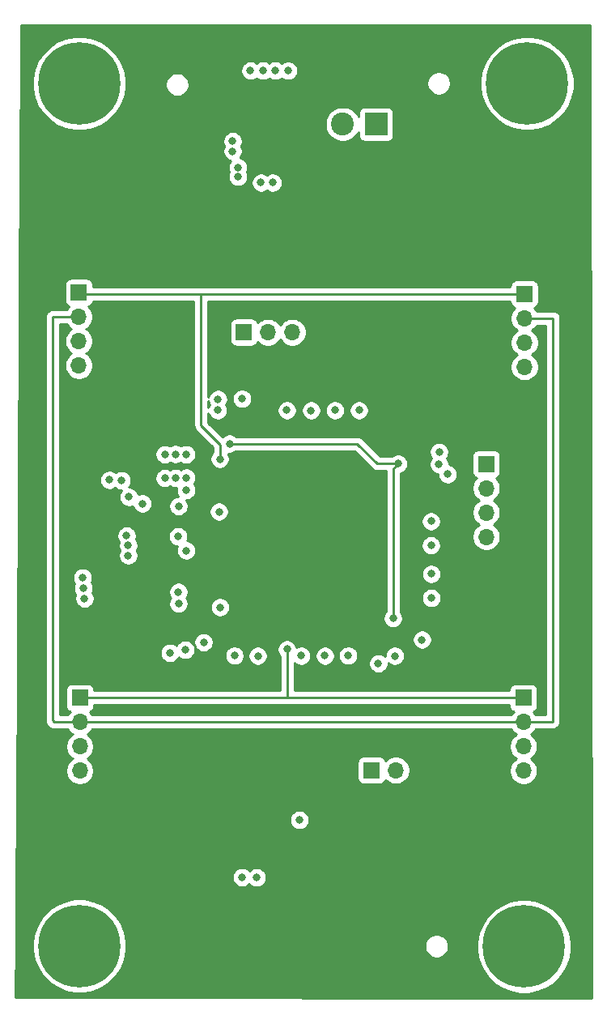
<source format=gbr>
%TF.GenerationSoftware,KiCad,Pcbnew,(5.1.10)-1*%
%TF.CreationDate,2021-11-07T19:26:15-08:00*%
%TF.ProjectId,stm32_pcb,73746d33-325f-4706-9362-2e6b69636164,rev?*%
%TF.SameCoordinates,Original*%
%TF.FileFunction,Copper,L4,Bot*%
%TF.FilePolarity,Positive*%
%FSLAX46Y46*%
G04 Gerber Fmt 4.6, Leading zero omitted, Abs format (unit mm)*
G04 Created by KiCad (PCBNEW (5.1.10)-1) date 2021-11-07 19:26:15*
%MOMM*%
%LPD*%
G01*
G04 APERTURE LIST*
%TA.AperFunction,ComponentPad*%
%ADD10O,1.700000X1.700000*%
%TD*%
%TA.AperFunction,ComponentPad*%
%ADD11R,1.700000X1.700000*%
%TD*%
%TA.AperFunction,ComponentPad*%
%ADD12C,2.400000*%
%TD*%
%TA.AperFunction,ComponentPad*%
%ADD13R,2.400000X2.400000*%
%TD*%
%TA.AperFunction,ComponentPad*%
%ADD14C,0.900000*%
%TD*%
%TA.AperFunction,ComponentPad*%
%ADD15C,8.600000*%
%TD*%
%TA.AperFunction,ViaPad*%
%ADD16C,0.800000*%
%TD*%
%TA.AperFunction,Conductor*%
%ADD17C,0.250000*%
%TD*%
%TA.AperFunction,NonConductor*%
%ADD18C,0.254000*%
%TD*%
%TA.AperFunction,NonConductor*%
%ADD19C,0.100000*%
%TD*%
G04 APERTURE END LIST*
D10*
%TO.P,J7,4*%
%TO.N,GND*%
X182530000Y-93120000D03*
%TO.P,J7,3*%
%TO.N,+3V3*%
X182530000Y-90580000D03*
%TO.P,J7,2*%
%TO.N,SWDIO*%
X182530000Y-88040000D03*
D11*
%TO.P,J7,1*%
%TO.N,SWCLK*%
X182530000Y-85500000D03*
%TD*%
D10*
%TO.P,J6,4*%
%TO.N,GND*%
X186520000Y-75360000D03*
%TO.P,J6,3*%
%TO.N,+3V3*%
X186520000Y-72820000D03*
%TO.P,J6,2*%
%TO.N,DFSDM_CLK*%
X186520000Y-70280000D03*
D11*
%TO.P,J6,1*%
%TO.N,DFSDM_TOP_DIN*%
X186520000Y-67740000D03*
%TD*%
D10*
%TO.P,J5,4*%
%TO.N,GND*%
X140010000Y-117580000D03*
%TO.P,J5,3*%
%TO.N,+3V3*%
X140010000Y-115040000D03*
%TO.P,J5,2*%
%TO.N,DFSDM_CLK*%
X140010000Y-112500000D03*
D11*
%TO.P,J5,1*%
%TO.N,DFSDM_BOT_DIN*%
X140010000Y-109960000D03*
%TD*%
D12*
%TO.P,J4,2*%
%TO.N,GND*%
X167500000Y-50000000D03*
D13*
%TO.P,J4,1*%
%TO.N,VCC*%
X171000000Y-50000000D03*
%TD*%
D10*
%TO.P,J3,2*%
%TO.N,SPI_MOSI*%
X173060000Y-117520000D03*
D11*
%TO.P,J3,1*%
%TO.N,SPI_CLK*%
X170520000Y-117520000D03*
%TD*%
D10*
%TO.P,J2,4*%
%TO.N,GND*%
X139900000Y-75210000D03*
%TO.P,J2,3*%
%TO.N,+3V3*%
X139900000Y-72670000D03*
%TO.P,J2,2*%
%TO.N,DFSDM_CLK*%
X139900000Y-70130000D03*
D11*
%TO.P,J2,1*%
%TO.N,DFSDM_TOP_DIN*%
X139900000Y-67590000D03*
%TD*%
D10*
%TO.P,J1,4*%
%TO.N,GND*%
X186420000Y-117570000D03*
%TO.P,J1,3*%
%TO.N,+3V3*%
X186420000Y-115030000D03*
%TO.P,J1,2*%
%TO.N,DFSDM_CLK*%
X186420000Y-112490000D03*
D11*
%TO.P,J1,1*%
%TO.N,DFSDM_BOT_DIN*%
X186420000Y-109950000D03*
%TD*%
D14*
%TO.P,H4,1*%
%TO.N,N/C*%
X142220419Y-43469581D03*
X139940000Y-42525000D03*
X137659581Y-43469581D03*
X136715000Y-45750000D03*
X137659581Y-48030419D03*
X139940000Y-48975000D03*
X142220419Y-48030419D03*
X143165000Y-45750000D03*
D15*
X139940000Y-45750000D03*
%TD*%
D14*
%TO.P,H3,1*%
%TO.N,N/C*%
X142250419Y-133599581D03*
X139970000Y-132655000D03*
X137689581Y-133599581D03*
X136745000Y-135880000D03*
X137689581Y-138160419D03*
X139970000Y-139105000D03*
X142250419Y-138160419D03*
X143195000Y-135880000D03*
D15*
X139970000Y-135880000D03*
%TD*%
D14*
%TO.P,H2,1*%
%TO.N,N/C*%
X189080419Y-43459581D03*
X186800000Y-42515000D03*
X184519581Y-43459581D03*
X183575000Y-45740000D03*
X184519581Y-48020419D03*
X186800000Y-48965000D03*
X189080419Y-48020419D03*
X190025000Y-45740000D03*
D15*
X186800000Y-45740000D03*
%TD*%
D14*
%TO.P,H1,1*%
%TO.N,N/C*%
X188760419Y-133659581D03*
X186480000Y-132715000D03*
X184199581Y-133659581D03*
X183255000Y-135940000D03*
X184199581Y-138220419D03*
X186480000Y-139165000D03*
X188760419Y-138220419D03*
X189705000Y-135940000D03*
D15*
X186480000Y-135940000D03*
%TD*%
D10*
%TO.P,J8,3*%
%TO.N,GND*%
X162240000Y-71740000D03*
%TO.P,J8,2*%
%TO.N,BOOT0*%
X159700000Y-71740000D03*
D11*
%TO.P,J8,1*%
%TO.N,+3V3*%
X157160000Y-71740000D03*
%TD*%
D16*
%TO.N,GND*%
X156000000Y-51760000D03*
X156000000Y-52830000D03*
X156560000Y-54530000D03*
X156560000Y-55480000D03*
X154670000Y-100480000D03*
X156980000Y-128710000D03*
X158510000Y-128730000D03*
X164210000Y-79920000D03*
X140310000Y-97380000D03*
X144900000Y-93000000D03*
X145070000Y-94010000D03*
X144360000Y-87210000D03*
X150010000Y-84490000D03*
X151130000Y-84500000D03*
X148900000Y-84510000D03*
X151140000Y-88240000D03*
X156190000Y-105540000D03*
X163170000Y-105550000D03*
X168080000Y-105540000D03*
X171230000Y-106360000D03*
X175810000Y-103870000D03*
X176770000Y-97000000D03*
X176755000Y-94020000D03*
X178490000Y-86580000D03*
X177580000Y-85540000D03*
X162970000Y-122710000D03*
X146560000Y-89650000D03*
X143100000Y-87180000D03*
X145070000Y-95080000D03*
X140380000Y-98490000D03*
X140500000Y-99570000D03*
X150300000Y-93080000D03*
X154570000Y-90490000D03*
X169220000Y-79900000D03*
X156980000Y-78700000D03*
X152970000Y-104150000D03*
X151030000Y-104930000D03*
X150330000Y-100110000D03*
%TO.N,+3V3*%
X149430000Y-105250000D03*
X154460000Y-78730000D03*
X166700000Y-79900000D03*
X161800000Y-44410000D03*
X150010000Y-86990000D03*
X148890000Y-86990000D03*
X151150000Y-86950000D03*
X150340000Y-89920000D03*
X158630000Y-105560000D03*
X165640000Y-105550000D03*
X172970000Y-105560000D03*
X176770000Y-99510000D03*
X176760000Y-91500000D03*
X177600000Y-84260000D03*
X158960000Y-56110000D03*
X160180000Y-56110000D03*
X157850000Y-44400000D03*
X159170000Y-44400000D03*
X160470000Y-44400000D03*
X151140000Y-94560000D03*
X145140000Y-88960000D03*
X154450000Y-79900000D03*
X161670000Y-79890000D03*
X150320000Y-98890000D03*
%TO.N,Net-(C20-Pad1)*%
X172770000Y-101630000D03*
X173310000Y-85480000D03*
X155670000Y-83380000D03*
%TO.N,DFSDM_BOT_DIN*%
X161680000Y-104880000D03*
%TO.N,DFSDM_TOP_DIN*%
X154650000Y-85000000D03*
%TD*%
D17*
%TO.N,Net-(C20-Pad1)*%
X155670000Y-83380000D02*
X169020000Y-83380000D01*
X171120000Y-85480000D02*
X173310000Y-85480000D01*
X169020000Y-83380000D02*
X171120000Y-85480000D01*
X172770000Y-86020000D02*
X173310000Y-85480000D01*
X172770000Y-101630000D02*
X172770000Y-86020000D01*
%TO.N,DFSDM_CLK*%
X140060000Y-112550000D02*
X140010000Y-112500000D01*
X140020000Y-112490000D02*
X140010000Y-112500000D01*
X186420000Y-112490000D02*
X140020000Y-112490000D01*
X137550000Y-112500000D02*
X137440000Y-112500000D01*
X140010000Y-112500000D02*
X137550000Y-112500000D01*
X139900000Y-70130000D02*
X137150000Y-70130000D01*
X137150000Y-70130000D02*
X137150000Y-112330000D01*
X137150000Y-112330000D02*
X137320000Y-112500000D01*
X137320000Y-112500000D02*
X137550000Y-112500000D01*
X186450000Y-112460000D02*
X186420000Y-112490000D01*
X189500000Y-112460000D02*
X186450000Y-112460000D01*
X189520000Y-70280000D02*
X189520000Y-109135002D01*
X186520000Y-70280000D02*
X189520000Y-70280000D01*
X189500000Y-109155002D02*
X189520000Y-109135002D01*
X189500000Y-112460000D02*
X189500000Y-109155002D01*
%TO.N,DFSDM_BOT_DIN*%
X140020000Y-109950000D02*
X140010000Y-109960000D01*
X161680000Y-109910000D02*
X161640000Y-109950000D01*
X161680000Y-104880000D02*
X161680000Y-109910000D01*
X161640000Y-109950000D02*
X140020000Y-109950000D01*
X186420000Y-109950000D02*
X161640000Y-109950000D01*
%TO.N,DFSDM_TOP_DIN*%
X140050000Y-67740000D02*
X139900000Y-67590000D01*
X139900000Y-67590000D02*
X139900000Y-67620000D01*
X152690000Y-67740000D02*
X152690000Y-81510000D01*
X186520000Y-67740000D02*
X152690000Y-67740000D01*
X152690000Y-67740000D02*
X140050000Y-67740000D01*
X152690000Y-81510000D02*
X154650000Y-83470000D01*
X154650000Y-83470000D02*
X154650000Y-85000000D01*
%TD*%
D18*
X193524201Y-141364109D02*
X133298797Y-141285894D01*
X133331409Y-135393945D01*
X135035000Y-135393945D01*
X135035000Y-136366055D01*
X135224650Y-137319486D01*
X135596660Y-138217599D01*
X136136735Y-139025879D01*
X136824121Y-139713265D01*
X137632401Y-140253340D01*
X138530514Y-140625350D01*
X139483945Y-140815000D01*
X140456055Y-140815000D01*
X141409486Y-140625350D01*
X142307599Y-140253340D01*
X143115879Y-139713265D01*
X143803265Y-139025879D01*
X144343340Y-138217599D01*
X144715350Y-137319486D01*
X144905000Y-136366055D01*
X144905000Y-135776890D01*
X176080048Y-135776890D01*
X176080048Y-136023110D01*
X176128083Y-136264598D01*
X176222307Y-136492074D01*
X176359099Y-136696798D01*
X176533202Y-136870901D01*
X176737926Y-137007693D01*
X176965402Y-137101917D01*
X177206890Y-137149952D01*
X177453110Y-137149952D01*
X177694598Y-137101917D01*
X177922074Y-137007693D01*
X178126798Y-136870901D01*
X178300901Y-136696798D01*
X178437693Y-136492074D01*
X178531917Y-136264598D01*
X178579952Y-136023110D01*
X178579952Y-135776890D01*
X178531917Y-135535402D01*
X178498177Y-135453945D01*
X181545000Y-135453945D01*
X181545000Y-136426055D01*
X181734650Y-137379486D01*
X182106660Y-138277599D01*
X182646735Y-139085879D01*
X183334121Y-139773265D01*
X184142401Y-140313340D01*
X185040514Y-140685350D01*
X185993945Y-140875000D01*
X186966055Y-140875000D01*
X187919486Y-140685350D01*
X188817599Y-140313340D01*
X189625879Y-139773265D01*
X190313265Y-139085879D01*
X190853340Y-138277599D01*
X191225350Y-137379486D01*
X191415000Y-136426055D01*
X191415000Y-135453945D01*
X191225350Y-134500514D01*
X190853340Y-133602401D01*
X190313265Y-132794121D01*
X189625879Y-132106735D01*
X188817599Y-131566660D01*
X187919486Y-131194650D01*
X186966055Y-131005000D01*
X185993945Y-131005000D01*
X185040514Y-131194650D01*
X184142401Y-131566660D01*
X183334121Y-132106735D01*
X182646735Y-132794121D01*
X182106660Y-133602401D01*
X181734650Y-134500514D01*
X181545000Y-135453945D01*
X178498177Y-135453945D01*
X178437693Y-135307926D01*
X178300901Y-135103202D01*
X178126798Y-134929099D01*
X177922074Y-134792307D01*
X177694598Y-134698083D01*
X177453110Y-134650048D01*
X177206890Y-134650048D01*
X176965402Y-134698083D01*
X176737926Y-134792307D01*
X176533202Y-134929099D01*
X176359099Y-135103202D01*
X176222307Y-135307926D01*
X176128083Y-135535402D01*
X176080048Y-135776890D01*
X144905000Y-135776890D01*
X144905000Y-135393945D01*
X144715350Y-134440514D01*
X144343340Y-133542401D01*
X143803265Y-132734121D01*
X143115879Y-132046735D01*
X142307599Y-131506660D01*
X141409486Y-131134650D01*
X140456055Y-130945000D01*
X139483945Y-130945000D01*
X138530514Y-131134650D01*
X137632401Y-131506660D01*
X136824121Y-132046735D01*
X136136735Y-132734121D01*
X135596660Y-133542401D01*
X135224650Y-134440514D01*
X135035000Y-135393945D01*
X133331409Y-135393945D01*
X133368969Y-128608061D01*
X155945000Y-128608061D01*
X155945000Y-128811939D01*
X155984774Y-129011898D01*
X156062795Y-129200256D01*
X156176063Y-129369774D01*
X156320226Y-129513937D01*
X156489744Y-129627205D01*
X156678102Y-129705226D01*
X156878061Y-129745000D01*
X157081939Y-129745000D01*
X157281898Y-129705226D01*
X157470256Y-129627205D01*
X157639774Y-129513937D01*
X157735000Y-129418711D01*
X157850226Y-129533937D01*
X158019744Y-129647205D01*
X158208102Y-129725226D01*
X158408061Y-129765000D01*
X158611939Y-129765000D01*
X158811898Y-129725226D01*
X159000256Y-129647205D01*
X159169774Y-129533937D01*
X159313937Y-129389774D01*
X159427205Y-129220256D01*
X159505226Y-129031898D01*
X159545000Y-128831939D01*
X159545000Y-128628061D01*
X159505226Y-128428102D01*
X159427205Y-128239744D01*
X159313937Y-128070226D01*
X159169774Y-127926063D01*
X159000256Y-127812795D01*
X158811898Y-127734774D01*
X158611939Y-127695000D01*
X158408061Y-127695000D01*
X158208102Y-127734774D01*
X158019744Y-127812795D01*
X157850226Y-127926063D01*
X157755000Y-128021289D01*
X157639774Y-127906063D01*
X157470256Y-127792795D01*
X157281898Y-127714774D01*
X157081939Y-127675000D01*
X156878061Y-127675000D01*
X156678102Y-127714774D01*
X156489744Y-127792795D01*
X156320226Y-127906063D01*
X156176063Y-128050226D01*
X156062795Y-128219744D01*
X155984774Y-128408102D01*
X155945000Y-128608061D01*
X133368969Y-128608061D01*
X133402179Y-122608061D01*
X161935000Y-122608061D01*
X161935000Y-122811939D01*
X161974774Y-123011898D01*
X162052795Y-123200256D01*
X162166063Y-123369774D01*
X162310226Y-123513937D01*
X162479744Y-123627205D01*
X162668102Y-123705226D01*
X162868061Y-123745000D01*
X163071939Y-123745000D01*
X163271898Y-123705226D01*
X163460256Y-123627205D01*
X163629774Y-123513937D01*
X163773937Y-123369774D01*
X163887205Y-123200256D01*
X163965226Y-123011898D01*
X164005000Y-122811939D01*
X164005000Y-122608061D01*
X163965226Y-122408102D01*
X163887205Y-122219744D01*
X163773937Y-122050226D01*
X163629774Y-121906063D01*
X163460256Y-121792795D01*
X163271898Y-121714774D01*
X163071939Y-121675000D01*
X162868061Y-121675000D01*
X162668102Y-121714774D01*
X162479744Y-121792795D01*
X162310226Y-121906063D01*
X162166063Y-122050226D01*
X162052795Y-122219744D01*
X161974774Y-122408102D01*
X161935000Y-122608061D01*
X133402179Y-122608061D01*
X133692647Y-70130000D01*
X136386323Y-70130000D01*
X136390000Y-70167333D01*
X136390001Y-112292667D01*
X136386324Y-112330000D01*
X136390001Y-112367333D01*
X136400998Y-112478986D01*
X136414180Y-112522442D01*
X136444454Y-112622246D01*
X136515026Y-112754276D01*
X136586201Y-112841002D01*
X136610000Y-112870001D01*
X136638998Y-112893799D01*
X136756196Y-113010997D01*
X136779999Y-113040001D01*
X136895724Y-113134974D01*
X137027753Y-113205546D01*
X137171014Y-113249003D01*
X137282667Y-113260000D01*
X137282676Y-113260000D01*
X137319999Y-113263676D01*
X137357322Y-113260000D01*
X138731822Y-113260000D01*
X138856525Y-113446632D01*
X139063368Y-113653475D01*
X139237760Y-113770000D01*
X139063368Y-113886525D01*
X138856525Y-114093368D01*
X138694010Y-114336589D01*
X138582068Y-114606842D01*
X138525000Y-114893740D01*
X138525000Y-115186260D01*
X138582068Y-115473158D01*
X138694010Y-115743411D01*
X138856525Y-115986632D01*
X139063368Y-116193475D01*
X139237760Y-116310000D01*
X139063368Y-116426525D01*
X138856525Y-116633368D01*
X138694010Y-116876589D01*
X138582068Y-117146842D01*
X138525000Y-117433740D01*
X138525000Y-117726260D01*
X138582068Y-118013158D01*
X138694010Y-118283411D01*
X138856525Y-118526632D01*
X139063368Y-118733475D01*
X139306589Y-118895990D01*
X139576842Y-119007932D01*
X139863740Y-119065000D01*
X140156260Y-119065000D01*
X140443158Y-119007932D01*
X140713411Y-118895990D01*
X140956632Y-118733475D01*
X141163475Y-118526632D01*
X141325990Y-118283411D01*
X141437932Y-118013158D01*
X141495000Y-117726260D01*
X141495000Y-117433740D01*
X141437932Y-117146842D01*
X141325990Y-116876589D01*
X141187952Y-116670000D01*
X169031928Y-116670000D01*
X169031928Y-118370000D01*
X169044188Y-118494482D01*
X169080498Y-118614180D01*
X169139463Y-118724494D01*
X169218815Y-118821185D01*
X169315506Y-118900537D01*
X169425820Y-118959502D01*
X169545518Y-118995812D01*
X169670000Y-119008072D01*
X171370000Y-119008072D01*
X171494482Y-118995812D01*
X171614180Y-118959502D01*
X171724494Y-118900537D01*
X171821185Y-118821185D01*
X171900537Y-118724494D01*
X171959502Y-118614180D01*
X171981513Y-118541620D01*
X172113368Y-118673475D01*
X172356589Y-118835990D01*
X172626842Y-118947932D01*
X172913740Y-119005000D01*
X173206260Y-119005000D01*
X173493158Y-118947932D01*
X173763411Y-118835990D01*
X174006632Y-118673475D01*
X174213475Y-118466632D01*
X174375990Y-118223411D01*
X174487932Y-117953158D01*
X174545000Y-117666260D01*
X174545000Y-117373740D01*
X174487932Y-117086842D01*
X174375990Y-116816589D01*
X174213475Y-116573368D01*
X174006632Y-116366525D01*
X173763411Y-116204010D01*
X173493158Y-116092068D01*
X173206260Y-116035000D01*
X172913740Y-116035000D01*
X172626842Y-116092068D01*
X172356589Y-116204010D01*
X172113368Y-116366525D01*
X171981513Y-116498380D01*
X171959502Y-116425820D01*
X171900537Y-116315506D01*
X171821185Y-116218815D01*
X171724494Y-116139463D01*
X171614180Y-116080498D01*
X171494482Y-116044188D01*
X171370000Y-116031928D01*
X169670000Y-116031928D01*
X169545518Y-116044188D01*
X169425820Y-116080498D01*
X169315506Y-116139463D01*
X169218815Y-116218815D01*
X169139463Y-116315506D01*
X169080498Y-116425820D01*
X169044188Y-116545518D01*
X169031928Y-116670000D01*
X141187952Y-116670000D01*
X141163475Y-116633368D01*
X140956632Y-116426525D01*
X140782240Y-116310000D01*
X140956632Y-116193475D01*
X141163475Y-115986632D01*
X141325990Y-115743411D01*
X141437932Y-115473158D01*
X141495000Y-115186260D01*
X141495000Y-114893740D01*
X141437932Y-114606842D01*
X141325990Y-114336589D01*
X141163475Y-114093368D01*
X140956632Y-113886525D01*
X140782240Y-113770000D01*
X140956632Y-113653475D01*
X141163475Y-113446632D01*
X141294860Y-113250000D01*
X185141822Y-113250000D01*
X185266525Y-113436632D01*
X185473368Y-113643475D01*
X185647760Y-113760000D01*
X185473368Y-113876525D01*
X185266525Y-114083368D01*
X185104010Y-114326589D01*
X184992068Y-114596842D01*
X184935000Y-114883740D01*
X184935000Y-115176260D01*
X184992068Y-115463158D01*
X185104010Y-115733411D01*
X185266525Y-115976632D01*
X185473368Y-116183475D01*
X185647760Y-116300000D01*
X185473368Y-116416525D01*
X185266525Y-116623368D01*
X185104010Y-116866589D01*
X184992068Y-117136842D01*
X184935000Y-117423740D01*
X184935000Y-117716260D01*
X184992068Y-118003158D01*
X185104010Y-118273411D01*
X185266525Y-118516632D01*
X185473368Y-118723475D01*
X185716589Y-118885990D01*
X185986842Y-118997932D01*
X186273740Y-119055000D01*
X186566260Y-119055000D01*
X186853158Y-118997932D01*
X187123411Y-118885990D01*
X187366632Y-118723475D01*
X187573475Y-118516632D01*
X187735990Y-118273411D01*
X187847932Y-118003158D01*
X187905000Y-117716260D01*
X187905000Y-117423740D01*
X187847932Y-117136842D01*
X187735990Y-116866589D01*
X187573475Y-116623368D01*
X187366632Y-116416525D01*
X187192240Y-116300000D01*
X187366632Y-116183475D01*
X187573475Y-115976632D01*
X187735990Y-115733411D01*
X187847932Y-115463158D01*
X187905000Y-115176260D01*
X187905000Y-114883740D01*
X187847932Y-114596842D01*
X187735990Y-114326589D01*
X187573475Y-114083368D01*
X187366632Y-113876525D01*
X187192240Y-113760000D01*
X187366632Y-113643475D01*
X187573475Y-113436632D01*
X187718224Y-113220000D01*
X189462667Y-113220000D01*
X189500000Y-113223677D01*
X189537333Y-113220000D01*
X189648986Y-113209003D01*
X189792247Y-113165546D01*
X189924276Y-113094974D01*
X190040001Y-113000001D01*
X190134974Y-112884276D01*
X190205546Y-112752247D01*
X190249003Y-112608986D01*
X190263677Y-112460000D01*
X190260000Y-112422667D01*
X190260000Y-109313667D01*
X190269003Y-109283988D01*
X190280000Y-109172335D01*
X190280000Y-109172325D01*
X190283676Y-109135003D01*
X190280000Y-109097680D01*
X190280000Y-70317333D01*
X190283677Y-70280000D01*
X190269003Y-70131014D01*
X190225546Y-69987753D01*
X190154974Y-69855724D01*
X190060001Y-69739999D01*
X189944276Y-69645026D01*
X189812247Y-69574454D01*
X189668986Y-69530997D01*
X189557333Y-69520000D01*
X189520000Y-69516323D01*
X189482667Y-69520000D01*
X187798178Y-69520000D01*
X187673475Y-69333368D01*
X187541620Y-69201513D01*
X187614180Y-69179502D01*
X187724494Y-69120537D01*
X187821185Y-69041185D01*
X187900537Y-68944494D01*
X187959502Y-68834180D01*
X187995812Y-68714482D01*
X188008072Y-68590000D01*
X188008072Y-66890000D01*
X187995812Y-66765518D01*
X187959502Y-66645820D01*
X187900537Y-66535506D01*
X187821185Y-66438815D01*
X187724494Y-66359463D01*
X187614180Y-66300498D01*
X187494482Y-66264188D01*
X187370000Y-66251928D01*
X185670000Y-66251928D01*
X185545518Y-66264188D01*
X185425820Y-66300498D01*
X185315506Y-66359463D01*
X185218815Y-66438815D01*
X185139463Y-66535506D01*
X185080498Y-66645820D01*
X185044188Y-66765518D01*
X185031928Y-66890000D01*
X185031928Y-66980000D01*
X152727333Y-66980000D01*
X152690000Y-66976323D01*
X152652667Y-66980000D01*
X141388072Y-66980000D01*
X141388072Y-66740000D01*
X141375812Y-66615518D01*
X141339502Y-66495820D01*
X141280537Y-66385506D01*
X141201185Y-66288815D01*
X141104494Y-66209463D01*
X140994180Y-66150498D01*
X140874482Y-66114188D01*
X140750000Y-66101928D01*
X139050000Y-66101928D01*
X138925518Y-66114188D01*
X138805820Y-66150498D01*
X138695506Y-66209463D01*
X138598815Y-66288815D01*
X138519463Y-66385506D01*
X138460498Y-66495820D01*
X138424188Y-66615518D01*
X138411928Y-66740000D01*
X138411928Y-68440000D01*
X138424188Y-68564482D01*
X138460498Y-68684180D01*
X138519463Y-68794494D01*
X138598815Y-68891185D01*
X138695506Y-68970537D01*
X138805820Y-69029502D01*
X138878380Y-69051513D01*
X138746525Y-69183368D01*
X138621822Y-69370000D01*
X137187333Y-69370000D01*
X137150000Y-69366323D01*
X137112667Y-69370000D01*
X137001014Y-69380997D01*
X136857753Y-69424454D01*
X136725724Y-69495026D01*
X136609999Y-69589999D01*
X136515026Y-69705724D01*
X136444454Y-69837753D01*
X136400997Y-69981014D01*
X136386323Y-70130000D01*
X133692647Y-70130000D01*
X133794890Y-51658061D01*
X154965000Y-51658061D01*
X154965000Y-51861939D01*
X155004774Y-52061898D01*
X155082795Y-52250256D01*
X155112692Y-52295000D01*
X155082795Y-52339744D01*
X155004774Y-52528102D01*
X154965000Y-52728061D01*
X154965000Y-52931939D01*
X155004774Y-53131898D01*
X155082795Y-53320256D01*
X155196063Y-53489774D01*
X155340226Y-53633937D01*
X155509744Y-53747205D01*
X155698102Y-53825226D01*
X155783981Y-53842308D01*
X155756063Y-53870226D01*
X155642795Y-54039744D01*
X155564774Y-54228102D01*
X155525000Y-54428061D01*
X155525000Y-54631939D01*
X155564774Y-54831898D01*
X155636476Y-55005000D01*
X155564774Y-55178102D01*
X155525000Y-55378061D01*
X155525000Y-55581939D01*
X155564774Y-55781898D01*
X155642795Y-55970256D01*
X155756063Y-56139774D01*
X155900226Y-56283937D01*
X156069744Y-56397205D01*
X156258102Y-56475226D01*
X156458061Y-56515000D01*
X156661939Y-56515000D01*
X156861898Y-56475226D01*
X157050256Y-56397205D01*
X157219774Y-56283937D01*
X157363937Y-56139774D01*
X157451944Y-56008061D01*
X157925000Y-56008061D01*
X157925000Y-56211939D01*
X157964774Y-56411898D01*
X158042795Y-56600256D01*
X158156063Y-56769774D01*
X158300226Y-56913937D01*
X158469744Y-57027205D01*
X158658102Y-57105226D01*
X158858061Y-57145000D01*
X159061939Y-57145000D01*
X159261898Y-57105226D01*
X159450256Y-57027205D01*
X159570000Y-56947195D01*
X159689744Y-57027205D01*
X159878102Y-57105226D01*
X160078061Y-57145000D01*
X160281939Y-57145000D01*
X160481898Y-57105226D01*
X160670256Y-57027205D01*
X160839774Y-56913937D01*
X160983937Y-56769774D01*
X161097205Y-56600256D01*
X161175226Y-56411898D01*
X161215000Y-56211939D01*
X161215000Y-56008061D01*
X161175226Y-55808102D01*
X161097205Y-55619744D01*
X160983937Y-55450226D01*
X160839774Y-55306063D01*
X160670256Y-55192795D01*
X160481898Y-55114774D01*
X160281939Y-55075000D01*
X160078061Y-55075000D01*
X159878102Y-55114774D01*
X159689744Y-55192795D01*
X159570000Y-55272805D01*
X159450256Y-55192795D01*
X159261898Y-55114774D01*
X159061939Y-55075000D01*
X158858061Y-55075000D01*
X158658102Y-55114774D01*
X158469744Y-55192795D01*
X158300226Y-55306063D01*
X158156063Y-55450226D01*
X158042795Y-55619744D01*
X157964774Y-55808102D01*
X157925000Y-56008061D01*
X157451944Y-56008061D01*
X157477205Y-55970256D01*
X157555226Y-55781898D01*
X157595000Y-55581939D01*
X157595000Y-55378061D01*
X157555226Y-55178102D01*
X157483524Y-55005000D01*
X157555226Y-54831898D01*
X157595000Y-54631939D01*
X157595000Y-54428061D01*
X157555226Y-54228102D01*
X157477205Y-54039744D01*
X157363937Y-53870226D01*
X157219774Y-53726063D01*
X157050256Y-53612795D01*
X156861898Y-53534774D01*
X156776019Y-53517692D01*
X156803937Y-53489774D01*
X156917205Y-53320256D01*
X156995226Y-53131898D01*
X157035000Y-52931939D01*
X157035000Y-52728061D01*
X156995226Y-52528102D01*
X156917205Y-52339744D01*
X156887308Y-52295000D01*
X156917205Y-52250256D01*
X156995226Y-52061898D01*
X157035000Y-51861939D01*
X157035000Y-51658061D01*
X156995226Y-51458102D01*
X156917205Y-51269744D01*
X156803937Y-51100226D01*
X156659774Y-50956063D01*
X156490256Y-50842795D01*
X156301898Y-50764774D01*
X156101939Y-50725000D01*
X155898061Y-50725000D01*
X155698102Y-50764774D01*
X155509744Y-50842795D01*
X155340226Y-50956063D01*
X155196063Y-51100226D01*
X155082795Y-51269744D01*
X155004774Y-51458102D01*
X154965000Y-51658061D01*
X133794890Y-51658061D01*
X133830282Y-45263945D01*
X135005000Y-45263945D01*
X135005000Y-46236055D01*
X135194650Y-47189486D01*
X135566660Y-48087599D01*
X136106735Y-48895879D01*
X136794121Y-49583265D01*
X137602401Y-50123340D01*
X138500514Y-50495350D01*
X139453945Y-50685000D01*
X140426055Y-50685000D01*
X141379486Y-50495350D01*
X142277599Y-50123340D01*
X142732675Y-49819268D01*
X165665000Y-49819268D01*
X165665000Y-50180732D01*
X165735518Y-50535250D01*
X165873844Y-50869199D01*
X166074662Y-51169744D01*
X166330256Y-51425338D01*
X166630801Y-51626156D01*
X166964750Y-51764482D01*
X167319268Y-51835000D01*
X167680732Y-51835000D01*
X168035250Y-51764482D01*
X168369199Y-51626156D01*
X168669744Y-51425338D01*
X168925338Y-51169744D01*
X169126156Y-50869199D01*
X169161928Y-50782838D01*
X169161928Y-51200000D01*
X169174188Y-51324482D01*
X169210498Y-51444180D01*
X169269463Y-51554494D01*
X169348815Y-51651185D01*
X169445506Y-51730537D01*
X169555820Y-51789502D01*
X169675518Y-51825812D01*
X169800000Y-51838072D01*
X172200000Y-51838072D01*
X172324482Y-51825812D01*
X172444180Y-51789502D01*
X172554494Y-51730537D01*
X172651185Y-51651185D01*
X172730537Y-51554494D01*
X172789502Y-51444180D01*
X172825812Y-51324482D01*
X172838072Y-51200000D01*
X172838072Y-48800000D01*
X172825812Y-48675518D01*
X172789502Y-48555820D01*
X172730537Y-48445506D01*
X172651185Y-48348815D01*
X172554494Y-48269463D01*
X172444180Y-48210498D01*
X172324482Y-48174188D01*
X172200000Y-48161928D01*
X169800000Y-48161928D01*
X169675518Y-48174188D01*
X169555820Y-48210498D01*
X169445506Y-48269463D01*
X169348815Y-48348815D01*
X169269463Y-48445506D01*
X169210498Y-48555820D01*
X169174188Y-48675518D01*
X169161928Y-48800000D01*
X169161928Y-49217162D01*
X169126156Y-49130801D01*
X168925338Y-48830256D01*
X168669744Y-48574662D01*
X168369199Y-48373844D01*
X168035250Y-48235518D01*
X167680732Y-48165000D01*
X167319268Y-48165000D01*
X166964750Y-48235518D01*
X166630801Y-48373844D01*
X166330256Y-48574662D01*
X166074662Y-48830256D01*
X165873844Y-49130801D01*
X165735518Y-49464750D01*
X165665000Y-49819268D01*
X142732675Y-49819268D01*
X143085879Y-49583265D01*
X143773265Y-48895879D01*
X144313340Y-48087599D01*
X144685350Y-47189486D01*
X144875000Y-46236055D01*
X144875000Y-45736890D01*
X148950048Y-45736890D01*
X148950048Y-45983110D01*
X148998083Y-46224598D01*
X149092307Y-46452074D01*
X149229099Y-46656798D01*
X149403202Y-46830901D01*
X149607926Y-46967693D01*
X149835402Y-47061917D01*
X150076890Y-47109952D01*
X150323110Y-47109952D01*
X150564598Y-47061917D01*
X150792074Y-46967693D01*
X150996798Y-46830901D01*
X151170901Y-46656798D01*
X151307693Y-46452074D01*
X151401917Y-46224598D01*
X151449952Y-45983110D01*
X151449952Y-45736890D01*
X151424094Y-45606890D01*
X176310048Y-45606890D01*
X176310048Y-45853110D01*
X176358083Y-46094598D01*
X176452307Y-46322074D01*
X176589099Y-46526798D01*
X176763202Y-46700901D01*
X176967926Y-46837693D01*
X177195402Y-46931917D01*
X177436890Y-46979952D01*
X177683110Y-46979952D01*
X177924598Y-46931917D01*
X178152074Y-46837693D01*
X178356798Y-46700901D01*
X178530901Y-46526798D01*
X178667693Y-46322074D01*
X178761917Y-46094598D01*
X178809952Y-45853110D01*
X178809952Y-45606890D01*
X178761917Y-45365402D01*
X178715750Y-45253945D01*
X181865000Y-45253945D01*
X181865000Y-46226055D01*
X182054650Y-47179486D01*
X182426660Y-48077599D01*
X182966735Y-48885879D01*
X183654121Y-49573265D01*
X184462401Y-50113340D01*
X185360514Y-50485350D01*
X186313945Y-50675000D01*
X187286055Y-50675000D01*
X188239486Y-50485350D01*
X189137599Y-50113340D01*
X189945879Y-49573265D01*
X190633265Y-48885879D01*
X191173340Y-48077599D01*
X191545350Y-47179486D01*
X191735000Y-46226055D01*
X191735000Y-45253945D01*
X191545350Y-44300514D01*
X191173340Y-43402401D01*
X190633265Y-42594121D01*
X189945879Y-41906735D01*
X189137599Y-41366660D01*
X188239486Y-40994650D01*
X187286055Y-40805000D01*
X186313945Y-40805000D01*
X185360514Y-40994650D01*
X184462401Y-41366660D01*
X183654121Y-41906735D01*
X182966735Y-42594121D01*
X182426660Y-43402401D01*
X182054650Y-44300514D01*
X181865000Y-45253945D01*
X178715750Y-45253945D01*
X178667693Y-45137926D01*
X178530901Y-44933202D01*
X178356798Y-44759099D01*
X178152074Y-44622307D01*
X177924598Y-44528083D01*
X177683110Y-44480048D01*
X177436890Y-44480048D01*
X177195402Y-44528083D01*
X176967926Y-44622307D01*
X176763202Y-44759099D01*
X176589099Y-44933202D01*
X176452307Y-45137926D01*
X176358083Y-45365402D01*
X176310048Y-45606890D01*
X151424094Y-45606890D01*
X151401917Y-45495402D01*
X151307693Y-45267926D01*
X151170901Y-45063202D01*
X150996798Y-44889099D01*
X150792074Y-44752307D01*
X150564598Y-44658083D01*
X150323110Y-44610048D01*
X150076890Y-44610048D01*
X149835402Y-44658083D01*
X149607926Y-44752307D01*
X149403202Y-44889099D01*
X149229099Y-45063202D01*
X149092307Y-45267926D01*
X148998083Y-45495402D01*
X148950048Y-45736890D01*
X144875000Y-45736890D01*
X144875000Y-45263945D01*
X144685350Y-44310514D01*
X144680192Y-44298061D01*
X156815000Y-44298061D01*
X156815000Y-44501939D01*
X156854774Y-44701898D01*
X156932795Y-44890256D01*
X157046063Y-45059774D01*
X157190226Y-45203937D01*
X157359744Y-45317205D01*
X157548102Y-45395226D01*
X157748061Y-45435000D01*
X157951939Y-45435000D01*
X158151898Y-45395226D01*
X158340256Y-45317205D01*
X158509774Y-45203937D01*
X158510000Y-45203711D01*
X158510226Y-45203937D01*
X158679744Y-45317205D01*
X158868102Y-45395226D01*
X159068061Y-45435000D01*
X159271939Y-45435000D01*
X159471898Y-45395226D01*
X159660256Y-45317205D01*
X159820000Y-45210468D01*
X159979744Y-45317205D01*
X160168102Y-45395226D01*
X160368061Y-45435000D01*
X160571939Y-45435000D01*
X160771898Y-45395226D01*
X160960256Y-45317205D01*
X161129774Y-45203937D01*
X161130000Y-45203711D01*
X161140226Y-45213937D01*
X161309744Y-45327205D01*
X161498102Y-45405226D01*
X161698061Y-45445000D01*
X161901939Y-45445000D01*
X162101898Y-45405226D01*
X162290256Y-45327205D01*
X162459774Y-45213937D01*
X162603937Y-45069774D01*
X162717205Y-44900256D01*
X162795226Y-44711898D01*
X162835000Y-44511939D01*
X162835000Y-44308061D01*
X162795226Y-44108102D01*
X162717205Y-43919744D01*
X162603937Y-43750226D01*
X162459774Y-43606063D01*
X162290256Y-43492795D01*
X162101898Y-43414774D01*
X161901939Y-43375000D01*
X161698061Y-43375000D01*
X161498102Y-43414774D01*
X161309744Y-43492795D01*
X161140226Y-43606063D01*
X161140000Y-43606289D01*
X161129774Y-43596063D01*
X160960256Y-43482795D01*
X160771898Y-43404774D01*
X160571939Y-43365000D01*
X160368061Y-43365000D01*
X160168102Y-43404774D01*
X159979744Y-43482795D01*
X159820000Y-43589532D01*
X159660256Y-43482795D01*
X159471898Y-43404774D01*
X159271939Y-43365000D01*
X159068061Y-43365000D01*
X158868102Y-43404774D01*
X158679744Y-43482795D01*
X158510226Y-43596063D01*
X158510000Y-43596289D01*
X158509774Y-43596063D01*
X158340256Y-43482795D01*
X158151898Y-43404774D01*
X157951939Y-43365000D01*
X157748061Y-43365000D01*
X157548102Y-43404774D01*
X157359744Y-43482795D01*
X157190226Y-43596063D01*
X157046063Y-43740226D01*
X156932795Y-43909744D01*
X156854774Y-44098102D01*
X156815000Y-44298061D01*
X144680192Y-44298061D01*
X144313340Y-43412401D01*
X143773265Y-42604121D01*
X143085879Y-41916735D01*
X142277599Y-41376660D01*
X141379486Y-41004650D01*
X140426055Y-40815000D01*
X139453945Y-40815000D01*
X138500514Y-41004650D01*
X137602401Y-41376660D01*
X136794121Y-41916735D01*
X136106735Y-42604121D01*
X135566660Y-43412401D01*
X135194650Y-44310514D01*
X135005000Y-45263945D01*
X133830282Y-45263945D01*
X133861219Y-39674776D01*
X193405798Y-39655224D01*
X193524201Y-141364109D01*
%TA.AperFunction,NonConductor*%
D19*
G36*
X193524201Y-141364109D02*
G01*
X133298797Y-141285894D01*
X133331409Y-135393945D01*
X135035000Y-135393945D01*
X135035000Y-136366055D01*
X135224650Y-137319486D01*
X135596660Y-138217599D01*
X136136735Y-139025879D01*
X136824121Y-139713265D01*
X137632401Y-140253340D01*
X138530514Y-140625350D01*
X139483945Y-140815000D01*
X140456055Y-140815000D01*
X141409486Y-140625350D01*
X142307599Y-140253340D01*
X143115879Y-139713265D01*
X143803265Y-139025879D01*
X144343340Y-138217599D01*
X144715350Y-137319486D01*
X144905000Y-136366055D01*
X144905000Y-135776890D01*
X176080048Y-135776890D01*
X176080048Y-136023110D01*
X176128083Y-136264598D01*
X176222307Y-136492074D01*
X176359099Y-136696798D01*
X176533202Y-136870901D01*
X176737926Y-137007693D01*
X176965402Y-137101917D01*
X177206890Y-137149952D01*
X177453110Y-137149952D01*
X177694598Y-137101917D01*
X177922074Y-137007693D01*
X178126798Y-136870901D01*
X178300901Y-136696798D01*
X178437693Y-136492074D01*
X178531917Y-136264598D01*
X178579952Y-136023110D01*
X178579952Y-135776890D01*
X178531917Y-135535402D01*
X178498177Y-135453945D01*
X181545000Y-135453945D01*
X181545000Y-136426055D01*
X181734650Y-137379486D01*
X182106660Y-138277599D01*
X182646735Y-139085879D01*
X183334121Y-139773265D01*
X184142401Y-140313340D01*
X185040514Y-140685350D01*
X185993945Y-140875000D01*
X186966055Y-140875000D01*
X187919486Y-140685350D01*
X188817599Y-140313340D01*
X189625879Y-139773265D01*
X190313265Y-139085879D01*
X190853340Y-138277599D01*
X191225350Y-137379486D01*
X191415000Y-136426055D01*
X191415000Y-135453945D01*
X191225350Y-134500514D01*
X190853340Y-133602401D01*
X190313265Y-132794121D01*
X189625879Y-132106735D01*
X188817599Y-131566660D01*
X187919486Y-131194650D01*
X186966055Y-131005000D01*
X185993945Y-131005000D01*
X185040514Y-131194650D01*
X184142401Y-131566660D01*
X183334121Y-132106735D01*
X182646735Y-132794121D01*
X182106660Y-133602401D01*
X181734650Y-134500514D01*
X181545000Y-135453945D01*
X178498177Y-135453945D01*
X178437693Y-135307926D01*
X178300901Y-135103202D01*
X178126798Y-134929099D01*
X177922074Y-134792307D01*
X177694598Y-134698083D01*
X177453110Y-134650048D01*
X177206890Y-134650048D01*
X176965402Y-134698083D01*
X176737926Y-134792307D01*
X176533202Y-134929099D01*
X176359099Y-135103202D01*
X176222307Y-135307926D01*
X176128083Y-135535402D01*
X176080048Y-135776890D01*
X144905000Y-135776890D01*
X144905000Y-135393945D01*
X144715350Y-134440514D01*
X144343340Y-133542401D01*
X143803265Y-132734121D01*
X143115879Y-132046735D01*
X142307599Y-131506660D01*
X141409486Y-131134650D01*
X140456055Y-130945000D01*
X139483945Y-130945000D01*
X138530514Y-131134650D01*
X137632401Y-131506660D01*
X136824121Y-132046735D01*
X136136735Y-132734121D01*
X135596660Y-133542401D01*
X135224650Y-134440514D01*
X135035000Y-135393945D01*
X133331409Y-135393945D01*
X133368969Y-128608061D01*
X155945000Y-128608061D01*
X155945000Y-128811939D01*
X155984774Y-129011898D01*
X156062795Y-129200256D01*
X156176063Y-129369774D01*
X156320226Y-129513937D01*
X156489744Y-129627205D01*
X156678102Y-129705226D01*
X156878061Y-129745000D01*
X157081939Y-129745000D01*
X157281898Y-129705226D01*
X157470256Y-129627205D01*
X157639774Y-129513937D01*
X157735000Y-129418711D01*
X157850226Y-129533937D01*
X158019744Y-129647205D01*
X158208102Y-129725226D01*
X158408061Y-129765000D01*
X158611939Y-129765000D01*
X158811898Y-129725226D01*
X159000256Y-129647205D01*
X159169774Y-129533937D01*
X159313937Y-129389774D01*
X159427205Y-129220256D01*
X159505226Y-129031898D01*
X159545000Y-128831939D01*
X159545000Y-128628061D01*
X159505226Y-128428102D01*
X159427205Y-128239744D01*
X159313937Y-128070226D01*
X159169774Y-127926063D01*
X159000256Y-127812795D01*
X158811898Y-127734774D01*
X158611939Y-127695000D01*
X158408061Y-127695000D01*
X158208102Y-127734774D01*
X158019744Y-127812795D01*
X157850226Y-127926063D01*
X157755000Y-128021289D01*
X157639774Y-127906063D01*
X157470256Y-127792795D01*
X157281898Y-127714774D01*
X157081939Y-127675000D01*
X156878061Y-127675000D01*
X156678102Y-127714774D01*
X156489744Y-127792795D01*
X156320226Y-127906063D01*
X156176063Y-128050226D01*
X156062795Y-128219744D01*
X155984774Y-128408102D01*
X155945000Y-128608061D01*
X133368969Y-128608061D01*
X133402179Y-122608061D01*
X161935000Y-122608061D01*
X161935000Y-122811939D01*
X161974774Y-123011898D01*
X162052795Y-123200256D01*
X162166063Y-123369774D01*
X162310226Y-123513937D01*
X162479744Y-123627205D01*
X162668102Y-123705226D01*
X162868061Y-123745000D01*
X163071939Y-123745000D01*
X163271898Y-123705226D01*
X163460256Y-123627205D01*
X163629774Y-123513937D01*
X163773937Y-123369774D01*
X163887205Y-123200256D01*
X163965226Y-123011898D01*
X164005000Y-122811939D01*
X164005000Y-122608061D01*
X163965226Y-122408102D01*
X163887205Y-122219744D01*
X163773937Y-122050226D01*
X163629774Y-121906063D01*
X163460256Y-121792795D01*
X163271898Y-121714774D01*
X163071939Y-121675000D01*
X162868061Y-121675000D01*
X162668102Y-121714774D01*
X162479744Y-121792795D01*
X162310226Y-121906063D01*
X162166063Y-122050226D01*
X162052795Y-122219744D01*
X161974774Y-122408102D01*
X161935000Y-122608061D01*
X133402179Y-122608061D01*
X133692647Y-70130000D01*
X136386323Y-70130000D01*
X136390000Y-70167333D01*
X136390001Y-112292667D01*
X136386324Y-112330000D01*
X136390001Y-112367333D01*
X136400998Y-112478986D01*
X136414180Y-112522442D01*
X136444454Y-112622246D01*
X136515026Y-112754276D01*
X136586201Y-112841002D01*
X136610000Y-112870001D01*
X136638998Y-112893799D01*
X136756196Y-113010997D01*
X136779999Y-113040001D01*
X136895724Y-113134974D01*
X137027753Y-113205546D01*
X137171014Y-113249003D01*
X137282667Y-113260000D01*
X137282676Y-113260000D01*
X137319999Y-113263676D01*
X137357322Y-113260000D01*
X138731822Y-113260000D01*
X138856525Y-113446632D01*
X139063368Y-113653475D01*
X139237760Y-113770000D01*
X139063368Y-113886525D01*
X138856525Y-114093368D01*
X138694010Y-114336589D01*
X138582068Y-114606842D01*
X138525000Y-114893740D01*
X138525000Y-115186260D01*
X138582068Y-115473158D01*
X138694010Y-115743411D01*
X138856525Y-115986632D01*
X139063368Y-116193475D01*
X139237760Y-116310000D01*
X139063368Y-116426525D01*
X138856525Y-116633368D01*
X138694010Y-116876589D01*
X138582068Y-117146842D01*
X138525000Y-117433740D01*
X138525000Y-117726260D01*
X138582068Y-118013158D01*
X138694010Y-118283411D01*
X138856525Y-118526632D01*
X139063368Y-118733475D01*
X139306589Y-118895990D01*
X139576842Y-119007932D01*
X139863740Y-119065000D01*
X140156260Y-119065000D01*
X140443158Y-119007932D01*
X140713411Y-118895990D01*
X140956632Y-118733475D01*
X141163475Y-118526632D01*
X141325990Y-118283411D01*
X141437932Y-118013158D01*
X141495000Y-117726260D01*
X141495000Y-117433740D01*
X141437932Y-117146842D01*
X141325990Y-116876589D01*
X141187952Y-116670000D01*
X169031928Y-116670000D01*
X169031928Y-118370000D01*
X169044188Y-118494482D01*
X169080498Y-118614180D01*
X169139463Y-118724494D01*
X169218815Y-118821185D01*
X169315506Y-118900537D01*
X169425820Y-118959502D01*
X169545518Y-118995812D01*
X169670000Y-119008072D01*
X171370000Y-119008072D01*
X171494482Y-118995812D01*
X171614180Y-118959502D01*
X171724494Y-118900537D01*
X171821185Y-118821185D01*
X171900537Y-118724494D01*
X171959502Y-118614180D01*
X171981513Y-118541620D01*
X172113368Y-118673475D01*
X172356589Y-118835990D01*
X172626842Y-118947932D01*
X172913740Y-119005000D01*
X173206260Y-119005000D01*
X173493158Y-118947932D01*
X173763411Y-118835990D01*
X174006632Y-118673475D01*
X174213475Y-118466632D01*
X174375990Y-118223411D01*
X174487932Y-117953158D01*
X174545000Y-117666260D01*
X174545000Y-117373740D01*
X174487932Y-117086842D01*
X174375990Y-116816589D01*
X174213475Y-116573368D01*
X174006632Y-116366525D01*
X173763411Y-116204010D01*
X173493158Y-116092068D01*
X173206260Y-116035000D01*
X172913740Y-116035000D01*
X172626842Y-116092068D01*
X172356589Y-116204010D01*
X172113368Y-116366525D01*
X171981513Y-116498380D01*
X171959502Y-116425820D01*
X171900537Y-116315506D01*
X171821185Y-116218815D01*
X171724494Y-116139463D01*
X171614180Y-116080498D01*
X171494482Y-116044188D01*
X171370000Y-116031928D01*
X169670000Y-116031928D01*
X169545518Y-116044188D01*
X169425820Y-116080498D01*
X169315506Y-116139463D01*
X169218815Y-116218815D01*
X169139463Y-116315506D01*
X169080498Y-116425820D01*
X169044188Y-116545518D01*
X169031928Y-116670000D01*
X141187952Y-116670000D01*
X141163475Y-116633368D01*
X140956632Y-116426525D01*
X140782240Y-116310000D01*
X140956632Y-116193475D01*
X141163475Y-115986632D01*
X141325990Y-115743411D01*
X141437932Y-115473158D01*
X141495000Y-115186260D01*
X141495000Y-114893740D01*
X141437932Y-114606842D01*
X141325990Y-114336589D01*
X141163475Y-114093368D01*
X140956632Y-113886525D01*
X140782240Y-113770000D01*
X140956632Y-113653475D01*
X141163475Y-113446632D01*
X141294860Y-113250000D01*
X185141822Y-113250000D01*
X185266525Y-113436632D01*
X185473368Y-113643475D01*
X185647760Y-113760000D01*
X185473368Y-113876525D01*
X185266525Y-114083368D01*
X185104010Y-114326589D01*
X184992068Y-114596842D01*
X184935000Y-114883740D01*
X184935000Y-115176260D01*
X184992068Y-115463158D01*
X185104010Y-115733411D01*
X185266525Y-115976632D01*
X185473368Y-116183475D01*
X185647760Y-116300000D01*
X185473368Y-116416525D01*
X185266525Y-116623368D01*
X185104010Y-116866589D01*
X184992068Y-117136842D01*
X184935000Y-117423740D01*
X184935000Y-117716260D01*
X184992068Y-118003158D01*
X185104010Y-118273411D01*
X185266525Y-118516632D01*
X185473368Y-118723475D01*
X185716589Y-118885990D01*
X185986842Y-118997932D01*
X186273740Y-119055000D01*
X186566260Y-119055000D01*
X186853158Y-118997932D01*
X187123411Y-118885990D01*
X187366632Y-118723475D01*
X187573475Y-118516632D01*
X187735990Y-118273411D01*
X187847932Y-118003158D01*
X187905000Y-117716260D01*
X187905000Y-117423740D01*
X187847932Y-117136842D01*
X187735990Y-116866589D01*
X187573475Y-116623368D01*
X187366632Y-116416525D01*
X187192240Y-116300000D01*
X187366632Y-116183475D01*
X187573475Y-115976632D01*
X187735990Y-115733411D01*
X187847932Y-115463158D01*
X187905000Y-115176260D01*
X187905000Y-114883740D01*
X187847932Y-114596842D01*
X187735990Y-114326589D01*
X187573475Y-114083368D01*
X187366632Y-113876525D01*
X187192240Y-113760000D01*
X187366632Y-113643475D01*
X187573475Y-113436632D01*
X187718224Y-113220000D01*
X189462667Y-113220000D01*
X189500000Y-113223677D01*
X189537333Y-113220000D01*
X189648986Y-113209003D01*
X189792247Y-113165546D01*
X189924276Y-113094974D01*
X190040001Y-113000001D01*
X190134974Y-112884276D01*
X190205546Y-112752247D01*
X190249003Y-112608986D01*
X190263677Y-112460000D01*
X190260000Y-112422667D01*
X190260000Y-109313667D01*
X190269003Y-109283988D01*
X190280000Y-109172335D01*
X190280000Y-109172325D01*
X190283676Y-109135003D01*
X190280000Y-109097680D01*
X190280000Y-70317333D01*
X190283677Y-70280000D01*
X190269003Y-70131014D01*
X190225546Y-69987753D01*
X190154974Y-69855724D01*
X190060001Y-69739999D01*
X189944276Y-69645026D01*
X189812247Y-69574454D01*
X189668986Y-69530997D01*
X189557333Y-69520000D01*
X189520000Y-69516323D01*
X189482667Y-69520000D01*
X187798178Y-69520000D01*
X187673475Y-69333368D01*
X187541620Y-69201513D01*
X187614180Y-69179502D01*
X187724494Y-69120537D01*
X187821185Y-69041185D01*
X187900537Y-68944494D01*
X187959502Y-68834180D01*
X187995812Y-68714482D01*
X188008072Y-68590000D01*
X188008072Y-66890000D01*
X187995812Y-66765518D01*
X187959502Y-66645820D01*
X187900537Y-66535506D01*
X187821185Y-66438815D01*
X187724494Y-66359463D01*
X187614180Y-66300498D01*
X187494482Y-66264188D01*
X187370000Y-66251928D01*
X185670000Y-66251928D01*
X185545518Y-66264188D01*
X185425820Y-66300498D01*
X185315506Y-66359463D01*
X185218815Y-66438815D01*
X185139463Y-66535506D01*
X185080498Y-66645820D01*
X185044188Y-66765518D01*
X185031928Y-66890000D01*
X185031928Y-66980000D01*
X152727333Y-66980000D01*
X152690000Y-66976323D01*
X152652667Y-66980000D01*
X141388072Y-66980000D01*
X141388072Y-66740000D01*
X141375812Y-66615518D01*
X141339502Y-66495820D01*
X141280537Y-66385506D01*
X141201185Y-66288815D01*
X141104494Y-66209463D01*
X140994180Y-66150498D01*
X140874482Y-66114188D01*
X140750000Y-66101928D01*
X139050000Y-66101928D01*
X138925518Y-66114188D01*
X138805820Y-66150498D01*
X138695506Y-66209463D01*
X138598815Y-66288815D01*
X138519463Y-66385506D01*
X138460498Y-66495820D01*
X138424188Y-66615518D01*
X138411928Y-66740000D01*
X138411928Y-68440000D01*
X138424188Y-68564482D01*
X138460498Y-68684180D01*
X138519463Y-68794494D01*
X138598815Y-68891185D01*
X138695506Y-68970537D01*
X138805820Y-69029502D01*
X138878380Y-69051513D01*
X138746525Y-69183368D01*
X138621822Y-69370000D01*
X137187333Y-69370000D01*
X137150000Y-69366323D01*
X137112667Y-69370000D01*
X137001014Y-69380997D01*
X136857753Y-69424454D01*
X136725724Y-69495026D01*
X136609999Y-69589999D01*
X136515026Y-69705724D01*
X136444454Y-69837753D01*
X136400997Y-69981014D01*
X136386323Y-70130000D01*
X133692647Y-70130000D01*
X133794890Y-51658061D01*
X154965000Y-51658061D01*
X154965000Y-51861939D01*
X155004774Y-52061898D01*
X155082795Y-52250256D01*
X155112692Y-52295000D01*
X155082795Y-52339744D01*
X155004774Y-52528102D01*
X154965000Y-52728061D01*
X154965000Y-52931939D01*
X155004774Y-53131898D01*
X155082795Y-53320256D01*
X155196063Y-53489774D01*
X155340226Y-53633937D01*
X155509744Y-53747205D01*
X155698102Y-53825226D01*
X155783981Y-53842308D01*
X155756063Y-53870226D01*
X155642795Y-54039744D01*
X155564774Y-54228102D01*
X155525000Y-54428061D01*
X155525000Y-54631939D01*
X155564774Y-54831898D01*
X155636476Y-55005000D01*
X155564774Y-55178102D01*
X155525000Y-55378061D01*
X155525000Y-55581939D01*
X155564774Y-55781898D01*
X155642795Y-55970256D01*
X155756063Y-56139774D01*
X155900226Y-56283937D01*
X156069744Y-56397205D01*
X156258102Y-56475226D01*
X156458061Y-56515000D01*
X156661939Y-56515000D01*
X156861898Y-56475226D01*
X157050256Y-56397205D01*
X157219774Y-56283937D01*
X157363937Y-56139774D01*
X157451944Y-56008061D01*
X157925000Y-56008061D01*
X157925000Y-56211939D01*
X157964774Y-56411898D01*
X158042795Y-56600256D01*
X158156063Y-56769774D01*
X158300226Y-56913937D01*
X158469744Y-57027205D01*
X158658102Y-57105226D01*
X158858061Y-57145000D01*
X159061939Y-57145000D01*
X159261898Y-57105226D01*
X159450256Y-57027205D01*
X159570000Y-56947195D01*
X159689744Y-57027205D01*
X159878102Y-57105226D01*
X160078061Y-57145000D01*
X160281939Y-57145000D01*
X160481898Y-57105226D01*
X160670256Y-57027205D01*
X160839774Y-56913937D01*
X160983937Y-56769774D01*
X161097205Y-56600256D01*
X161175226Y-56411898D01*
X161215000Y-56211939D01*
X161215000Y-56008061D01*
X161175226Y-55808102D01*
X161097205Y-55619744D01*
X160983937Y-55450226D01*
X160839774Y-55306063D01*
X160670256Y-55192795D01*
X160481898Y-55114774D01*
X160281939Y-55075000D01*
X160078061Y-55075000D01*
X159878102Y-55114774D01*
X159689744Y-55192795D01*
X159570000Y-55272805D01*
X159450256Y-55192795D01*
X159261898Y-55114774D01*
X159061939Y-55075000D01*
X158858061Y-55075000D01*
X158658102Y-55114774D01*
X158469744Y-55192795D01*
X158300226Y-55306063D01*
X158156063Y-55450226D01*
X158042795Y-55619744D01*
X157964774Y-55808102D01*
X157925000Y-56008061D01*
X157451944Y-56008061D01*
X157477205Y-55970256D01*
X157555226Y-55781898D01*
X157595000Y-55581939D01*
X157595000Y-55378061D01*
X157555226Y-55178102D01*
X157483524Y-55005000D01*
X157555226Y-54831898D01*
X157595000Y-54631939D01*
X157595000Y-54428061D01*
X157555226Y-54228102D01*
X157477205Y-54039744D01*
X157363937Y-53870226D01*
X157219774Y-53726063D01*
X157050256Y-53612795D01*
X156861898Y-53534774D01*
X156776019Y-53517692D01*
X156803937Y-53489774D01*
X156917205Y-53320256D01*
X156995226Y-53131898D01*
X157035000Y-52931939D01*
X157035000Y-52728061D01*
X156995226Y-52528102D01*
X156917205Y-52339744D01*
X156887308Y-52295000D01*
X156917205Y-52250256D01*
X156995226Y-52061898D01*
X157035000Y-51861939D01*
X157035000Y-51658061D01*
X156995226Y-51458102D01*
X156917205Y-51269744D01*
X156803937Y-51100226D01*
X156659774Y-50956063D01*
X156490256Y-50842795D01*
X156301898Y-50764774D01*
X156101939Y-50725000D01*
X155898061Y-50725000D01*
X155698102Y-50764774D01*
X155509744Y-50842795D01*
X155340226Y-50956063D01*
X155196063Y-51100226D01*
X155082795Y-51269744D01*
X155004774Y-51458102D01*
X154965000Y-51658061D01*
X133794890Y-51658061D01*
X133830282Y-45263945D01*
X135005000Y-45263945D01*
X135005000Y-46236055D01*
X135194650Y-47189486D01*
X135566660Y-48087599D01*
X136106735Y-48895879D01*
X136794121Y-49583265D01*
X137602401Y-50123340D01*
X138500514Y-50495350D01*
X139453945Y-50685000D01*
X140426055Y-50685000D01*
X141379486Y-50495350D01*
X142277599Y-50123340D01*
X142732675Y-49819268D01*
X165665000Y-49819268D01*
X165665000Y-50180732D01*
X165735518Y-50535250D01*
X165873844Y-50869199D01*
X166074662Y-51169744D01*
X166330256Y-51425338D01*
X166630801Y-51626156D01*
X166964750Y-51764482D01*
X167319268Y-51835000D01*
X167680732Y-51835000D01*
X168035250Y-51764482D01*
X168369199Y-51626156D01*
X168669744Y-51425338D01*
X168925338Y-51169744D01*
X169126156Y-50869199D01*
X169161928Y-50782838D01*
X169161928Y-51200000D01*
X169174188Y-51324482D01*
X169210498Y-51444180D01*
X169269463Y-51554494D01*
X169348815Y-51651185D01*
X169445506Y-51730537D01*
X169555820Y-51789502D01*
X169675518Y-51825812D01*
X169800000Y-51838072D01*
X172200000Y-51838072D01*
X172324482Y-51825812D01*
X172444180Y-51789502D01*
X172554494Y-51730537D01*
X172651185Y-51651185D01*
X172730537Y-51554494D01*
X172789502Y-51444180D01*
X172825812Y-51324482D01*
X172838072Y-51200000D01*
X172838072Y-48800000D01*
X172825812Y-48675518D01*
X172789502Y-48555820D01*
X172730537Y-48445506D01*
X172651185Y-48348815D01*
X172554494Y-48269463D01*
X172444180Y-48210498D01*
X172324482Y-48174188D01*
X172200000Y-48161928D01*
X169800000Y-48161928D01*
X169675518Y-48174188D01*
X169555820Y-48210498D01*
X169445506Y-48269463D01*
X169348815Y-48348815D01*
X169269463Y-48445506D01*
X169210498Y-48555820D01*
X169174188Y-48675518D01*
X169161928Y-48800000D01*
X169161928Y-49217162D01*
X169126156Y-49130801D01*
X168925338Y-48830256D01*
X168669744Y-48574662D01*
X168369199Y-48373844D01*
X168035250Y-48235518D01*
X167680732Y-48165000D01*
X167319268Y-48165000D01*
X166964750Y-48235518D01*
X166630801Y-48373844D01*
X166330256Y-48574662D01*
X166074662Y-48830256D01*
X165873844Y-49130801D01*
X165735518Y-49464750D01*
X165665000Y-49819268D01*
X142732675Y-49819268D01*
X143085879Y-49583265D01*
X143773265Y-48895879D01*
X144313340Y-48087599D01*
X144685350Y-47189486D01*
X144875000Y-46236055D01*
X144875000Y-45736890D01*
X148950048Y-45736890D01*
X148950048Y-45983110D01*
X148998083Y-46224598D01*
X149092307Y-46452074D01*
X149229099Y-46656798D01*
X149403202Y-46830901D01*
X149607926Y-46967693D01*
X149835402Y-47061917D01*
X150076890Y-47109952D01*
X150323110Y-47109952D01*
X150564598Y-47061917D01*
X150792074Y-46967693D01*
X150996798Y-46830901D01*
X151170901Y-46656798D01*
X151307693Y-46452074D01*
X151401917Y-46224598D01*
X151449952Y-45983110D01*
X151449952Y-45736890D01*
X151424094Y-45606890D01*
X176310048Y-45606890D01*
X176310048Y-45853110D01*
X176358083Y-46094598D01*
X176452307Y-46322074D01*
X176589099Y-46526798D01*
X176763202Y-46700901D01*
X176967926Y-46837693D01*
X177195402Y-46931917D01*
X177436890Y-46979952D01*
X177683110Y-46979952D01*
X177924598Y-46931917D01*
X178152074Y-46837693D01*
X178356798Y-46700901D01*
X178530901Y-46526798D01*
X178667693Y-46322074D01*
X178761917Y-46094598D01*
X178809952Y-45853110D01*
X178809952Y-45606890D01*
X178761917Y-45365402D01*
X178715750Y-45253945D01*
X181865000Y-45253945D01*
X181865000Y-46226055D01*
X182054650Y-47179486D01*
X182426660Y-48077599D01*
X182966735Y-48885879D01*
X183654121Y-49573265D01*
X184462401Y-50113340D01*
X185360514Y-50485350D01*
X186313945Y-50675000D01*
X187286055Y-50675000D01*
X188239486Y-50485350D01*
X189137599Y-50113340D01*
X189945879Y-49573265D01*
X190633265Y-48885879D01*
X191173340Y-48077599D01*
X191545350Y-47179486D01*
X191735000Y-46226055D01*
X191735000Y-45253945D01*
X191545350Y-44300514D01*
X191173340Y-43402401D01*
X190633265Y-42594121D01*
X189945879Y-41906735D01*
X189137599Y-41366660D01*
X188239486Y-40994650D01*
X187286055Y-40805000D01*
X186313945Y-40805000D01*
X185360514Y-40994650D01*
X184462401Y-41366660D01*
X183654121Y-41906735D01*
X182966735Y-42594121D01*
X182426660Y-43402401D01*
X182054650Y-44300514D01*
X181865000Y-45253945D01*
X178715750Y-45253945D01*
X178667693Y-45137926D01*
X178530901Y-44933202D01*
X178356798Y-44759099D01*
X178152074Y-44622307D01*
X177924598Y-44528083D01*
X177683110Y-44480048D01*
X177436890Y-44480048D01*
X177195402Y-44528083D01*
X176967926Y-44622307D01*
X176763202Y-44759099D01*
X176589099Y-44933202D01*
X176452307Y-45137926D01*
X176358083Y-45365402D01*
X176310048Y-45606890D01*
X151424094Y-45606890D01*
X151401917Y-45495402D01*
X151307693Y-45267926D01*
X151170901Y-45063202D01*
X150996798Y-44889099D01*
X150792074Y-44752307D01*
X150564598Y-44658083D01*
X150323110Y-44610048D01*
X150076890Y-44610048D01*
X149835402Y-44658083D01*
X149607926Y-44752307D01*
X149403202Y-44889099D01*
X149229099Y-45063202D01*
X149092307Y-45267926D01*
X148998083Y-45495402D01*
X148950048Y-45736890D01*
X144875000Y-45736890D01*
X144875000Y-45263945D01*
X144685350Y-44310514D01*
X144680192Y-44298061D01*
X156815000Y-44298061D01*
X156815000Y-44501939D01*
X156854774Y-44701898D01*
X156932795Y-44890256D01*
X157046063Y-45059774D01*
X157190226Y-45203937D01*
X157359744Y-45317205D01*
X157548102Y-45395226D01*
X157748061Y-45435000D01*
X157951939Y-45435000D01*
X158151898Y-45395226D01*
X158340256Y-45317205D01*
X158509774Y-45203937D01*
X158510000Y-45203711D01*
X158510226Y-45203937D01*
X158679744Y-45317205D01*
X158868102Y-45395226D01*
X159068061Y-45435000D01*
X159271939Y-45435000D01*
X159471898Y-45395226D01*
X159660256Y-45317205D01*
X159820000Y-45210468D01*
X159979744Y-45317205D01*
X160168102Y-45395226D01*
X160368061Y-45435000D01*
X160571939Y-45435000D01*
X160771898Y-45395226D01*
X160960256Y-45317205D01*
X161129774Y-45203937D01*
X161130000Y-45203711D01*
X161140226Y-45213937D01*
X161309744Y-45327205D01*
X161498102Y-45405226D01*
X161698061Y-45445000D01*
X161901939Y-45445000D01*
X162101898Y-45405226D01*
X162290256Y-45327205D01*
X162459774Y-45213937D01*
X162603937Y-45069774D01*
X162717205Y-44900256D01*
X162795226Y-44711898D01*
X162835000Y-44511939D01*
X162835000Y-44308061D01*
X162795226Y-44108102D01*
X162717205Y-43919744D01*
X162603937Y-43750226D01*
X162459774Y-43606063D01*
X162290256Y-43492795D01*
X162101898Y-43414774D01*
X161901939Y-43375000D01*
X161698061Y-43375000D01*
X161498102Y-43414774D01*
X161309744Y-43492795D01*
X161140226Y-43606063D01*
X161140000Y-43606289D01*
X161129774Y-43596063D01*
X160960256Y-43482795D01*
X160771898Y-43404774D01*
X160571939Y-43365000D01*
X160368061Y-43365000D01*
X160168102Y-43404774D01*
X159979744Y-43482795D01*
X159820000Y-43589532D01*
X159660256Y-43482795D01*
X159471898Y-43404774D01*
X159271939Y-43365000D01*
X159068061Y-43365000D01*
X158868102Y-43404774D01*
X158679744Y-43482795D01*
X158510226Y-43596063D01*
X158510000Y-43596289D01*
X158509774Y-43596063D01*
X158340256Y-43482795D01*
X158151898Y-43404774D01*
X157951939Y-43365000D01*
X157748061Y-43365000D01*
X157548102Y-43404774D01*
X157359744Y-43482795D01*
X157190226Y-43596063D01*
X157046063Y-43740226D01*
X156932795Y-43909744D01*
X156854774Y-44098102D01*
X156815000Y-44298061D01*
X144680192Y-44298061D01*
X144313340Y-43412401D01*
X143773265Y-42604121D01*
X143085879Y-41916735D01*
X142277599Y-41376660D01*
X141379486Y-41004650D01*
X140426055Y-40815000D01*
X139453945Y-40815000D01*
X138500514Y-41004650D01*
X137602401Y-41376660D01*
X136794121Y-41916735D01*
X136106735Y-42604121D01*
X135566660Y-43412401D01*
X135194650Y-44310514D01*
X135005000Y-45263945D01*
X133830282Y-45263945D01*
X133861219Y-39674776D01*
X193405798Y-39655224D01*
X193524201Y-141364109D01*
G37*
%TD.AperFunction*%
D18*
X151930001Y-81472668D02*
X151926324Y-81510000D01*
X151940998Y-81658985D01*
X151984454Y-81802246D01*
X152055026Y-81934276D01*
X152126201Y-82021002D01*
X152150000Y-82050001D01*
X152178998Y-82073799D01*
X153890000Y-83784802D01*
X153890001Y-84296288D01*
X153846063Y-84340226D01*
X153732795Y-84509744D01*
X153654774Y-84698102D01*
X153615000Y-84898061D01*
X153615000Y-85101939D01*
X153654774Y-85301898D01*
X153732795Y-85490256D01*
X153846063Y-85659774D01*
X153990226Y-85803937D01*
X154159744Y-85917205D01*
X154348102Y-85995226D01*
X154548061Y-86035000D01*
X154751939Y-86035000D01*
X154951898Y-85995226D01*
X155140256Y-85917205D01*
X155309774Y-85803937D01*
X155453937Y-85659774D01*
X155567205Y-85490256D01*
X155645226Y-85301898D01*
X155685000Y-85101939D01*
X155685000Y-84898061D01*
X155645226Y-84698102D01*
X155567205Y-84509744D01*
X155494065Y-84400281D01*
X155568061Y-84415000D01*
X155771939Y-84415000D01*
X155971898Y-84375226D01*
X156160256Y-84297205D01*
X156329774Y-84183937D01*
X156373711Y-84140000D01*
X168705199Y-84140000D01*
X170556205Y-85991008D01*
X170579999Y-86020001D01*
X170608992Y-86043795D01*
X170608996Y-86043799D01*
X170664981Y-86089744D01*
X170695724Y-86114974D01*
X170827753Y-86185546D01*
X170971014Y-86229003D01*
X171082667Y-86240000D01*
X171082676Y-86240000D01*
X171119999Y-86243676D01*
X171157322Y-86240000D01*
X172010001Y-86240000D01*
X172010000Y-100926289D01*
X171966063Y-100970226D01*
X171852795Y-101139744D01*
X171774774Y-101328102D01*
X171735000Y-101528061D01*
X171735000Y-101731939D01*
X171774774Y-101931898D01*
X171852795Y-102120256D01*
X171966063Y-102289774D01*
X172110226Y-102433937D01*
X172279744Y-102547205D01*
X172468102Y-102625226D01*
X172668061Y-102665000D01*
X172871939Y-102665000D01*
X173071898Y-102625226D01*
X173260256Y-102547205D01*
X173429774Y-102433937D01*
X173573937Y-102289774D01*
X173687205Y-102120256D01*
X173765226Y-101931898D01*
X173805000Y-101731939D01*
X173805000Y-101528061D01*
X173765226Y-101328102D01*
X173687205Y-101139744D01*
X173573937Y-100970226D01*
X173530000Y-100926289D01*
X173530000Y-99408061D01*
X175735000Y-99408061D01*
X175735000Y-99611939D01*
X175774774Y-99811898D01*
X175852795Y-100000256D01*
X175966063Y-100169774D01*
X176110226Y-100313937D01*
X176279744Y-100427205D01*
X176468102Y-100505226D01*
X176668061Y-100545000D01*
X176871939Y-100545000D01*
X177071898Y-100505226D01*
X177260256Y-100427205D01*
X177429774Y-100313937D01*
X177573937Y-100169774D01*
X177687205Y-100000256D01*
X177765226Y-99811898D01*
X177805000Y-99611939D01*
X177805000Y-99408061D01*
X177765226Y-99208102D01*
X177687205Y-99019744D01*
X177573937Y-98850226D01*
X177429774Y-98706063D01*
X177260256Y-98592795D01*
X177071898Y-98514774D01*
X176871939Y-98475000D01*
X176668061Y-98475000D01*
X176468102Y-98514774D01*
X176279744Y-98592795D01*
X176110226Y-98706063D01*
X175966063Y-98850226D01*
X175852795Y-99019744D01*
X175774774Y-99208102D01*
X175735000Y-99408061D01*
X173530000Y-99408061D01*
X173530000Y-96898061D01*
X175735000Y-96898061D01*
X175735000Y-97101939D01*
X175774774Y-97301898D01*
X175852795Y-97490256D01*
X175966063Y-97659774D01*
X176110226Y-97803937D01*
X176279744Y-97917205D01*
X176468102Y-97995226D01*
X176668061Y-98035000D01*
X176871939Y-98035000D01*
X177071898Y-97995226D01*
X177260256Y-97917205D01*
X177429774Y-97803937D01*
X177573937Y-97659774D01*
X177687205Y-97490256D01*
X177765226Y-97301898D01*
X177805000Y-97101939D01*
X177805000Y-96898061D01*
X177765226Y-96698102D01*
X177687205Y-96509744D01*
X177573937Y-96340226D01*
X177429774Y-96196063D01*
X177260256Y-96082795D01*
X177071898Y-96004774D01*
X176871939Y-95965000D01*
X176668061Y-95965000D01*
X176468102Y-96004774D01*
X176279744Y-96082795D01*
X176110226Y-96196063D01*
X175966063Y-96340226D01*
X175852795Y-96509744D01*
X175774774Y-96698102D01*
X175735000Y-96898061D01*
X173530000Y-96898061D01*
X173530000Y-93918061D01*
X175720000Y-93918061D01*
X175720000Y-94121939D01*
X175759774Y-94321898D01*
X175837795Y-94510256D01*
X175951063Y-94679774D01*
X176095226Y-94823937D01*
X176264744Y-94937205D01*
X176453102Y-95015226D01*
X176653061Y-95055000D01*
X176856939Y-95055000D01*
X177056898Y-95015226D01*
X177245256Y-94937205D01*
X177414774Y-94823937D01*
X177558937Y-94679774D01*
X177672205Y-94510256D01*
X177750226Y-94321898D01*
X177790000Y-94121939D01*
X177790000Y-93918061D01*
X177750226Y-93718102D01*
X177672205Y-93529744D01*
X177558937Y-93360226D01*
X177414774Y-93216063D01*
X177245256Y-93102795D01*
X177056898Y-93024774D01*
X176856939Y-92985000D01*
X176653061Y-92985000D01*
X176453102Y-93024774D01*
X176264744Y-93102795D01*
X176095226Y-93216063D01*
X175951063Y-93360226D01*
X175837795Y-93529744D01*
X175759774Y-93718102D01*
X175720000Y-93918061D01*
X173530000Y-93918061D01*
X173530000Y-91398061D01*
X175725000Y-91398061D01*
X175725000Y-91601939D01*
X175764774Y-91801898D01*
X175842795Y-91990256D01*
X175956063Y-92159774D01*
X176100226Y-92303937D01*
X176269744Y-92417205D01*
X176458102Y-92495226D01*
X176658061Y-92535000D01*
X176861939Y-92535000D01*
X177061898Y-92495226D01*
X177250256Y-92417205D01*
X177419774Y-92303937D01*
X177563937Y-92159774D01*
X177677205Y-91990256D01*
X177755226Y-91801898D01*
X177795000Y-91601939D01*
X177795000Y-91398061D01*
X177755226Y-91198102D01*
X177677205Y-91009744D01*
X177563937Y-90840226D01*
X177419774Y-90696063D01*
X177250256Y-90582795D01*
X177061898Y-90504774D01*
X176861939Y-90465000D01*
X176658061Y-90465000D01*
X176458102Y-90504774D01*
X176269744Y-90582795D01*
X176100226Y-90696063D01*
X175956063Y-90840226D01*
X175842795Y-91009744D01*
X175764774Y-91198102D01*
X175725000Y-91398061D01*
X173530000Y-91398061D01*
X173530000Y-86491516D01*
X173611898Y-86475226D01*
X173800256Y-86397205D01*
X173969774Y-86283937D01*
X174113937Y-86139774D01*
X174227205Y-85970256D01*
X174305226Y-85781898D01*
X174345000Y-85581939D01*
X174345000Y-85438061D01*
X176545000Y-85438061D01*
X176545000Y-85641939D01*
X176584774Y-85841898D01*
X176662795Y-86030256D01*
X176776063Y-86199774D01*
X176920226Y-86343937D01*
X177089744Y-86457205D01*
X177278102Y-86535226D01*
X177455000Y-86570413D01*
X177455000Y-86681939D01*
X177494774Y-86881898D01*
X177572795Y-87070256D01*
X177686063Y-87239774D01*
X177830226Y-87383937D01*
X177999744Y-87497205D01*
X178188102Y-87575226D01*
X178388061Y-87615000D01*
X178591939Y-87615000D01*
X178791898Y-87575226D01*
X178980256Y-87497205D01*
X179149774Y-87383937D01*
X179293937Y-87239774D01*
X179407205Y-87070256D01*
X179485226Y-86881898D01*
X179525000Y-86681939D01*
X179525000Y-86478061D01*
X179485226Y-86278102D01*
X179407205Y-86089744D01*
X179293937Y-85920226D01*
X179149774Y-85776063D01*
X178980256Y-85662795D01*
X178791898Y-85584774D01*
X178615000Y-85549587D01*
X178615000Y-85438061D01*
X178575226Y-85238102D01*
X178497205Y-85049744D01*
X178407150Y-84914966D01*
X178517205Y-84750256D01*
X178558732Y-84650000D01*
X181041928Y-84650000D01*
X181041928Y-86350000D01*
X181054188Y-86474482D01*
X181090498Y-86594180D01*
X181149463Y-86704494D01*
X181228815Y-86801185D01*
X181325506Y-86880537D01*
X181435820Y-86939502D01*
X181508380Y-86961513D01*
X181376525Y-87093368D01*
X181214010Y-87336589D01*
X181102068Y-87606842D01*
X181045000Y-87893740D01*
X181045000Y-88186260D01*
X181102068Y-88473158D01*
X181214010Y-88743411D01*
X181376525Y-88986632D01*
X181583368Y-89193475D01*
X181757760Y-89310000D01*
X181583368Y-89426525D01*
X181376525Y-89633368D01*
X181214010Y-89876589D01*
X181102068Y-90146842D01*
X181045000Y-90433740D01*
X181045000Y-90726260D01*
X181102068Y-91013158D01*
X181214010Y-91283411D01*
X181376525Y-91526632D01*
X181583368Y-91733475D01*
X181757760Y-91850000D01*
X181583368Y-91966525D01*
X181376525Y-92173368D01*
X181214010Y-92416589D01*
X181102068Y-92686842D01*
X181045000Y-92973740D01*
X181045000Y-93266260D01*
X181102068Y-93553158D01*
X181214010Y-93823411D01*
X181376525Y-94066632D01*
X181583368Y-94273475D01*
X181826589Y-94435990D01*
X182096842Y-94547932D01*
X182383740Y-94605000D01*
X182676260Y-94605000D01*
X182963158Y-94547932D01*
X183233411Y-94435990D01*
X183476632Y-94273475D01*
X183683475Y-94066632D01*
X183845990Y-93823411D01*
X183957932Y-93553158D01*
X184015000Y-93266260D01*
X184015000Y-92973740D01*
X183957932Y-92686842D01*
X183845990Y-92416589D01*
X183683475Y-92173368D01*
X183476632Y-91966525D01*
X183302240Y-91850000D01*
X183476632Y-91733475D01*
X183683475Y-91526632D01*
X183845990Y-91283411D01*
X183957932Y-91013158D01*
X184015000Y-90726260D01*
X184015000Y-90433740D01*
X183957932Y-90146842D01*
X183845990Y-89876589D01*
X183683475Y-89633368D01*
X183476632Y-89426525D01*
X183302240Y-89310000D01*
X183476632Y-89193475D01*
X183683475Y-88986632D01*
X183845990Y-88743411D01*
X183957932Y-88473158D01*
X184015000Y-88186260D01*
X184015000Y-87893740D01*
X183957932Y-87606842D01*
X183845990Y-87336589D01*
X183683475Y-87093368D01*
X183551620Y-86961513D01*
X183624180Y-86939502D01*
X183734494Y-86880537D01*
X183831185Y-86801185D01*
X183910537Y-86704494D01*
X183969502Y-86594180D01*
X184005812Y-86474482D01*
X184018072Y-86350000D01*
X184018072Y-84650000D01*
X184005812Y-84525518D01*
X183969502Y-84405820D01*
X183910537Y-84295506D01*
X183831185Y-84198815D01*
X183734494Y-84119463D01*
X183624180Y-84060498D01*
X183504482Y-84024188D01*
X183380000Y-84011928D01*
X181680000Y-84011928D01*
X181555518Y-84024188D01*
X181435820Y-84060498D01*
X181325506Y-84119463D01*
X181228815Y-84198815D01*
X181149463Y-84295506D01*
X181090498Y-84405820D01*
X181054188Y-84525518D01*
X181041928Y-84650000D01*
X178558732Y-84650000D01*
X178595226Y-84561898D01*
X178635000Y-84361939D01*
X178635000Y-84158061D01*
X178595226Y-83958102D01*
X178517205Y-83769744D01*
X178403937Y-83600226D01*
X178259774Y-83456063D01*
X178090256Y-83342795D01*
X177901898Y-83264774D01*
X177701939Y-83225000D01*
X177498061Y-83225000D01*
X177298102Y-83264774D01*
X177109744Y-83342795D01*
X176940226Y-83456063D01*
X176796063Y-83600226D01*
X176682795Y-83769744D01*
X176604774Y-83958102D01*
X176565000Y-84158061D01*
X176565000Y-84361939D01*
X176604774Y-84561898D01*
X176682795Y-84750256D01*
X176772850Y-84885034D01*
X176662795Y-85049744D01*
X176584774Y-85238102D01*
X176545000Y-85438061D01*
X174345000Y-85438061D01*
X174345000Y-85378061D01*
X174305226Y-85178102D01*
X174227205Y-84989744D01*
X174113937Y-84820226D01*
X173969774Y-84676063D01*
X173800256Y-84562795D01*
X173611898Y-84484774D01*
X173411939Y-84445000D01*
X173208061Y-84445000D01*
X173008102Y-84484774D01*
X172819744Y-84562795D01*
X172650226Y-84676063D01*
X172606289Y-84720000D01*
X171434803Y-84720000D01*
X169583804Y-82869002D01*
X169560001Y-82839999D01*
X169444276Y-82745026D01*
X169312247Y-82674454D01*
X169168986Y-82630997D01*
X169057333Y-82620000D01*
X169057322Y-82620000D01*
X169020000Y-82616324D01*
X168982678Y-82620000D01*
X156373711Y-82620000D01*
X156329774Y-82576063D01*
X156160256Y-82462795D01*
X155971898Y-82384774D01*
X155771939Y-82345000D01*
X155568061Y-82345000D01*
X155368102Y-82384774D01*
X155179744Y-82462795D01*
X155010226Y-82576063D01*
X154920545Y-82665744D01*
X153450000Y-81195199D01*
X153450000Y-80177897D01*
X153454774Y-80201898D01*
X153532795Y-80390256D01*
X153646063Y-80559774D01*
X153790226Y-80703937D01*
X153959744Y-80817205D01*
X154148102Y-80895226D01*
X154348061Y-80935000D01*
X154551939Y-80935000D01*
X154751898Y-80895226D01*
X154940256Y-80817205D01*
X155109774Y-80703937D01*
X155253937Y-80559774D01*
X155367205Y-80390256D01*
X155445226Y-80201898D01*
X155485000Y-80001939D01*
X155485000Y-79798061D01*
X155483011Y-79788061D01*
X160635000Y-79788061D01*
X160635000Y-79991939D01*
X160674774Y-80191898D01*
X160752795Y-80380256D01*
X160866063Y-80549774D01*
X161010226Y-80693937D01*
X161179744Y-80807205D01*
X161368102Y-80885226D01*
X161568061Y-80925000D01*
X161771939Y-80925000D01*
X161971898Y-80885226D01*
X162160256Y-80807205D01*
X162329774Y-80693937D01*
X162473937Y-80549774D01*
X162587205Y-80380256D01*
X162665226Y-80191898D01*
X162705000Y-79991939D01*
X162705000Y-79818061D01*
X163175000Y-79818061D01*
X163175000Y-80021939D01*
X163214774Y-80221898D01*
X163292795Y-80410256D01*
X163406063Y-80579774D01*
X163550226Y-80723937D01*
X163719744Y-80837205D01*
X163908102Y-80915226D01*
X164108061Y-80955000D01*
X164311939Y-80955000D01*
X164511898Y-80915226D01*
X164700256Y-80837205D01*
X164869774Y-80723937D01*
X165013937Y-80579774D01*
X165127205Y-80410256D01*
X165205226Y-80221898D01*
X165245000Y-80021939D01*
X165245000Y-79818061D01*
X165241022Y-79798061D01*
X165665000Y-79798061D01*
X165665000Y-80001939D01*
X165704774Y-80201898D01*
X165782795Y-80390256D01*
X165896063Y-80559774D01*
X166040226Y-80703937D01*
X166209744Y-80817205D01*
X166398102Y-80895226D01*
X166598061Y-80935000D01*
X166801939Y-80935000D01*
X167001898Y-80895226D01*
X167190256Y-80817205D01*
X167359774Y-80703937D01*
X167503937Y-80559774D01*
X167617205Y-80390256D01*
X167695226Y-80201898D01*
X167735000Y-80001939D01*
X167735000Y-79798061D01*
X168185000Y-79798061D01*
X168185000Y-80001939D01*
X168224774Y-80201898D01*
X168302795Y-80390256D01*
X168416063Y-80559774D01*
X168560226Y-80703937D01*
X168729744Y-80817205D01*
X168918102Y-80895226D01*
X169118061Y-80935000D01*
X169321939Y-80935000D01*
X169521898Y-80895226D01*
X169710256Y-80817205D01*
X169879774Y-80703937D01*
X170023937Y-80559774D01*
X170137205Y-80390256D01*
X170215226Y-80201898D01*
X170255000Y-80001939D01*
X170255000Y-79798061D01*
X170215226Y-79598102D01*
X170137205Y-79409744D01*
X170023937Y-79240226D01*
X169879774Y-79096063D01*
X169710256Y-78982795D01*
X169521898Y-78904774D01*
X169321939Y-78865000D01*
X169118061Y-78865000D01*
X168918102Y-78904774D01*
X168729744Y-78982795D01*
X168560226Y-79096063D01*
X168416063Y-79240226D01*
X168302795Y-79409744D01*
X168224774Y-79598102D01*
X168185000Y-79798061D01*
X167735000Y-79798061D01*
X167695226Y-79598102D01*
X167617205Y-79409744D01*
X167503937Y-79240226D01*
X167359774Y-79096063D01*
X167190256Y-78982795D01*
X167001898Y-78904774D01*
X166801939Y-78865000D01*
X166598061Y-78865000D01*
X166398102Y-78904774D01*
X166209744Y-78982795D01*
X166040226Y-79096063D01*
X165896063Y-79240226D01*
X165782795Y-79409744D01*
X165704774Y-79598102D01*
X165665000Y-79798061D01*
X165241022Y-79798061D01*
X165205226Y-79618102D01*
X165127205Y-79429744D01*
X165013937Y-79260226D01*
X164869774Y-79116063D01*
X164700256Y-79002795D01*
X164511898Y-78924774D01*
X164311939Y-78885000D01*
X164108061Y-78885000D01*
X163908102Y-78924774D01*
X163719744Y-79002795D01*
X163550226Y-79116063D01*
X163406063Y-79260226D01*
X163292795Y-79429744D01*
X163214774Y-79618102D01*
X163175000Y-79818061D01*
X162705000Y-79818061D01*
X162705000Y-79788061D01*
X162665226Y-79588102D01*
X162587205Y-79399744D01*
X162473937Y-79230226D01*
X162329774Y-79086063D01*
X162160256Y-78972795D01*
X161971898Y-78894774D01*
X161771939Y-78855000D01*
X161568061Y-78855000D01*
X161368102Y-78894774D01*
X161179744Y-78972795D01*
X161010226Y-79086063D01*
X160866063Y-79230226D01*
X160752795Y-79399744D01*
X160674774Y-79588102D01*
X160635000Y-79788061D01*
X155483011Y-79788061D01*
X155445226Y-79598102D01*
X155367205Y-79409744D01*
X155308899Y-79322483D01*
X155377205Y-79220256D01*
X155455226Y-79031898D01*
X155495000Y-78831939D01*
X155495000Y-78628061D01*
X155489033Y-78598061D01*
X155945000Y-78598061D01*
X155945000Y-78801939D01*
X155984774Y-79001898D01*
X156062795Y-79190256D01*
X156176063Y-79359774D01*
X156320226Y-79503937D01*
X156489744Y-79617205D01*
X156678102Y-79695226D01*
X156878061Y-79735000D01*
X157081939Y-79735000D01*
X157281898Y-79695226D01*
X157470256Y-79617205D01*
X157639774Y-79503937D01*
X157783937Y-79359774D01*
X157897205Y-79190256D01*
X157975226Y-79001898D01*
X158015000Y-78801939D01*
X158015000Y-78598061D01*
X157975226Y-78398102D01*
X157897205Y-78209744D01*
X157783937Y-78040226D01*
X157639774Y-77896063D01*
X157470256Y-77782795D01*
X157281898Y-77704774D01*
X157081939Y-77665000D01*
X156878061Y-77665000D01*
X156678102Y-77704774D01*
X156489744Y-77782795D01*
X156320226Y-77896063D01*
X156176063Y-78040226D01*
X156062795Y-78209744D01*
X155984774Y-78398102D01*
X155945000Y-78598061D01*
X155489033Y-78598061D01*
X155455226Y-78428102D01*
X155377205Y-78239744D01*
X155263937Y-78070226D01*
X155119774Y-77926063D01*
X154950256Y-77812795D01*
X154761898Y-77734774D01*
X154561939Y-77695000D01*
X154358061Y-77695000D01*
X154158102Y-77734774D01*
X153969744Y-77812795D01*
X153800226Y-77926063D01*
X153656063Y-78070226D01*
X153542795Y-78239744D01*
X153464774Y-78428102D01*
X153450000Y-78502377D01*
X153450000Y-70890000D01*
X155671928Y-70890000D01*
X155671928Y-72590000D01*
X155684188Y-72714482D01*
X155720498Y-72834180D01*
X155779463Y-72944494D01*
X155858815Y-73041185D01*
X155955506Y-73120537D01*
X156065820Y-73179502D01*
X156185518Y-73215812D01*
X156310000Y-73228072D01*
X158010000Y-73228072D01*
X158134482Y-73215812D01*
X158254180Y-73179502D01*
X158364494Y-73120537D01*
X158461185Y-73041185D01*
X158540537Y-72944494D01*
X158599502Y-72834180D01*
X158621513Y-72761620D01*
X158753368Y-72893475D01*
X158996589Y-73055990D01*
X159266842Y-73167932D01*
X159553740Y-73225000D01*
X159846260Y-73225000D01*
X160133158Y-73167932D01*
X160403411Y-73055990D01*
X160646632Y-72893475D01*
X160853475Y-72686632D01*
X160970000Y-72512240D01*
X161086525Y-72686632D01*
X161293368Y-72893475D01*
X161536589Y-73055990D01*
X161806842Y-73167932D01*
X162093740Y-73225000D01*
X162386260Y-73225000D01*
X162673158Y-73167932D01*
X162943411Y-73055990D01*
X163186632Y-72893475D01*
X163393475Y-72686632D01*
X163555990Y-72443411D01*
X163667932Y-72173158D01*
X163725000Y-71886260D01*
X163725000Y-71593740D01*
X163667932Y-71306842D01*
X163555990Y-71036589D01*
X163393475Y-70793368D01*
X163186632Y-70586525D01*
X162943411Y-70424010D01*
X162673158Y-70312068D01*
X162386260Y-70255000D01*
X162093740Y-70255000D01*
X161806842Y-70312068D01*
X161536589Y-70424010D01*
X161293368Y-70586525D01*
X161086525Y-70793368D01*
X160970000Y-70967760D01*
X160853475Y-70793368D01*
X160646632Y-70586525D01*
X160403411Y-70424010D01*
X160133158Y-70312068D01*
X159846260Y-70255000D01*
X159553740Y-70255000D01*
X159266842Y-70312068D01*
X158996589Y-70424010D01*
X158753368Y-70586525D01*
X158621513Y-70718380D01*
X158599502Y-70645820D01*
X158540537Y-70535506D01*
X158461185Y-70438815D01*
X158364494Y-70359463D01*
X158254180Y-70300498D01*
X158134482Y-70264188D01*
X158010000Y-70251928D01*
X156310000Y-70251928D01*
X156185518Y-70264188D01*
X156065820Y-70300498D01*
X155955506Y-70359463D01*
X155858815Y-70438815D01*
X155779463Y-70535506D01*
X155720498Y-70645820D01*
X155684188Y-70765518D01*
X155671928Y-70890000D01*
X153450000Y-70890000D01*
X153450000Y-68500000D01*
X185031928Y-68500000D01*
X185031928Y-68590000D01*
X185044188Y-68714482D01*
X185080498Y-68834180D01*
X185139463Y-68944494D01*
X185218815Y-69041185D01*
X185315506Y-69120537D01*
X185425820Y-69179502D01*
X185498380Y-69201513D01*
X185366525Y-69333368D01*
X185204010Y-69576589D01*
X185092068Y-69846842D01*
X185035000Y-70133740D01*
X185035000Y-70426260D01*
X185092068Y-70713158D01*
X185204010Y-70983411D01*
X185366525Y-71226632D01*
X185573368Y-71433475D01*
X185747760Y-71550000D01*
X185573368Y-71666525D01*
X185366525Y-71873368D01*
X185204010Y-72116589D01*
X185092068Y-72386842D01*
X185035000Y-72673740D01*
X185035000Y-72966260D01*
X185092068Y-73253158D01*
X185204010Y-73523411D01*
X185366525Y-73766632D01*
X185573368Y-73973475D01*
X185747760Y-74090000D01*
X185573368Y-74206525D01*
X185366525Y-74413368D01*
X185204010Y-74656589D01*
X185092068Y-74926842D01*
X185035000Y-75213740D01*
X185035000Y-75506260D01*
X185092068Y-75793158D01*
X185204010Y-76063411D01*
X185366525Y-76306632D01*
X185573368Y-76513475D01*
X185816589Y-76675990D01*
X186086842Y-76787932D01*
X186373740Y-76845000D01*
X186666260Y-76845000D01*
X186953158Y-76787932D01*
X187223411Y-76675990D01*
X187466632Y-76513475D01*
X187673475Y-76306632D01*
X187835990Y-76063411D01*
X187947932Y-75793158D01*
X188005000Y-75506260D01*
X188005000Y-75213740D01*
X187947932Y-74926842D01*
X187835990Y-74656589D01*
X187673475Y-74413368D01*
X187466632Y-74206525D01*
X187292240Y-74090000D01*
X187466632Y-73973475D01*
X187673475Y-73766632D01*
X187835990Y-73523411D01*
X187947932Y-73253158D01*
X188005000Y-72966260D01*
X188005000Y-72673740D01*
X187947932Y-72386842D01*
X187835990Y-72116589D01*
X187673475Y-71873368D01*
X187466632Y-71666525D01*
X187292240Y-71550000D01*
X187466632Y-71433475D01*
X187673475Y-71226632D01*
X187798178Y-71040000D01*
X188760000Y-71040000D01*
X188760001Y-108976337D01*
X188750998Y-109006017D01*
X188736324Y-109155002D01*
X188740001Y-109192334D01*
X188740000Y-111700000D01*
X187678133Y-111700000D01*
X187573475Y-111543368D01*
X187441620Y-111411513D01*
X187514180Y-111389502D01*
X187624494Y-111330537D01*
X187721185Y-111251185D01*
X187800537Y-111154494D01*
X187859502Y-111044180D01*
X187895812Y-110924482D01*
X187908072Y-110800000D01*
X187908072Y-109100000D01*
X187895812Y-108975518D01*
X187859502Y-108855820D01*
X187800537Y-108745506D01*
X187721185Y-108648815D01*
X187624494Y-108569463D01*
X187514180Y-108510498D01*
X187394482Y-108474188D01*
X187270000Y-108461928D01*
X185570000Y-108461928D01*
X185445518Y-108474188D01*
X185325820Y-108510498D01*
X185215506Y-108569463D01*
X185118815Y-108648815D01*
X185039463Y-108745506D01*
X184980498Y-108855820D01*
X184944188Y-108975518D01*
X184931928Y-109100000D01*
X184931928Y-109190000D01*
X162440000Y-109190000D01*
X162440000Y-106283711D01*
X162510226Y-106353937D01*
X162679744Y-106467205D01*
X162868102Y-106545226D01*
X163068061Y-106585000D01*
X163271939Y-106585000D01*
X163471898Y-106545226D01*
X163660256Y-106467205D01*
X163829774Y-106353937D01*
X163973937Y-106209774D01*
X164087205Y-106040256D01*
X164165226Y-105851898D01*
X164205000Y-105651939D01*
X164205000Y-105448061D01*
X164605000Y-105448061D01*
X164605000Y-105651939D01*
X164644774Y-105851898D01*
X164722795Y-106040256D01*
X164836063Y-106209774D01*
X164980226Y-106353937D01*
X165149744Y-106467205D01*
X165338102Y-106545226D01*
X165538061Y-106585000D01*
X165741939Y-106585000D01*
X165941898Y-106545226D01*
X166130256Y-106467205D01*
X166299774Y-106353937D01*
X166443937Y-106209774D01*
X166557205Y-106040256D01*
X166635226Y-105851898D01*
X166675000Y-105651939D01*
X166675000Y-105448061D01*
X166673011Y-105438061D01*
X167045000Y-105438061D01*
X167045000Y-105641939D01*
X167084774Y-105841898D01*
X167162795Y-106030256D01*
X167276063Y-106199774D01*
X167420226Y-106343937D01*
X167589744Y-106457205D01*
X167778102Y-106535226D01*
X167978061Y-106575000D01*
X168181939Y-106575000D01*
X168381898Y-106535226D01*
X168570256Y-106457205D01*
X168739774Y-106343937D01*
X168825650Y-106258061D01*
X170195000Y-106258061D01*
X170195000Y-106461939D01*
X170234774Y-106661898D01*
X170312795Y-106850256D01*
X170426063Y-107019774D01*
X170570226Y-107163937D01*
X170739744Y-107277205D01*
X170928102Y-107355226D01*
X171128061Y-107395000D01*
X171331939Y-107395000D01*
X171531898Y-107355226D01*
X171720256Y-107277205D01*
X171889774Y-107163937D01*
X172033937Y-107019774D01*
X172147205Y-106850256D01*
X172225226Y-106661898D01*
X172265000Y-106461939D01*
X172265000Y-106318711D01*
X172310226Y-106363937D01*
X172479744Y-106477205D01*
X172668102Y-106555226D01*
X172868061Y-106595000D01*
X173071939Y-106595000D01*
X173271898Y-106555226D01*
X173460256Y-106477205D01*
X173629774Y-106363937D01*
X173773937Y-106219774D01*
X173887205Y-106050256D01*
X173965226Y-105861898D01*
X174005000Y-105661939D01*
X174005000Y-105458061D01*
X173965226Y-105258102D01*
X173887205Y-105069744D01*
X173773937Y-104900226D01*
X173629774Y-104756063D01*
X173460256Y-104642795D01*
X173271898Y-104564774D01*
X173071939Y-104525000D01*
X172868061Y-104525000D01*
X172668102Y-104564774D01*
X172479744Y-104642795D01*
X172310226Y-104756063D01*
X172166063Y-104900226D01*
X172052795Y-105069744D01*
X171974774Y-105258102D01*
X171935000Y-105458061D01*
X171935000Y-105601289D01*
X171889774Y-105556063D01*
X171720256Y-105442795D01*
X171531898Y-105364774D01*
X171331939Y-105325000D01*
X171128061Y-105325000D01*
X170928102Y-105364774D01*
X170739744Y-105442795D01*
X170570226Y-105556063D01*
X170426063Y-105700226D01*
X170312795Y-105869744D01*
X170234774Y-106058102D01*
X170195000Y-106258061D01*
X168825650Y-106258061D01*
X168883937Y-106199774D01*
X168997205Y-106030256D01*
X169075226Y-105841898D01*
X169115000Y-105641939D01*
X169115000Y-105438061D01*
X169075226Y-105238102D01*
X168997205Y-105049744D01*
X168883937Y-104880226D01*
X168739774Y-104736063D01*
X168570256Y-104622795D01*
X168381898Y-104544774D01*
X168181939Y-104505000D01*
X167978061Y-104505000D01*
X167778102Y-104544774D01*
X167589744Y-104622795D01*
X167420226Y-104736063D01*
X167276063Y-104880226D01*
X167162795Y-105049744D01*
X167084774Y-105238102D01*
X167045000Y-105438061D01*
X166673011Y-105438061D01*
X166635226Y-105248102D01*
X166557205Y-105059744D01*
X166443937Y-104890226D01*
X166299774Y-104746063D01*
X166130256Y-104632795D01*
X165941898Y-104554774D01*
X165741939Y-104515000D01*
X165538061Y-104515000D01*
X165338102Y-104554774D01*
X165149744Y-104632795D01*
X164980226Y-104746063D01*
X164836063Y-104890226D01*
X164722795Y-105059744D01*
X164644774Y-105248102D01*
X164605000Y-105448061D01*
X164205000Y-105448061D01*
X164165226Y-105248102D01*
X164087205Y-105059744D01*
X163973937Y-104890226D01*
X163829774Y-104746063D01*
X163660256Y-104632795D01*
X163471898Y-104554774D01*
X163271939Y-104515000D01*
X163068061Y-104515000D01*
X162868102Y-104554774D01*
X162685621Y-104630361D01*
X162675226Y-104578102D01*
X162597205Y-104389744D01*
X162483937Y-104220226D01*
X162339774Y-104076063D01*
X162170256Y-103962795D01*
X161981898Y-103884774D01*
X161781939Y-103845000D01*
X161578061Y-103845000D01*
X161378102Y-103884774D01*
X161189744Y-103962795D01*
X161020226Y-104076063D01*
X160876063Y-104220226D01*
X160762795Y-104389744D01*
X160684774Y-104578102D01*
X160645000Y-104778061D01*
X160645000Y-104981939D01*
X160684774Y-105181898D01*
X160762795Y-105370256D01*
X160876063Y-105539774D01*
X160920000Y-105583711D01*
X160920001Y-109190000D01*
X141498072Y-109190000D01*
X141498072Y-109110000D01*
X141485812Y-108985518D01*
X141449502Y-108865820D01*
X141390537Y-108755506D01*
X141311185Y-108658815D01*
X141214494Y-108579463D01*
X141104180Y-108520498D01*
X140984482Y-108484188D01*
X140860000Y-108471928D01*
X139160000Y-108471928D01*
X139035518Y-108484188D01*
X138915820Y-108520498D01*
X138805506Y-108579463D01*
X138708815Y-108658815D01*
X138629463Y-108755506D01*
X138570498Y-108865820D01*
X138534188Y-108985518D01*
X138521928Y-109110000D01*
X138521928Y-110810000D01*
X138534188Y-110934482D01*
X138570498Y-111054180D01*
X138629463Y-111164494D01*
X138708815Y-111261185D01*
X138805506Y-111340537D01*
X138915820Y-111399502D01*
X138988380Y-111421513D01*
X138856525Y-111553368D01*
X138731822Y-111740000D01*
X137910000Y-111740000D01*
X137910000Y-105148061D01*
X148395000Y-105148061D01*
X148395000Y-105351939D01*
X148434774Y-105551898D01*
X148512795Y-105740256D01*
X148626063Y-105909774D01*
X148770226Y-106053937D01*
X148939744Y-106167205D01*
X149128102Y-106245226D01*
X149328061Y-106285000D01*
X149531939Y-106285000D01*
X149731898Y-106245226D01*
X149920256Y-106167205D01*
X150089774Y-106053937D01*
X150233937Y-105909774D01*
X150347205Y-105740256D01*
X150355799Y-105719510D01*
X150370226Y-105733937D01*
X150539744Y-105847205D01*
X150728102Y-105925226D01*
X150928061Y-105965000D01*
X151131939Y-105965000D01*
X151331898Y-105925226D01*
X151520256Y-105847205D01*
X151689774Y-105733937D01*
X151833937Y-105589774D01*
X151935308Y-105438061D01*
X155155000Y-105438061D01*
X155155000Y-105641939D01*
X155194774Y-105841898D01*
X155272795Y-106030256D01*
X155386063Y-106199774D01*
X155530226Y-106343937D01*
X155699744Y-106457205D01*
X155888102Y-106535226D01*
X156088061Y-106575000D01*
X156291939Y-106575000D01*
X156491898Y-106535226D01*
X156680256Y-106457205D01*
X156849774Y-106343937D01*
X156993937Y-106199774D01*
X157107205Y-106030256D01*
X157185226Y-105841898D01*
X157225000Y-105641939D01*
X157225000Y-105458061D01*
X157595000Y-105458061D01*
X157595000Y-105661939D01*
X157634774Y-105861898D01*
X157712795Y-106050256D01*
X157826063Y-106219774D01*
X157970226Y-106363937D01*
X158139744Y-106477205D01*
X158328102Y-106555226D01*
X158528061Y-106595000D01*
X158731939Y-106595000D01*
X158931898Y-106555226D01*
X159120256Y-106477205D01*
X159289774Y-106363937D01*
X159433937Y-106219774D01*
X159547205Y-106050256D01*
X159625226Y-105861898D01*
X159665000Y-105661939D01*
X159665000Y-105458061D01*
X159625226Y-105258102D01*
X159547205Y-105069744D01*
X159433937Y-104900226D01*
X159289774Y-104756063D01*
X159120256Y-104642795D01*
X158931898Y-104564774D01*
X158731939Y-104525000D01*
X158528061Y-104525000D01*
X158328102Y-104564774D01*
X158139744Y-104642795D01*
X157970226Y-104756063D01*
X157826063Y-104900226D01*
X157712795Y-105069744D01*
X157634774Y-105258102D01*
X157595000Y-105458061D01*
X157225000Y-105458061D01*
X157225000Y-105438061D01*
X157185226Y-105238102D01*
X157107205Y-105049744D01*
X156993937Y-104880226D01*
X156849774Y-104736063D01*
X156680256Y-104622795D01*
X156491898Y-104544774D01*
X156291939Y-104505000D01*
X156088061Y-104505000D01*
X155888102Y-104544774D01*
X155699744Y-104622795D01*
X155530226Y-104736063D01*
X155386063Y-104880226D01*
X155272795Y-105049744D01*
X155194774Y-105238102D01*
X155155000Y-105438061D01*
X151935308Y-105438061D01*
X151947205Y-105420256D01*
X152025226Y-105231898D01*
X152065000Y-105031939D01*
X152065000Y-104828061D01*
X152025226Y-104628102D01*
X151947205Y-104439744D01*
X151833937Y-104270226D01*
X151689774Y-104126063D01*
X151573036Y-104048061D01*
X151935000Y-104048061D01*
X151935000Y-104251939D01*
X151974774Y-104451898D01*
X152052795Y-104640256D01*
X152166063Y-104809774D01*
X152310226Y-104953937D01*
X152479744Y-105067205D01*
X152668102Y-105145226D01*
X152868061Y-105185000D01*
X153071939Y-105185000D01*
X153271898Y-105145226D01*
X153460256Y-105067205D01*
X153629774Y-104953937D01*
X153773937Y-104809774D01*
X153887205Y-104640256D01*
X153965226Y-104451898D01*
X154005000Y-104251939D01*
X154005000Y-104048061D01*
X153965226Y-103848102D01*
X153932072Y-103768061D01*
X174775000Y-103768061D01*
X174775000Y-103971939D01*
X174814774Y-104171898D01*
X174892795Y-104360256D01*
X175006063Y-104529774D01*
X175150226Y-104673937D01*
X175319744Y-104787205D01*
X175508102Y-104865226D01*
X175708061Y-104905000D01*
X175911939Y-104905000D01*
X176111898Y-104865226D01*
X176300256Y-104787205D01*
X176469774Y-104673937D01*
X176613937Y-104529774D01*
X176727205Y-104360256D01*
X176805226Y-104171898D01*
X176845000Y-103971939D01*
X176845000Y-103768061D01*
X176805226Y-103568102D01*
X176727205Y-103379744D01*
X176613937Y-103210226D01*
X176469774Y-103066063D01*
X176300256Y-102952795D01*
X176111898Y-102874774D01*
X175911939Y-102835000D01*
X175708061Y-102835000D01*
X175508102Y-102874774D01*
X175319744Y-102952795D01*
X175150226Y-103066063D01*
X175006063Y-103210226D01*
X174892795Y-103379744D01*
X174814774Y-103568102D01*
X174775000Y-103768061D01*
X153932072Y-103768061D01*
X153887205Y-103659744D01*
X153773937Y-103490226D01*
X153629774Y-103346063D01*
X153460256Y-103232795D01*
X153271898Y-103154774D01*
X153071939Y-103115000D01*
X152868061Y-103115000D01*
X152668102Y-103154774D01*
X152479744Y-103232795D01*
X152310226Y-103346063D01*
X152166063Y-103490226D01*
X152052795Y-103659744D01*
X151974774Y-103848102D01*
X151935000Y-104048061D01*
X151573036Y-104048061D01*
X151520256Y-104012795D01*
X151331898Y-103934774D01*
X151131939Y-103895000D01*
X150928061Y-103895000D01*
X150728102Y-103934774D01*
X150539744Y-104012795D01*
X150370226Y-104126063D01*
X150226063Y-104270226D01*
X150112795Y-104439744D01*
X150104201Y-104460490D01*
X150089774Y-104446063D01*
X149920256Y-104332795D01*
X149731898Y-104254774D01*
X149531939Y-104215000D01*
X149328061Y-104215000D01*
X149128102Y-104254774D01*
X148939744Y-104332795D01*
X148770226Y-104446063D01*
X148626063Y-104590226D01*
X148512795Y-104759744D01*
X148434774Y-104948102D01*
X148395000Y-105148061D01*
X137910000Y-105148061D01*
X137910000Y-97278061D01*
X139275000Y-97278061D01*
X139275000Y-97481939D01*
X139314774Y-97681898D01*
X139392795Y-97870256D01*
X139471055Y-97987381D01*
X139462795Y-97999744D01*
X139384774Y-98188102D01*
X139345000Y-98388061D01*
X139345000Y-98591939D01*
X139384774Y-98791898D01*
X139462795Y-98980256D01*
X139562312Y-99129194D01*
X139504774Y-99268102D01*
X139465000Y-99468061D01*
X139465000Y-99671939D01*
X139504774Y-99871898D01*
X139582795Y-100060256D01*
X139696063Y-100229774D01*
X139840226Y-100373937D01*
X140009744Y-100487205D01*
X140198102Y-100565226D01*
X140398061Y-100605000D01*
X140601939Y-100605000D01*
X140801898Y-100565226D01*
X140990256Y-100487205D01*
X141159774Y-100373937D01*
X141303937Y-100229774D01*
X141417205Y-100060256D01*
X141495226Y-99871898D01*
X141535000Y-99671939D01*
X141535000Y-99468061D01*
X141495226Y-99268102D01*
X141417205Y-99079744D01*
X141317688Y-98930806D01*
X141375226Y-98791898D01*
X141375989Y-98788061D01*
X149285000Y-98788061D01*
X149285000Y-98991939D01*
X149324774Y-99191898D01*
X149402795Y-99380256D01*
X149487805Y-99507483D01*
X149412795Y-99619744D01*
X149334774Y-99808102D01*
X149295000Y-100008061D01*
X149295000Y-100211939D01*
X149334774Y-100411898D01*
X149412795Y-100600256D01*
X149526063Y-100769774D01*
X149670226Y-100913937D01*
X149839744Y-101027205D01*
X150028102Y-101105226D01*
X150228061Y-101145000D01*
X150431939Y-101145000D01*
X150631898Y-101105226D01*
X150820256Y-101027205D01*
X150989774Y-100913937D01*
X151133937Y-100769774D01*
X151247205Y-100600256D01*
X151325226Y-100411898D01*
X151331956Y-100378061D01*
X153635000Y-100378061D01*
X153635000Y-100581939D01*
X153674774Y-100781898D01*
X153752795Y-100970256D01*
X153866063Y-101139774D01*
X154010226Y-101283937D01*
X154179744Y-101397205D01*
X154368102Y-101475226D01*
X154568061Y-101515000D01*
X154771939Y-101515000D01*
X154971898Y-101475226D01*
X155160256Y-101397205D01*
X155329774Y-101283937D01*
X155473937Y-101139774D01*
X155587205Y-100970256D01*
X155665226Y-100781898D01*
X155705000Y-100581939D01*
X155705000Y-100378061D01*
X155665226Y-100178102D01*
X155587205Y-99989744D01*
X155473937Y-99820226D01*
X155329774Y-99676063D01*
X155160256Y-99562795D01*
X154971898Y-99484774D01*
X154771939Y-99445000D01*
X154568061Y-99445000D01*
X154368102Y-99484774D01*
X154179744Y-99562795D01*
X154010226Y-99676063D01*
X153866063Y-99820226D01*
X153752795Y-99989744D01*
X153674774Y-100178102D01*
X153635000Y-100378061D01*
X151331956Y-100378061D01*
X151365000Y-100211939D01*
X151365000Y-100008061D01*
X151325226Y-99808102D01*
X151247205Y-99619744D01*
X151162195Y-99492517D01*
X151237205Y-99380256D01*
X151315226Y-99191898D01*
X151355000Y-98991939D01*
X151355000Y-98788061D01*
X151315226Y-98588102D01*
X151237205Y-98399744D01*
X151123937Y-98230226D01*
X150979774Y-98086063D01*
X150810256Y-97972795D01*
X150621898Y-97894774D01*
X150421939Y-97855000D01*
X150218061Y-97855000D01*
X150018102Y-97894774D01*
X149829744Y-97972795D01*
X149660226Y-98086063D01*
X149516063Y-98230226D01*
X149402795Y-98399744D01*
X149324774Y-98588102D01*
X149285000Y-98788061D01*
X141375989Y-98788061D01*
X141415000Y-98591939D01*
X141415000Y-98388061D01*
X141375226Y-98188102D01*
X141297205Y-97999744D01*
X141218945Y-97882619D01*
X141227205Y-97870256D01*
X141305226Y-97681898D01*
X141345000Y-97481939D01*
X141345000Y-97278061D01*
X141305226Y-97078102D01*
X141227205Y-96889744D01*
X141113937Y-96720226D01*
X140969774Y-96576063D01*
X140800256Y-96462795D01*
X140611898Y-96384774D01*
X140411939Y-96345000D01*
X140208061Y-96345000D01*
X140008102Y-96384774D01*
X139819744Y-96462795D01*
X139650226Y-96576063D01*
X139506063Y-96720226D01*
X139392795Y-96889744D01*
X139314774Y-97078102D01*
X139275000Y-97278061D01*
X137910000Y-97278061D01*
X137910000Y-92898061D01*
X143865000Y-92898061D01*
X143865000Y-93101939D01*
X143904774Y-93301898D01*
X143982795Y-93490256D01*
X144095279Y-93658600D01*
X144074774Y-93708102D01*
X144035000Y-93908061D01*
X144035000Y-94111939D01*
X144074774Y-94311898D01*
X144152795Y-94500256D01*
X144182692Y-94545000D01*
X144152795Y-94589744D01*
X144074774Y-94778102D01*
X144035000Y-94978061D01*
X144035000Y-95181939D01*
X144074774Y-95381898D01*
X144152795Y-95570256D01*
X144266063Y-95739774D01*
X144410226Y-95883937D01*
X144579744Y-95997205D01*
X144768102Y-96075226D01*
X144968061Y-96115000D01*
X145171939Y-96115000D01*
X145371898Y-96075226D01*
X145560256Y-95997205D01*
X145729774Y-95883937D01*
X145873937Y-95739774D01*
X145987205Y-95570256D01*
X146065226Y-95381898D01*
X146105000Y-95181939D01*
X146105000Y-94978061D01*
X146065226Y-94778102D01*
X145987205Y-94589744D01*
X145957308Y-94545000D01*
X145987205Y-94500256D01*
X146065226Y-94311898D01*
X146105000Y-94111939D01*
X146105000Y-93908061D01*
X146065226Y-93708102D01*
X145987205Y-93519744D01*
X145874721Y-93351400D01*
X145895226Y-93301898D01*
X145935000Y-93101939D01*
X145935000Y-92978061D01*
X149265000Y-92978061D01*
X149265000Y-93181939D01*
X149304774Y-93381898D01*
X149382795Y-93570256D01*
X149496063Y-93739774D01*
X149640226Y-93883937D01*
X149809744Y-93997205D01*
X149998102Y-94075226D01*
X150198061Y-94115000D01*
X150204049Y-94115000D01*
X150144774Y-94258102D01*
X150105000Y-94458061D01*
X150105000Y-94661939D01*
X150144774Y-94861898D01*
X150222795Y-95050256D01*
X150336063Y-95219774D01*
X150480226Y-95363937D01*
X150649744Y-95477205D01*
X150838102Y-95555226D01*
X151038061Y-95595000D01*
X151241939Y-95595000D01*
X151441898Y-95555226D01*
X151630256Y-95477205D01*
X151799774Y-95363937D01*
X151943937Y-95219774D01*
X152057205Y-95050256D01*
X152135226Y-94861898D01*
X152175000Y-94661939D01*
X152175000Y-94458061D01*
X152135226Y-94258102D01*
X152057205Y-94069744D01*
X151943937Y-93900226D01*
X151799774Y-93756063D01*
X151630256Y-93642795D01*
X151441898Y-93564774D01*
X151241939Y-93525000D01*
X151235951Y-93525000D01*
X151295226Y-93381898D01*
X151335000Y-93181939D01*
X151335000Y-92978061D01*
X151295226Y-92778102D01*
X151217205Y-92589744D01*
X151103937Y-92420226D01*
X150959774Y-92276063D01*
X150790256Y-92162795D01*
X150601898Y-92084774D01*
X150401939Y-92045000D01*
X150198061Y-92045000D01*
X149998102Y-92084774D01*
X149809744Y-92162795D01*
X149640226Y-92276063D01*
X149496063Y-92420226D01*
X149382795Y-92589744D01*
X149304774Y-92778102D01*
X149265000Y-92978061D01*
X145935000Y-92978061D01*
X145935000Y-92898061D01*
X145895226Y-92698102D01*
X145817205Y-92509744D01*
X145703937Y-92340226D01*
X145559774Y-92196063D01*
X145390256Y-92082795D01*
X145201898Y-92004774D01*
X145001939Y-91965000D01*
X144798061Y-91965000D01*
X144598102Y-92004774D01*
X144409744Y-92082795D01*
X144240226Y-92196063D01*
X144096063Y-92340226D01*
X143982795Y-92509744D01*
X143904774Y-92698102D01*
X143865000Y-92898061D01*
X137910000Y-92898061D01*
X137910000Y-87078061D01*
X142065000Y-87078061D01*
X142065000Y-87281939D01*
X142104774Y-87481898D01*
X142182795Y-87670256D01*
X142296063Y-87839774D01*
X142440226Y-87983937D01*
X142609744Y-88097205D01*
X142798102Y-88175226D01*
X142998061Y-88215000D01*
X143201939Y-88215000D01*
X143401898Y-88175226D01*
X143590256Y-88097205D01*
X143707551Y-88018831D01*
X143869744Y-88127205D01*
X144058102Y-88205226D01*
X144258061Y-88245000D01*
X144391289Y-88245000D01*
X144336063Y-88300226D01*
X144222795Y-88469744D01*
X144144774Y-88658102D01*
X144105000Y-88858061D01*
X144105000Y-89061939D01*
X144144774Y-89261898D01*
X144222795Y-89450256D01*
X144336063Y-89619774D01*
X144480226Y-89763937D01*
X144649744Y-89877205D01*
X144838102Y-89955226D01*
X145038061Y-89995000D01*
X145241939Y-89995000D01*
X145441898Y-89955226D01*
X145556032Y-89907950D01*
X145564774Y-89951898D01*
X145642795Y-90140256D01*
X145756063Y-90309774D01*
X145900226Y-90453937D01*
X146069744Y-90567205D01*
X146258102Y-90645226D01*
X146458061Y-90685000D01*
X146661939Y-90685000D01*
X146861898Y-90645226D01*
X147050256Y-90567205D01*
X147219774Y-90453937D01*
X147363937Y-90309774D01*
X147477205Y-90140256D01*
X147555226Y-89951898D01*
X147595000Y-89751939D01*
X147595000Y-89548061D01*
X147555226Y-89348102D01*
X147477205Y-89159744D01*
X147363937Y-88990226D01*
X147219774Y-88846063D01*
X147050256Y-88732795D01*
X146861898Y-88654774D01*
X146661939Y-88615000D01*
X146458061Y-88615000D01*
X146258102Y-88654774D01*
X146143968Y-88702050D01*
X146135226Y-88658102D01*
X146057205Y-88469744D01*
X145943937Y-88300226D01*
X145799774Y-88156063D01*
X145630256Y-88042795D01*
X145441898Y-87964774D01*
X145241939Y-87925000D01*
X145108711Y-87925000D01*
X145163937Y-87869774D01*
X145277205Y-87700256D01*
X145355226Y-87511898D01*
X145395000Y-87311939D01*
X145395000Y-87108061D01*
X145355226Y-86908102D01*
X145346925Y-86888061D01*
X147855000Y-86888061D01*
X147855000Y-87091939D01*
X147894774Y-87291898D01*
X147972795Y-87480256D01*
X148086063Y-87649774D01*
X148230226Y-87793937D01*
X148399744Y-87907205D01*
X148588102Y-87985226D01*
X148788061Y-88025000D01*
X148991939Y-88025000D01*
X149191898Y-87985226D01*
X149380256Y-87907205D01*
X149450000Y-87860604D01*
X149519744Y-87907205D01*
X149708102Y-87985226D01*
X149908061Y-88025000D01*
X150111939Y-88025000D01*
X150128130Y-88021780D01*
X150105000Y-88138061D01*
X150105000Y-88341939D01*
X150144774Y-88541898D01*
X150222795Y-88730256D01*
X150326191Y-88885000D01*
X150238061Y-88885000D01*
X150038102Y-88924774D01*
X149849744Y-89002795D01*
X149680226Y-89116063D01*
X149536063Y-89260226D01*
X149422795Y-89429744D01*
X149344774Y-89618102D01*
X149305000Y-89818061D01*
X149305000Y-90021939D01*
X149344774Y-90221898D01*
X149422795Y-90410256D01*
X149536063Y-90579774D01*
X149680226Y-90723937D01*
X149849744Y-90837205D01*
X150038102Y-90915226D01*
X150238061Y-90955000D01*
X150441939Y-90955000D01*
X150641898Y-90915226D01*
X150830256Y-90837205D01*
X150999774Y-90723937D01*
X151143937Y-90579774D01*
X151257205Y-90410256D01*
X151266398Y-90388061D01*
X153535000Y-90388061D01*
X153535000Y-90591939D01*
X153574774Y-90791898D01*
X153652795Y-90980256D01*
X153766063Y-91149774D01*
X153910226Y-91293937D01*
X154079744Y-91407205D01*
X154268102Y-91485226D01*
X154468061Y-91525000D01*
X154671939Y-91525000D01*
X154871898Y-91485226D01*
X155060256Y-91407205D01*
X155229774Y-91293937D01*
X155373937Y-91149774D01*
X155487205Y-90980256D01*
X155565226Y-90791898D01*
X155605000Y-90591939D01*
X155605000Y-90388061D01*
X155565226Y-90188102D01*
X155487205Y-89999744D01*
X155373937Y-89830226D01*
X155229774Y-89686063D01*
X155060256Y-89572795D01*
X154871898Y-89494774D01*
X154671939Y-89455000D01*
X154468061Y-89455000D01*
X154268102Y-89494774D01*
X154079744Y-89572795D01*
X153910226Y-89686063D01*
X153766063Y-89830226D01*
X153652795Y-89999744D01*
X153574774Y-90188102D01*
X153535000Y-90388061D01*
X151266398Y-90388061D01*
X151335226Y-90221898D01*
X151375000Y-90021939D01*
X151375000Y-89818061D01*
X151335226Y-89618102D01*
X151257205Y-89429744D01*
X151153809Y-89275000D01*
X151241939Y-89275000D01*
X151441898Y-89235226D01*
X151630256Y-89157205D01*
X151799774Y-89043937D01*
X151943937Y-88899774D01*
X152057205Y-88730256D01*
X152135226Y-88541898D01*
X152175000Y-88341939D01*
X152175000Y-88138061D01*
X152135226Y-87938102D01*
X152057205Y-87749744D01*
X151958809Y-87602483D01*
X152067205Y-87440256D01*
X152145226Y-87251898D01*
X152185000Y-87051939D01*
X152185000Y-86848061D01*
X152145226Y-86648102D01*
X152067205Y-86459744D01*
X151953937Y-86290226D01*
X151809774Y-86146063D01*
X151640256Y-86032795D01*
X151451898Y-85954774D01*
X151251939Y-85915000D01*
X151048061Y-85915000D01*
X150848102Y-85954774D01*
X150659744Y-86032795D01*
X150550068Y-86106078D01*
X150500256Y-86072795D01*
X150311898Y-85994774D01*
X150111939Y-85955000D01*
X149908061Y-85955000D01*
X149708102Y-85994774D01*
X149519744Y-86072795D01*
X149450000Y-86119396D01*
X149380256Y-86072795D01*
X149191898Y-85994774D01*
X148991939Y-85955000D01*
X148788061Y-85955000D01*
X148588102Y-85994774D01*
X148399744Y-86072795D01*
X148230226Y-86186063D01*
X148086063Y-86330226D01*
X147972795Y-86499744D01*
X147894774Y-86688102D01*
X147855000Y-86888061D01*
X145346925Y-86888061D01*
X145277205Y-86719744D01*
X145163937Y-86550226D01*
X145019774Y-86406063D01*
X144850256Y-86292795D01*
X144661898Y-86214774D01*
X144461939Y-86175000D01*
X144258061Y-86175000D01*
X144058102Y-86214774D01*
X143869744Y-86292795D01*
X143752449Y-86371169D01*
X143590256Y-86262795D01*
X143401898Y-86184774D01*
X143201939Y-86145000D01*
X142998061Y-86145000D01*
X142798102Y-86184774D01*
X142609744Y-86262795D01*
X142440226Y-86376063D01*
X142296063Y-86520226D01*
X142182795Y-86689744D01*
X142104774Y-86878102D01*
X142065000Y-87078061D01*
X137910000Y-87078061D01*
X137910000Y-84408061D01*
X147865000Y-84408061D01*
X147865000Y-84611939D01*
X147904774Y-84811898D01*
X147982795Y-85000256D01*
X148096063Y-85169774D01*
X148240226Y-85313937D01*
X148409744Y-85427205D01*
X148598102Y-85505226D01*
X148798061Y-85545000D01*
X149001939Y-85545000D01*
X149201898Y-85505226D01*
X149390256Y-85427205D01*
X149469966Y-85373945D01*
X149519744Y-85407205D01*
X149708102Y-85485226D01*
X149908061Y-85525000D01*
X150111939Y-85525000D01*
X150311898Y-85485226D01*
X150500256Y-85407205D01*
X150562517Y-85365604D01*
X150639744Y-85417205D01*
X150828102Y-85495226D01*
X151028061Y-85535000D01*
X151231939Y-85535000D01*
X151431898Y-85495226D01*
X151620256Y-85417205D01*
X151789774Y-85303937D01*
X151933937Y-85159774D01*
X152047205Y-84990256D01*
X152125226Y-84801898D01*
X152165000Y-84601939D01*
X152165000Y-84398061D01*
X152125226Y-84198102D01*
X152047205Y-84009744D01*
X151933937Y-83840226D01*
X151789774Y-83696063D01*
X151620256Y-83582795D01*
X151431898Y-83504774D01*
X151231939Y-83465000D01*
X151028061Y-83465000D01*
X150828102Y-83504774D01*
X150639744Y-83582795D01*
X150577483Y-83624396D01*
X150500256Y-83572795D01*
X150311898Y-83494774D01*
X150111939Y-83455000D01*
X149908061Y-83455000D01*
X149708102Y-83494774D01*
X149519744Y-83572795D01*
X149440034Y-83626055D01*
X149390256Y-83592795D01*
X149201898Y-83514774D01*
X149001939Y-83475000D01*
X148798061Y-83475000D01*
X148598102Y-83514774D01*
X148409744Y-83592795D01*
X148240226Y-83706063D01*
X148096063Y-83850226D01*
X147982795Y-84019744D01*
X147904774Y-84208102D01*
X147865000Y-84408061D01*
X137910000Y-84408061D01*
X137910000Y-70890000D01*
X138621822Y-70890000D01*
X138746525Y-71076632D01*
X138953368Y-71283475D01*
X139127760Y-71400000D01*
X138953368Y-71516525D01*
X138746525Y-71723368D01*
X138584010Y-71966589D01*
X138472068Y-72236842D01*
X138415000Y-72523740D01*
X138415000Y-72816260D01*
X138472068Y-73103158D01*
X138584010Y-73373411D01*
X138746525Y-73616632D01*
X138953368Y-73823475D01*
X139127760Y-73940000D01*
X138953368Y-74056525D01*
X138746525Y-74263368D01*
X138584010Y-74506589D01*
X138472068Y-74776842D01*
X138415000Y-75063740D01*
X138415000Y-75356260D01*
X138472068Y-75643158D01*
X138584010Y-75913411D01*
X138746525Y-76156632D01*
X138953368Y-76363475D01*
X139196589Y-76525990D01*
X139466842Y-76637932D01*
X139753740Y-76695000D01*
X140046260Y-76695000D01*
X140333158Y-76637932D01*
X140603411Y-76525990D01*
X140846632Y-76363475D01*
X141053475Y-76156632D01*
X141215990Y-75913411D01*
X141327932Y-75643158D01*
X141385000Y-75356260D01*
X141385000Y-75063740D01*
X141327932Y-74776842D01*
X141215990Y-74506589D01*
X141053475Y-74263368D01*
X140846632Y-74056525D01*
X140672240Y-73940000D01*
X140846632Y-73823475D01*
X141053475Y-73616632D01*
X141215990Y-73373411D01*
X141327932Y-73103158D01*
X141385000Y-72816260D01*
X141385000Y-72523740D01*
X141327932Y-72236842D01*
X141215990Y-71966589D01*
X141053475Y-71723368D01*
X140846632Y-71516525D01*
X140672240Y-71400000D01*
X140846632Y-71283475D01*
X141053475Y-71076632D01*
X141215990Y-70833411D01*
X141327932Y-70563158D01*
X141385000Y-70276260D01*
X141385000Y-69983740D01*
X141327932Y-69696842D01*
X141215990Y-69426589D01*
X141053475Y-69183368D01*
X140921620Y-69051513D01*
X140994180Y-69029502D01*
X141104494Y-68970537D01*
X141201185Y-68891185D01*
X141280537Y-68794494D01*
X141339502Y-68684180D01*
X141375812Y-68564482D01*
X141382163Y-68500000D01*
X151930000Y-68500000D01*
X151930001Y-81472668D01*
%TA.AperFunction,NonConductor*%
D19*
G36*
X151930001Y-81472668D02*
G01*
X151926324Y-81510000D01*
X151940998Y-81658985D01*
X151984454Y-81802246D01*
X152055026Y-81934276D01*
X152126201Y-82021002D01*
X152150000Y-82050001D01*
X152178998Y-82073799D01*
X153890000Y-83784802D01*
X153890001Y-84296288D01*
X153846063Y-84340226D01*
X153732795Y-84509744D01*
X153654774Y-84698102D01*
X153615000Y-84898061D01*
X153615000Y-85101939D01*
X153654774Y-85301898D01*
X153732795Y-85490256D01*
X153846063Y-85659774D01*
X153990226Y-85803937D01*
X154159744Y-85917205D01*
X154348102Y-85995226D01*
X154548061Y-86035000D01*
X154751939Y-86035000D01*
X154951898Y-85995226D01*
X155140256Y-85917205D01*
X155309774Y-85803937D01*
X155453937Y-85659774D01*
X155567205Y-85490256D01*
X155645226Y-85301898D01*
X155685000Y-85101939D01*
X155685000Y-84898061D01*
X155645226Y-84698102D01*
X155567205Y-84509744D01*
X155494065Y-84400281D01*
X155568061Y-84415000D01*
X155771939Y-84415000D01*
X155971898Y-84375226D01*
X156160256Y-84297205D01*
X156329774Y-84183937D01*
X156373711Y-84140000D01*
X168705199Y-84140000D01*
X170556205Y-85991008D01*
X170579999Y-86020001D01*
X170608992Y-86043795D01*
X170608996Y-86043799D01*
X170664981Y-86089744D01*
X170695724Y-86114974D01*
X170827753Y-86185546D01*
X170971014Y-86229003D01*
X171082667Y-86240000D01*
X171082676Y-86240000D01*
X171119999Y-86243676D01*
X171157322Y-86240000D01*
X172010001Y-86240000D01*
X172010000Y-100926289D01*
X171966063Y-100970226D01*
X171852795Y-101139744D01*
X171774774Y-101328102D01*
X171735000Y-101528061D01*
X171735000Y-101731939D01*
X171774774Y-101931898D01*
X171852795Y-102120256D01*
X171966063Y-102289774D01*
X172110226Y-102433937D01*
X172279744Y-102547205D01*
X172468102Y-102625226D01*
X172668061Y-102665000D01*
X172871939Y-102665000D01*
X173071898Y-102625226D01*
X173260256Y-102547205D01*
X173429774Y-102433937D01*
X173573937Y-102289774D01*
X173687205Y-102120256D01*
X173765226Y-101931898D01*
X173805000Y-101731939D01*
X173805000Y-101528061D01*
X173765226Y-101328102D01*
X173687205Y-101139744D01*
X173573937Y-100970226D01*
X173530000Y-100926289D01*
X173530000Y-99408061D01*
X175735000Y-99408061D01*
X175735000Y-99611939D01*
X175774774Y-99811898D01*
X175852795Y-100000256D01*
X175966063Y-100169774D01*
X176110226Y-100313937D01*
X176279744Y-100427205D01*
X176468102Y-100505226D01*
X176668061Y-100545000D01*
X176871939Y-100545000D01*
X177071898Y-100505226D01*
X177260256Y-100427205D01*
X177429774Y-100313937D01*
X177573937Y-100169774D01*
X177687205Y-100000256D01*
X177765226Y-99811898D01*
X177805000Y-99611939D01*
X177805000Y-99408061D01*
X177765226Y-99208102D01*
X177687205Y-99019744D01*
X177573937Y-98850226D01*
X177429774Y-98706063D01*
X177260256Y-98592795D01*
X177071898Y-98514774D01*
X176871939Y-98475000D01*
X176668061Y-98475000D01*
X176468102Y-98514774D01*
X176279744Y-98592795D01*
X176110226Y-98706063D01*
X175966063Y-98850226D01*
X175852795Y-99019744D01*
X175774774Y-99208102D01*
X175735000Y-99408061D01*
X173530000Y-99408061D01*
X173530000Y-96898061D01*
X175735000Y-96898061D01*
X175735000Y-97101939D01*
X175774774Y-97301898D01*
X175852795Y-97490256D01*
X175966063Y-97659774D01*
X176110226Y-97803937D01*
X176279744Y-97917205D01*
X176468102Y-97995226D01*
X176668061Y-98035000D01*
X176871939Y-98035000D01*
X177071898Y-97995226D01*
X177260256Y-97917205D01*
X177429774Y-97803937D01*
X177573937Y-97659774D01*
X177687205Y-97490256D01*
X177765226Y-97301898D01*
X177805000Y-97101939D01*
X177805000Y-96898061D01*
X177765226Y-96698102D01*
X177687205Y-96509744D01*
X177573937Y-96340226D01*
X177429774Y-96196063D01*
X177260256Y-96082795D01*
X177071898Y-96004774D01*
X176871939Y-95965000D01*
X176668061Y-95965000D01*
X176468102Y-96004774D01*
X176279744Y-96082795D01*
X176110226Y-96196063D01*
X175966063Y-96340226D01*
X175852795Y-96509744D01*
X175774774Y-96698102D01*
X175735000Y-96898061D01*
X173530000Y-96898061D01*
X173530000Y-93918061D01*
X175720000Y-93918061D01*
X175720000Y-94121939D01*
X175759774Y-94321898D01*
X175837795Y-94510256D01*
X175951063Y-94679774D01*
X176095226Y-94823937D01*
X176264744Y-94937205D01*
X176453102Y-95015226D01*
X176653061Y-95055000D01*
X176856939Y-95055000D01*
X177056898Y-95015226D01*
X177245256Y-94937205D01*
X177414774Y-94823937D01*
X177558937Y-94679774D01*
X177672205Y-94510256D01*
X177750226Y-94321898D01*
X177790000Y-94121939D01*
X177790000Y-93918061D01*
X177750226Y-93718102D01*
X177672205Y-93529744D01*
X177558937Y-93360226D01*
X177414774Y-93216063D01*
X177245256Y-93102795D01*
X177056898Y-93024774D01*
X176856939Y-92985000D01*
X176653061Y-92985000D01*
X176453102Y-93024774D01*
X176264744Y-93102795D01*
X176095226Y-93216063D01*
X175951063Y-93360226D01*
X175837795Y-93529744D01*
X175759774Y-93718102D01*
X175720000Y-93918061D01*
X173530000Y-93918061D01*
X173530000Y-91398061D01*
X175725000Y-91398061D01*
X175725000Y-91601939D01*
X175764774Y-91801898D01*
X175842795Y-91990256D01*
X175956063Y-92159774D01*
X176100226Y-92303937D01*
X176269744Y-92417205D01*
X176458102Y-92495226D01*
X176658061Y-92535000D01*
X176861939Y-92535000D01*
X177061898Y-92495226D01*
X177250256Y-92417205D01*
X177419774Y-92303937D01*
X177563937Y-92159774D01*
X177677205Y-91990256D01*
X177755226Y-91801898D01*
X177795000Y-91601939D01*
X177795000Y-91398061D01*
X177755226Y-91198102D01*
X177677205Y-91009744D01*
X177563937Y-90840226D01*
X177419774Y-90696063D01*
X177250256Y-90582795D01*
X177061898Y-90504774D01*
X176861939Y-90465000D01*
X176658061Y-90465000D01*
X176458102Y-90504774D01*
X176269744Y-90582795D01*
X176100226Y-90696063D01*
X175956063Y-90840226D01*
X175842795Y-91009744D01*
X175764774Y-91198102D01*
X175725000Y-91398061D01*
X173530000Y-91398061D01*
X173530000Y-86491516D01*
X173611898Y-86475226D01*
X173800256Y-86397205D01*
X173969774Y-86283937D01*
X174113937Y-86139774D01*
X174227205Y-85970256D01*
X174305226Y-85781898D01*
X174345000Y-85581939D01*
X174345000Y-85438061D01*
X176545000Y-85438061D01*
X176545000Y-85641939D01*
X176584774Y-85841898D01*
X176662795Y-86030256D01*
X176776063Y-86199774D01*
X176920226Y-86343937D01*
X177089744Y-86457205D01*
X177278102Y-86535226D01*
X177455000Y-86570413D01*
X177455000Y-86681939D01*
X177494774Y-86881898D01*
X177572795Y-87070256D01*
X177686063Y-87239774D01*
X177830226Y-87383937D01*
X177999744Y-87497205D01*
X178188102Y-87575226D01*
X178388061Y-87615000D01*
X178591939Y-87615000D01*
X178791898Y-87575226D01*
X178980256Y-87497205D01*
X179149774Y-87383937D01*
X179293937Y-87239774D01*
X179407205Y-87070256D01*
X179485226Y-86881898D01*
X179525000Y-86681939D01*
X179525000Y-86478061D01*
X179485226Y-86278102D01*
X179407205Y-86089744D01*
X179293937Y-85920226D01*
X179149774Y-85776063D01*
X178980256Y-85662795D01*
X178791898Y-85584774D01*
X178615000Y-85549587D01*
X178615000Y-85438061D01*
X178575226Y-85238102D01*
X178497205Y-85049744D01*
X178407150Y-84914966D01*
X178517205Y-84750256D01*
X178558732Y-84650000D01*
X181041928Y-84650000D01*
X181041928Y-86350000D01*
X181054188Y-86474482D01*
X181090498Y-86594180D01*
X181149463Y-86704494D01*
X181228815Y-86801185D01*
X181325506Y-86880537D01*
X181435820Y-86939502D01*
X181508380Y-86961513D01*
X181376525Y-87093368D01*
X181214010Y-87336589D01*
X181102068Y-87606842D01*
X181045000Y-87893740D01*
X181045000Y-88186260D01*
X181102068Y-88473158D01*
X181214010Y-88743411D01*
X181376525Y-88986632D01*
X181583368Y-89193475D01*
X181757760Y-89310000D01*
X181583368Y-89426525D01*
X181376525Y-89633368D01*
X181214010Y-89876589D01*
X181102068Y-90146842D01*
X181045000Y-90433740D01*
X181045000Y-90726260D01*
X181102068Y-91013158D01*
X181214010Y-91283411D01*
X181376525Y-91526632D01*
X181583368Y-91733475D01*
X181757760Y-91850000D01*
X181583368Y-91966525D01*
X181376525Y-92173368D01*
X181214010Y-92416589D01*
X181102068Y-92686842D01*
X181045000Y-92973740D01*
X181045000Y-93266260D01*
X181102068Y-93553158D01*
X181214010Y-93823411D01*
X181376525Y-94066632D01*
X181583368Y-94273475D01*
X181826589Y-94435990D01*
X182096842Y-94547932D01*
X182383740Y-94605000D01*
X182676260Y-94605000D01*
X182963158Y-94547932D01*
X183233411Y-94435990D01*
X183476632Y-94273475D01*
X183683475Y-94066632D01*
X183845990Y-93823411D01*
X183957932Y-93553158D01*
X184015000Y-93266260D01*
X184015000Y-92973740D01*
X183957932Y-92686842D01*
X183845990Y-92416589D01*
X183683475Y-92173368D01*
X183476632Y-91966525D01*
X183302240Y-91850000D01*
X183476632Y-91733475D01*
X183683475Y-91526632D01*
X183845990Y-91283411D01*
X183957932Y-91013158D01*
X184015000Y-90726260D01*
X184015000Y-90433740D01*
X183957932Y-90146842D01*
X183845990Y-89876589D01*
X183683475Y-89633368D01*
X183476632Y-89426525D01*
X183302240Y-89310000D01*
X183476632Y-89193475D01*
X183683475Y-88986632D01*
X183845990Y-88743411D01*
X183957932Y-88473158D01*
X184015000Y-88186260D01*
X184015000Y-87893740D01*
X183957932Y-87606842D01*
X183845990Y-87336589D01*
X183683475Y-87093368D01*
X183551620Y-86961513D01*
X183624180Y-86939502D01*
X183734494Y-86880537D01*
X183831185Y-86801185D01*
X183910537Y-86704494D01*
X183969502Y-86594180D01*
X184005812Y-86474482D01*
X184018072Y-86350000D01*
X184018072Y-84650000D01*
X184005812Y-84525518D01*
X183969502Y-84405820D01*
X183910537Y-84295506D01*
X183831185Y-84198815D01*
X183734494Y-84119463D01*
X183624180Y-84060498D01*
X183504482Y-84024188D01*
X183380000Y-84011928D01*
X181680000Y-84011928D01*
X181555518Y-84024188D01*
X181435820Y-84060498D01*
X181325506Y-84119463D01*
X181228815Y-84198815D01*
X181149463Y-84295506D01*
X181090498Y-84405820D01*
X181054188Y-84525518D01*
X181041928Y-84650000D01*
X178558732Y-84650000D01*
X178595226Y-84561898D01*
X178635000Y-84361939D01*
X178635000Y-84158061D01*
X178595226Y-83958102D01*
X178517205Y-83769744D01*
X178403937Y-83600226D01*
X178259774Y-83456063D01*
X178090256Y-83342795D01*
X177901898Y-83264774D01*
X177701939Y-83225000D01*
X177498061Y-83225000D01*
X177298102Y-83264774D01*
X177109744Y-83342795D01*
X176940226Y-83456063D01*
X176796063Y-83600226D01*
X176682795Y-83769744D01*
X176604774Y-83958102D01*
X176565000Y-84158061D01*
X176565000Y-84361939D01*
X176604774Y-84561898D01*
X176682795Y-84750256D01*
X176772850Y-84885034D01*
X176662795Y-85049744D01*
X176584774Y-85238102D01*
X176545000Y-85438061D01*
X174345000Y-85438061D01*
X174345000Y-85378061D01*
X174305226Y-85178102D01*
X174227205Y-84989744D01*
X174113937Y-84820226D01*
X173969774Y-84676063D01*
X173800256Y-84562795D01*
X173611898Y-84484774D01*
X173411939Y-84445000D01*
X173208061Y-84445000D01*
X173008102Y-84484774D01*
X172819744Y-84562795D01*
X172650226Y-84676063D01*
X172606289Y-84720000D01*
X171434803Y-84720000D01*
X169583804Y-82869002D01*
X169560001Y-82839999D01*
X169444276Y-82745026D01*
X169312247Y-82674454D01*
X169168986Y-82630997D01*
X169057333Y-82620000D01*
X169057322Y-82620000D01*
X169020000Y-82616324D01*
X168982678Y-82620000D01*
X156373711Y-82620000D01*
X156329774Y-82576063D01*
X156160256Y-82462795D01*
X155971898Y-82384774D01*
X155771939Y-82345000D01*
X155568061Y-82345000D01*
X155368102Y-82384774D01*
X155179744Y-82462795D01*
X155010226Y-82576063D01*
X154920545Y-82665744D01*
X153450000Y-81195199D01*
X153450000Y-80177897D01*
X153454774Y-80201898D01*
X153532795Y-80390256D01*
X153646063Y-80559774D01*
X153790226Y-80703937D01*
X153959744Y-80817205D01*
X154148102Y-80895226D01*
X154348061Y-80935000D01*
X154551939Y-80935000D01*
X154751898Y-80895226D01*
X154940256Y-80817205D01*
X155109774Y-80703937D01*
X155253937Y-80559774D01*
X155367205Y-80390256D01*
X155445226Y-80201898D01*
X155485000Y-80001939D01*
X155485000Y-79798061D01*
X155483011Y-79788061D01*
X160635000Y-79788061D01*
X160635000Y-79991939D01*
X160674774Y-80191898D01*
X160752795Y-80380256D01*
X160866063Y-80549774D01*
X161010226Y-80693937D01*
X161179744Y-80807205D01*
X161368102Y-80885226D01*
X161568061Y-80925000D01*
X161771939Y-80925000D01*
X161971898Y-80885226D01*
X162160256Y-80807205D01*
X162329774Y-80693937D01*
X162473937Y-80549774D01*
X162587205Y-80380256D01*
X162665226Y-80191898D01*
X162705000Y-79991939D01*
X162705000Y-79818061D01*
X163175000Y-79818061D01*
X163175000Y-80021939D01*
X163214774Y-80221898D01*
X163292795Y-80410256D01*
X163406063Y-80579774D01*
X163550226Y-80723937D01*
X163719744Y-80837205D01*
X163908102Y-80915226D01*
X164108061Y-80955000D01*
X164311939Y-80955000D01*
X164511898Y-80915226D01*
X164700256Y-80837205D01*
X164869774Y-80723937D01*
X165013937Y-80579774D01*
X165127205Y-80410256D01*
X165205226Y-80221898D01*
X165245000Y-80021939D01*
X165245000Y-79818061D01*
X165241022Y-79798061D01*
X165665000Y-79798061D01*
X165665000Y-80001939D01*
X165704774Y-80201898D01*
X165782795Y-80390256D01*
X165896063Y-80559774D01*
X166040226Y-80703937D01*
X166209744Y-80817205D01*
X166398102Y-80895226D01*
X166598061Y-80935000D01*
X166801939Y-80935000D01*
X167001898Y-80895226D01*
X167190256Y-80817205D01*
X167359774Y-80703937D01*
X167503937Y-80559774D01*
X167617205Y-80390256D01*
X167695226Y-80201898D01*
X167735000Y-80001939D01*
X167735000Y-79798061D01*
X168185000Y-79798061D01*
X168185000Y-80001939D01*
X168224774Y-80201898D01*
X168302795Y-80390256D01*
X168416063Y-80559774D01*
X168560226Y-80703937D01*
X168729744Y-80817205D01*
X168918102Y-80895226D01*
X169118061Y-80935000D01*
X169321939Y-80935000D01*
X169521898Y-80895226D01*
X169710256Y-80817205D01*
X169879774Y-80703937D01*
X170023937Y-80559774D01*
X170137205Y-80390256D01*
X170215226Y-80201898D01*
X170255000Y-80001939D01*
X170255000Y-79798061D01*
X170215226Y-79598102D01*
X170137205Y-79409744D01*
X170023937Y-79240226D01*
X169879774Y-79096063D01*
X169710256Y-78982795D01*
X169521898Y-78904774D01*
X169321939Y-78865000D01*
X169118061Y-78865000D01*
X168918102Y-78904774D01*
X168729744Y-78982795D01*
X168560226Y-79096063D01*
X168416063Y-79240226D01*
X168302795Y-79409744D01*
X168224774Y-79598102D01*
X168185000Y-79798061D01*
X167735000Y-79798061D01*
X167695226Y-79598102D01*
X167617205Y-79409744D01*
X167503937Y-79240226D01*
X167359774Y-79096063D01*
X167190256Y-78982795D01*
X167001898Y-78904774D01*
X166801939Y-78865000D01*
X166598061Y-78865000D01*
X166398102Y-78904774D01*
X166209744Y-78982795D01*
X166040226Y-79096063D01*
X165896063Y-79240226D01*
X165782795Y-79409744D01*
X165704774Y-79598102D01*
X165665000Y-79798061D01*
X165241022Y-79798061D01*
X165205226Y-79618102D01*
X165127205Y-79429744D01*
X165013937Y-79260226D01*
X164869774Y-79116063D01*
X164700256Y-79002795D01*
X164511898Y-78924774D01*
X164311939Y-78885000D01*
X164108061Y-78885000D01*
X163908102Y-78924774D01*
X163719744Y-79002795D01*
X163550226Y-79116063D01*
X163406063Y-79260226D01*
X163292795Y-79429744D01*
X163214774Y-79618102D01*
X163175000Y-79818061D01*
X162705000Y-79818061D01*
X162705000Y-79788061D01*
X162665226Y-79588102D01*
X162587205Y-79399744D01*
X162473937Y-79230226D01*
X162329774Y-79086063D01*
X162160256Y-78972795D01*
X161971898Y-78894774D01*
X161771939Y-78855000D01*
X161568061Y-78855000D01*
X161368102Y-78894774D01*
X161179744Y-78972795D01*
X161010226Y-79086063D01*
X160866063Y-79230226D01*
X160752795Y-79399744D01*
X160674774Y-79588102D01*
X160635000Y-79788061D01*
X155483011Y-79788061D01*
X155445226Y-79598102D01*
X155367205Y-79409744D01*
X155308899Y-79322483D01*
X155377205Y-79220256D01*
X155455226Y-79031898D01*
X155495000Y-78831939D01*
X155495000Y-78628061D01*
X155489033Y-78598061D01*
X155945000Y-78598061D01*
X155945000Y-78801939D01*
X155984774Y-79001898D01*
X156062795Y-79190256D01*
X156176063Y-79359774D01*
X156320226Y-79503937D01*
X156489744Y-79617205D01*
X156678102Y-79695226D01*
X156878061Y-79735000D01*
X157081939Y-79735000D01*
X157281898Y-79695226D01*
X157470256Y-79617205D01*
X157639774Y-79503937D01*
X157783937Y-79359774D01*
X157897205Y-79190256D01*
X157975226Y-79001898D01*
X158015000Y-78801939D01*
X158015000Y-78598061D01*
X157975226Y-78398102D01*
X157897205Y-78209744D01*
X157783937Y-78040226D01*
X157639774Y-77896063D01*
X157470256Y-77782795D01*
X157281898Y-77704774D01*
X157081939Y-77665000D01*
X156878061Y-77665000D01*
X156678102Y-77704774D01*
X156489744Y-77782795D01*
X156320226Y-77896063D01*
X156176063Y-78040226D01*
X156062795Y-78209744D01*
X155984774Y-78398102D01*
X155945000Y-78598061D01*
X155489033Y-78598061D01*
X155455226Y-78428102D01*
X155377205Y-78239744D01*
X155263937Y-78070226D01*
X155119774Y-77926063D01*
X154950256Y-77812795D01*
X154761898Y-77734774D01*
X154561939Y-77695000D01*
X154358061Y-77695000D01*
X154158102Y-77734774D01*
X153969744Y-77812795D01*
X153800226Y-77926063D01*
X153656063Y-78070226D01*
X153542795Y-78239744D01*
X153464774Y-78428102D01*
X153450000Y-78502377D01*
X153450000Y-70890000D01*
X155671928Y-70890000D01*
X155671928Y-72590000D01*
X155684188Y-72714482D01*
X155720498Y-72834180D01*
X155779463Y-72944494D01*
X155858815Y-73041185D01*
X155955506Y-73120537D01*
X156065820Y-73179502D01*
X156185518Y-73215812D01*
X156310000Y-73228072D01*
X158010000Y-73228072D01*
X158134482Y-73215812D01*
X158254180Y-73179502D01*
X158364494Y-73120537D01*
X158461185Y-73041185D01*
X158540537Y-72944494D01*
X158599502Y-72834180D01*
X158621513Y-72761620D01*
X158753368Y-72893475D01*
X158996589Y-73055990D01*
X159266842Y-73167932D01*
X159553740Y-73225000D01*
X159846260Y-73225000D01*
X160133158Y-73167932D01*
X160403411Y-73055990D01*
X160646632Y-72893475D01*
X160853475Y-72686632D01*
X160970000Y-72512240D01*
X161086525Y-72686632D01*
X161293368Y-72893475D01*
X161536589Y-73055990D01*
X161806842Y-73167932D01*
X162093740Y-73225000D01*
X162386260Y-73225000D01*
X162673158Y-73167932D01*
X162943411Y-73055990D01*
X163186632Y-72893475D01*
X163393475Y-72686632D01*
X163555990Y-72443411D01*
X163667932Y-72173158D01*
X163725000Y-71886260D01*
X163725000Y-71593740D01*
X163667932Y-71306842D01*
X163555990Y-71036589D01*
X163393475Y-70793368D01*
X163186632Y-70586525D01*
X162943411Y-70424010D01*
X162673158Y-70312068D01*
X162386260Y-70255000D01*
X162093740Y-70255000D01*
X161806842Y-70312068D01*
X161536589Y-70424010D01*
X161293368Y-70586525D01*
X161086525Y-70793368D01*
X160970000Y-70967760D01*
X160853475Y-70793368D01*
X160646632Y-70586525D01*
X160403411Y-70424010D01*
X160133158Y-70312068D01*
X159846260Y-70255000D01*
X159553740Y-70255000D01*
X159266842Y-70312068D01*
X158996589Y-70424010D01*
X158753368Y-70586525D01*
X158621513Y-70718380D01*
X158599502Y-70645820D01*
X158540537Y-70535506D01*
X158461185Y-70438815D01*
X158364494Y-70359463D01*
X158254180Y-70300498D01*
X158134482Y-70264188D01*
X158010000Y-70251928D01*
X156310000Y-70251928D01*
X156185518Y-70264188D01*
X156065820Y-70300498D01*
X155955506Y-70359463D01*
X155858815Y-70438815D01*
X155779463Y-70535506D01*
X155720498Y-70645820D01*
X155684188Y-70765518D01*
X155671928Y-70890000D01*
X153450000Y-70890000D01*
X153450000Y-68500000D01*
X185031928Y-68500000D01*
X185031928Y-68590000D01*
X185044188Y-68714482D01*
X185080498Y-68834180D01*
X185139463Y-68944494D01*
X185218815Y-69041185D01*
X185315506Y-69120537D01*
X185425820Y-69179502D01*
X185498380Y-69201513D01*
X185366525Y-69333368D01*
X185204010Y-69576589D01*
X185092068Y-69846842D01*
X185035000Y-70133740D01*
X185035000Y-70426260D01*
X185092068Y-70713158D01*
X185204010Y-70983411D01*
X185366525Y-71226632D01*
X185573368Y-71433475D01*
X185747760Y-71550000D01*
X185573368Y-71666525D01*
X185366525Y-71873368D01*
X185204010Y-72116589D01*
X185092068Y-72386842D01*
X185035000Y-72673740D01*
X185035000Y-72966260D01*
X185092068Y-73253158D01*
X185204010Y-73523411D01*
X185366525Y-73766632D01*
X185573368Y-73973475D01*
X185747760Y-74090000D01*
X185573368Y-74206525D01*
X185366525Y-74413368D01*
X185204010Y-74656589D01*
X185092068Y-74926842D01*
X185035000Y-75213740D01*
X185035000Y-75506260D01*
X185092068Y-75793158D01*
X185204010Y-76063411D01*
X185366525Y-76306632D01*
X185573368Y-76513475D01*
X185816589Y-76675990D01*
X186086842Y-76787932D01*
X186373740Y-76845000D01*
X186666260Y-76845000D01*
X186953158Y-76787932D01*
X187223411Y-76675990D01*
X187466632Y-76513475D01*
X187673475Y-76306632D01*
X187835990Y-76063411D01*
X187947932Y-75793158D01*
X188005000Y-75506260D01*
X188005000Y-75213740D01*
X187947932Y-74926842D01*
X187835990Y-74656589D01*
X187673475Y-74413368D01*
X187466632Y-74206525D01*
X187292240Y-74090000D01*
X187466632Y-73973475D01*
X187673475Y-73766632D01*
X187835990Y-73523411D01*
X187947932Y-73253158D01*
X188005000Y-72966260D01*
X188005000Y-72673740D01*
X187947932Y-72386842D01*
X187835990Y-72116589D01*
X187673475Y-71873368D01*
X187466632Y-71666525D01*
X187292240Y-71550000D01*
X187466632Y-71433475D01*
X187673475Y-71226632D01*
X187798178Y-71040000D01*
X188760000Y-71040000D01*
X188760001Y-108976337D01*
X188750998Y-109006017D01*
X188736324Y-109155002D01*
X188740001Y-109192334D01*
X188740000Y-111700000D01*
X187678133Y-111700000D01*
X187573475Y-111543368D01*
X187441620Y-111411513D01*
X187514180Y-111389502D01*
X187624494Y-111330537D01*
X187721185Y-111251185D01*
X187800537Y-111154494D01*
X187859502Y-111044180D01*
X187895812Y-110924482D01*
X187908072Y-110800000D01*
X187908072Y-109100000D01*
X187895812Y-108975518D01*
X187859502Y-108855820D01*
X187800537Y-108745506D01*
X187721185Y-108648815D01*
X187624494Y-108569463D01*
X187514180Y-108510498D01*
X187394482Y-108474188D01*
X187270000Y-108461928D01*
X185570000Y-108461928D01*
X185445518Y-108474188D01*
X185325820Y-108510498D01*
X185215506Y-108569463D01*
X185118815Y-108648815D01*
X185039463Y-108745506D01*
X184980498Y-108855820D01*
X184944188Y-108975518D01*
X184931928Y-109100000D01*
X184931928Y-109190000D01*
X162440000Y-109190000D01*
X162440000Y-106283711D01*
X162510226Y-106353937D01*
X162679744Y-106467205D01*
X162868102Y-106545226D01*
X163068061Y-106585000D01*
X163271939Y-106585000D01*
X163471898Y-106545226D01*
X163660256Y-106467205D01*
X163829774Y-106353937D01*
X163973937Y-106209774D01*
X164087205Y-106040256D01*
X164165226Y-105851898D01*
X164205000Y-105651939D01*
X164205000Y-105448061D01*
X164605000Y-105448061D01*
X164605000Y-105651939D01*
X164644774Y-105851898D01*
X164722795Y-106040256D01*
X164836063Y-106209774D01*
X164980226Y-106353937D01*
X165149744Y-106467205D01*
X165338102Y-106545226D01*
X165538061Y-106585000D01*
X165741939Y-106585000D01*
X165941898Y-106545226D01*
X166130256Y-106467205D01*
X166299774Y-106353937D01*
X166443937Y-106209774D01*
X166557205Y-106040256D01*
X166635226Y-105851898D01*
X166675000Y-105651939D01*
X166675000Y-105448061D01*
X166673011Y-105438061D01*
X167045000Y-105438061D01*
X167045000Y-105641939D01*
X167084774Y-105841898D01*
X167162795Y-106030256D01*
X167276063Y-106199774D01*
X167420226Y-106343937D01*
X167589744Y-106457205D01*
X167778102Y-106535226D01*
X167978061Y-106575000D01*
X168181939Y-106575000D01*
X168381898Y-106535226D01*
X168570256Y-106457205D01*
X168739774Y-106343937D01*
X168825650Y-106258061D01*
X170195000Y-106258061D01*
X170195000Y-106461939D01*
X170234774Y-106661898D01*
X170312795Y-106850256D01*
X170426063Y-107019774D01*
X170570226Y-107163937D01*
X170739744Y-107277205D01*
X170928102Y-107355226D01*
X171128061Y-107395000D01*
X171331939Y-107395000D01*
X171531898Y-107355226D01*
X171720256Y-107277205D01*
X171889774Y-107163937D01*
X172033937Y-107019774D01*
X172147205Y-106850256D01*
X172225226Y-106661898D01*
X172265000Y-106461939D01*
X172265000Y-106318711D01*
X172310226Y-106363937D01*
X172479744Y-106477205D01*
X172668102Y-106555226D01*
X172868061Y-106595000D01*
X173071939Y-106595000D01*
X173271898Y-106555226D01*
X173460256Y-106477205D01*
X173629774Y-106363937D01*
X173773937Y-106219774D01*
X173887205Y-106050256D01*
X173965226Y-105861898D01*
X174005000Y-105661939D01*
X174005000Y-105458061D01*
X173965226Y-105258102D01*
X173887205Y-105069744D01*
X173773937Y-104900226D01*
X173629774Y-104756063D01*
X173460256Y-104642795D01*
X173271898Y-104564774D01*
X173071939Y-104525000D01*
X172868061Y-104525000D01*
X172668102Y-104564774D01*
X172479744Y-104642795D01*
X172310226Y-104756063D01*
X172166063Y-104900226D01*
X172052795Y-105069744D01*
X171974774Y-105258102D01*
X171935000Y-105458061D01*
X171935000Y-105601289D01*
X171889774Y-105556063D01*
X171720256Y-105442795D01*
X171531898Y-105364774D01*
X171331939Y-105325000D01*
X171128061Y-105325000D01*
X170928102Y-105364774D01*
X170739744Y-105442795D01*
X170570226Y-105556063D01*
X170426063Y-105700226D01*
X170312795Y-105869744D01*
X170234774Y-106058102D01*
X170195000Y-106258061D01*
X168825650Y-106258061D01*
X168883937Y-106199774D01*
X168997205Y-106030256D01*
X169075226Y-105841898D01*
X169115000Y-105641939D01*
X169115000Y-105438061D01*
X169075226Y-105238102D01*
X168997205Y-105049744D01*
X168883937Y-104880226D01*
X168739774Y-104736063D01*
X168570256Y-104622795D01*
X168381898Y-104544774D01*
X168181939Y-104505000D01*
X167978061Y-104505000D01*
X167778102Y-104544774D01*
X167589744Y-104622795D01*
X167420226Y-104736063D01*
X167276063Y-104880226D01*
X167162795Y-105049744D01*
X167084774Y-105238102D01*
X167045000Y-105438061D01*
X166673011Y-105438061D01*
X166635226Y-105248102D01*
X166557205Y-105059744D01*
X166443937Y-104890226D01*
X166299774Y-104746063D01*
X166130256Y-104632795D01*
X165941898Y-104554774D01*
X165741939Y-104515000D01*
X165538061Y-104515000D01*
X165338102Y-104554774D01*
X165149744Y-104632795D01*
X164980226Y-104746063D01*
X164836063Y-104890226D01*
X164722795Y-105059744D01*
X164644774Y-105248102D01*
X164605000Y-105448061D01*
X164205000Y-105448061D01*
X164165226Y-105248102D01*
X164087205Y-105059744D01*
X163973937Y-104890226D01*
X163829774Y-104746063D01*
X163660256Y-104632795D01*
X163471898Y-104554774D01*
X163271939Y-104515000D01*
X163068061Y-104515000D01*
X162868102Y-104554774D01*
X162685621Y-104630361D01*
X162675226Y-104578102D01*
X162597205Y-104389744D01*
X162483937Y-104220226D01*
X162339774Y-104076063D01*
X162170256Y-103962795D01*
X161981898Y-103884774D01*
X161781939Y-103845000D01*
X161578061Y-103845000D01*
X161378102Y-103884774D01*
X161189744Y-103962795D01*
X161020226Y-104076063D01*
X160876063Y-104220226D01*
X160762795Y-104389744D01*
X160684774Y-104578102D01*
X160645000Y-104778061D01*
X160645000Y-104981939D01*
X160684774Y-105181898D01*
X160762795Y-105370256D01*
X160876063Y-105539774D01*
X160920000Y-105583711D01*
X160920001Y-109190000D01*
X141498072Y-109190000D01*
X141498072Y-109110000D01*
X141485812Y-108985518D01*
X141449502Y-108865820D01*
X141390537Y-108755506D01*
X141311185Y-108658815D01*
X141214494Y-108579463D01*
X141104180Y-108520498D01*
X140984482Y-108484188D01*
X140860000Y-108471928D01*
X139160000Y-108471928D01*
X139035518Y-108484188D01*
X138915820Y-108520498D01*
X138805506Y-108579463D01*
X138708815Y-108658815D01*
X138629463Y-108755506D01*
X138570498Y-108865820D01*
X138534188Y-108985518D01*
X138521928Y-109110000D01*
X138521928Y-110810000D01*
X138534188Y-110934482D01*
X138570498Y-111054180D01*
X138629463Y-111164494D01*
X138708815Y-111261185D01*
X138805506Y-111340537D01*
X138915820Y-111399502D01*
X138988380Y-111421513D01*
X138856525Y-111553368D01*
X138731822Y-111740000D01*
X137910000Y-111740000D01*
X137910000Y-105148061D01*
X148395000Y-105148061D01*
X148395000Y-105351939D01*
X148434774Y-105551898D01*
X148512795Y-105740256D01*
X148626063Y-105909774D01*
X148770226Y-106053937D01*
X148939744Y-106167205D01*
X149128102Y-106245226D01*
X149328061Y-106285000D01*
X149531939Y-106285000D01*
X149731898Y-106245226D01*
X149920256Y-106167205D01*
X150089774Y-106053937D01*
X150233937Y-105909774D01*
X150347205Y-105740256D01*
X150355799Y-105719510D01*
X150370226Y-105733937D01*
X150539744Y-105847205D01*
X150728102Y-105925226D01*
X150928061Y-105965000D01*
X151131939Y-105965000D01*
X151331898Y-105925226D01*
X151520256Y-105847205D01*
X151689774Y-105733937D01*
X151833937Y-105589774D01*
X151935308Y-105438061D01*
X155155000Y-105438061D01*
X155155000Y-105641939D01*
X155194774Y-105841898D01*
X155272795Y-106030256D01*
X155386063Y-106199774D01*
X155530226Y-106343937D01*
X155699744Y-106457205D01*
X155888102Y-106535226D01*
X156088061Y-106575000D01*
X156291939Y-106575000D01*
X156491898Y-106535226D01*
X156680256Y-106457205D01*
X156849774Y-106343937D01*
X156993937Y-106199774D01*
X157107205Y-106030256D01*
X157185226Y-105841898D01*
X157225000Y-105641939D01*
X157225000Y-105458061D01*
X157595000Y-105458061D01*
X157595000Y-105661939D01*
X157634774Y-105861898D01*
X157712795Y-106050256D01*
X157826063Y-106219774D01*
X157970226Y-106363937D01*
X158139744Y-106477205D01*
X158328102Y-106555226D01*
X158528061Y-106595000D01*
X158731939Y-106595000D01*
X158931898Y-106555226D01*
X159120256Y-106477205D01*
X159289774Y-106363937D01*
X159433937Y-106219774D01*
X159547205Y-106050256D01*
X159625226Y-105861898D01*
X159665000Y-105661939D01*
X159665000Y-105458061D01*
X159625226Y-105258102D01*
X159547205Y-105069744D01*
X159433937Y-104900226D01*
X159289774Y-104756063D01*
X159120256Y-104642795D01*
X158931898Y-104564774D01*
X158731939Y-104525000D01*
X158528061Y-104525000D01*
X158328102Y-104564774D01*
X158139744Y-104642795D01*
X157970226Y-104756063D01*
X157826063Y-104900226D01*
X157712795Y-105069744D01*
X157634774Y-105258102D01*
X157595000Y-105458061D01*
X157225000Y-105458061D01*
X157225000Y-105438061D01*
X157185226Y-105238102D01*
X157107205Y-105049744D01*
X156993937Y-104880226D01*
X156849774Y-104736063D01*
X156680256Y-104622795D01*
X156491898Y-104544774D01*
X156291939Y-104505000D01*
X156088061Y-104505000D01*
X155888102Y-104544774D01*
X155699744Y-104622795D01*
X155530226Y-104736063D01*
X155386063Y-104880226D01*
X155272795Y-105049744D01*
X155194774Y-105238102D01*
X155155000Y-105438061D01*
X151935308Y-105438061D01*
X151947205Y-105420256D01*
X152025226Y-105231898D01*
X152065000Y-105031939D01*
X152065000Y-104828061D01*
X152025226Y-104628102D01*
X151947205Y-104439744D01*
X151833937Y-104270226D01*
X151689774Y-104126063D01*
X151573036Y-104048061D01*
X151935000Y-104048061D01*
X151935000Y-104251939D01*
X151974774Y-104451898D01*
X152052795Y-104640256D01*
X152166063Y-104809774D01*
X152310226Y-104953937D01*
X152479744Y-105067205D01*
X152668102Y-105145226D01*
X152868061Y-105185000D01*
X153071939Y-105185000D01*
X153271898Y-105145226D01*
X153460256Y-105067205D01*
X153629774Y-104953937D01*
X153773937Y-104809774D01*
X153887205Y-104640256D01*
X153965226Y-104451898D01*
X154005000Y-104251939D01*
X154005000Y-104048061D01*
X153965226Y-103848102D01*
X153932072Y-103768061D01*
X174775000Y-103768061D01*
X174775000Y-103971939D01*
X174814774Y-104171898D01*
X174892795Y-104360256D01*
X175006063Y-104529774D01*
X175150226Y-104673937D01*
X175319744Y-104787205D01*
X175508102Y-104865226D01*
X175708061Y-104905000D01*
X175911939Y-104905000D01*
X176111898Y-104865226D01*
X176300256Y-104787205D01*
X176469774Y-104673937D01*
X176613937Y-104529774D01*
X176727205Y-104360256D01*
X176805226Y-104171898D01*
X176845000Y-103971939D01*
X176845000Y-103768061D01*
X176805226Y-103568102D01*
X176727205Y-103379744D01*
X176613937Y-103210226D01*
X176469774Y-103066063D01*
X176300256Y-102952795D01*
X176111898Y-102874774D01*
X175911939Y-102835000D01*
X175708061Y-102835000D01*
X175508102Y-102874774D01*
X175319744Y-102952795D01*
X175150226Y-103066063D01*
X175006063Y-103210226D01*
X174892795Y-103379744D01*
X174814774Y-103568102D01*
X174775000Y-103768061D01*
X153932072Y-103768061D01*
X153887205Y-103659744D01*
X153773937Y-103490226D01*
X153629774Y-103346063D01*
X153460256Y-103232795D01*
X153271898Y-103154774D01*
X153071939Y-103115000D01*
X152868061Y-103115000D01*
X152668102Y-103154774D01*
X152479744Y-103232795D01*
X152310226Y-103346063D01*
X152166063Y-103490226D01*
X152052795Y-103659744D01*
X151974774Y-103848102D01*
X151935000Y-104048061D01*
X151573036Y-104048061D01*
X151520256Y-104012795D01*
X151331898Y-103934774D01*
X151131939Y-103895000D01*
X150928061Y-103895000D01*
X150728102Y-103934774D01*
X150539744Y-104012795D01*
X150370226Y-104126063D01*
X150226063Y-104270226D01*
X150112795Y-104439744D01*
X150104201Y-104460490D01*
X150089774Y-104446063D01*
X149920256Y-104332795D01*
X149731898Y-104254774D01*
X149531939Y-104215000D01*
X149328061Y-104215000D01*
X149128102Y-104254774D01*
X148939744Y-104332795D01*
X148770226Y-104446063D01*
X148626063Y-104590226D01*
X148512795Y-104759744D01*
X148434774Y-104948102D01*
X148395000Y-105148061D01*
X137910000Y-105148061D01*
X137910000Y-97278061D01*
X139275000Y-97278061D01*
X139275000Y-97481939D01*
X139314774Y-97681898D01*
X139392795Y-97870256D01*
X139471055Y-97987381D01*
X139462795Y-97999744D01*
X139384774Y-98188102D01*
X139345000Y-98388061D01*
X139345000Y-98591939D01*
X139384774Y-98791898D01*
X139462795Y-98980256D01*
X139562312Y-99129194D01*
X139504774Y-99268102D01*
X139465000Y-99468061D01*
X139465000Y-99671939D01*
X139504774Y-99871898D01*
X139582795Y-100060256D01*
X139696063Y-100229774D01*
X139840226Y-100373937D01*
X140009744Y-100487205D01*
X140198102Y-100565226D01*
X140398061Y-100605000D01*
X140601939Y-100605000D01*
X140801898Y-100565226D01*
X140990256Y-100487205D01*
X141159774Y-100373937D01*
X141303937Y-100229774D01*
X141417205Y-100060256D01*
X141495226Y-99871898D01*
X141535000Y-99671939D01*
X141535000Y-99468061D01*
X141495226Y-99268102D01*
X141417205Y-99079744D01*
X141317688Y-98930806D01*
X141375226Y-98791898D01*
X141375989Y-98788061D01*
X149285000Y-98788061D01*
X149285000Y-98991939D01*
X149324774Y-99191898D01*
X149402795Y-99380256D01*
X149487805Y-99507483D01*
X149412795Y-99619744D01*
X149334774Y-99808102D01*
X149295000Y-100008061D01*
X149295000Y-100211939D01*
X149334774Y-100411898D01*
X149412795Y-100600256D01*
X149526063Y-100769774D01*
X149670226Y-100913937D01*
X149839744Y-101027205D01*
X150028102Y-101105226D01*
X150228061Y-101145000D01*
X150431939Y-101145000D01*
X150631898Y-101105226D01*
X150820256Y-101027205D01*
X150989774Y-100913937D01*
X151133937Y-100769774D01*
X151247205Y-100600256D01*
X151325226Y-100411898D01*
X151331956Y-100378061D01*
X153635000Y-100378061D01*
X153635000Y-100581939D01*
X153674774Y-100781898D01*
X153752795Y-100970256D01*
X153866063Y-101139774D01*
X154010226Y-101283937D01*
X154179744Y-101397205D01*
X154368102Y-101475226D01*
X154568061Y-101515000D01*
X154771939Y-101515000D01*
X154971898Y-101475226D01*
X155160256Y-101397205D01*
X155329774Y-101283937D01*
X155473937Y-101139774D01*
X155587205Y-100970256D01*
X155665226Y-100781898D01*
X155705000Y-100581939D01*
X155705000Y-100378061D01*
X155665226Y-100178102D01*
X155587205Y-99989744D01*
X155473937Y-99820226D01*
X155329774Y-99676063D01*
X155160256Y-99562795D01*
X154971898Y-99484774D01*
X154771939Y-99445000D01*
X154568061Y-99445000D01*
X154368102Y-99484774D01*
X154179744Y-99562795D01*
X154010226Y-99676063D01*
X153866063Y-99820226D01*
X153752795Y-99989744D01*
X153674774Y-100178102D01*
X153635000Y-100378061D01*
X151331956Y-100378061D01*
X151365000Y-100211939D01*
X151365000Y-100008061D01*
X151325226Y-99808102D01*
X151247205Y-99619744D01*
X151162195Y-99492517D01*
X151237205Y-99380256D01*
X151315226Y-99191898D01*
X151355000Y-98991939D01*
X151355000Y-98788061D01*
X151315226Y-98588102D01*
X151237205Y-98399744D01*
X151123937Y-98230226D01*
X150979774Y-98086063D01*
X150810256Y-97972795D01*
X150621898Y-97894774D01*
X150421939Y-97855000D01*
X150218061Y-97855000D01*
X150018102Y-97894774D01*
X149829744Y-97972795D01*
X149660226Y-98086063D01*
X149516063Y-98230226D01*
X149402795Y-98399744D01*
X149324774Y-98588102D01*
X149285000Y-98788061D01*
X141375989Y-98788061D01*
X141415000Y-98591939D01*
X141415000Y-98388061D01*
X141375226Y-98188102D01*
X141297205Y-97999744D01*
X141218945Y-97882619D01*
X141227205Y-97870256D01*
X141305226Y-97681898D01*
X141345000Y-97481939D01*
X141345000Y-97278061D01*
X141305226Y-97078102D01*
X141227205Y-96889744D01*
X141113937Y-96720226D01*
X140969774Y-96576063D01*
X140800256Y-96462795D01*
X140611898Y-96384774D01*
X140411939Y-96345000D01*
X140208061Y-96345000D01*
X140008102Y-96384774D01*
X139819744Y-96462795D01*
X139650226Y-96576063D01*
X139506063Y-96720226D01*
X139392795Y-96889744D01*
X139314774Y-97078102D01*
X139275000Y-97278061D01*
X137910000Y-97278061D01*
X137910000Y-92898061D01*
X143865000Y-92898061D01*
X143865000Y-93101939D01*
X143904774Y-93301898D01*
X143982795Y-93490256D01*
X144095279Y-93658600D01*
X144074774Y-93708102D01*
X144035000Y-93908061D01*
X144035000Y-94111939D01*
X144074774Y-94311898D01*
X144152795Y-94500256D01*
X144182692Y-94545000D01*
X144152795Y-94589744D01*
X144074774Y-94778102D01*
X144035000Y-94978061D01*
X144035000Y-95181939D01*
X144074774Y-95381898D01*
X144152795Y-95570256D01*
X144266063Y-95739774D01*
X144410226Y-95883937D01*
X144579744Y-95997205D01*
X144768102Y-96075226D01*
X144968061Y-96115000D01*
X145171939Y-96115000D01*
X145371898Y-96075226D01*
X145560256Y-95997205D01*
X145729774Y-95883937D01*
X145873937Y-95739774D01*
X145987205Y-95570256D01*
X146065226Y-95381898D01*
X146105000Y-95181939D01*
X146105000Y-94978061D01*
X146065226Y-94778102D01*
X145987205Y-94589744D01*
X145957308Y-94545000D01*
X145987205Y-94500256D01*
X146065226Y-94311898D01*
X146105000Y-94111939D01*
X146105000Y-93908061D01*
X146065226Y-93708102D01*
X145987205Y-93519744D01*
X145874721Y-93351400D01*
X145895226Y-93301898D01*
X145935000Y-93101939D01*
X145935000Y-92978061D01*
X149265000Y-92978061D01*
X149265000Y-93181939D01*
X149304774Y-93381898D01*
X149382795Y-93570256D01*
X149496063Y-93739774D01*
X149640226Y-93883937D01*
X149809744Y-93997205D01*
X149998102Y-94075226D01*
X150198061Y-94115000D01*
X150204049Y-94115000D01*
X150144774Y-94258102D01*
X150105000Y-94458061D01*
X150105000Y-94661939D01*
X150144774Y-94861898D01*
X150222795Y-95050256D01*
X150336063Y-95219774D01*
X150480226Y-95363937D01*
X150649744Y-95477205D01*
X150838102Y-95555226D01*
X151038061Y-95595000D01*
X151241939Y-95595000D01*
X151441898Y-95555226D01*
X151630256Y-95477205D01*
X151799774Y-95363937D01*
X151943937Y-95219774D01*
X152057205Y-95050256D01*
X152135226Y-94861898D01*
X152175000Y-94661939D01*
X152175000Y-94458061D01*
X152135226Y-94258102D01*
X152057205Y-94069744D01*
X151943937Y-93900226D01*
X151799774Y-93756063D01*
X151630256Y-93642795D01*
X151441898Y-93564774D01*
X151241939Y-93525000D01*
X151235951Y-93525000D01*
X151295226Y-93381898D01*
X151335000Y-93181939D01*
X151335000Y-92978061D01*
X151295226Y-92778102D01*
X151217205Y-92589744D01*
X151103937Y-92420226D01*
X150959774Y-92276063D01*
X150790256Y-92162795D01*
X150601898Y-92084774D01*
X150401939Y-92045000D01*
X150198061Y-92045000D01*
X149998102Y-92084774D01*
X149809744Y-92162795D01*
X149640226Y-92276063D01*
X149496063Y-92420226D01*
X149382795Y-92589744D01*
X149304774Y-92778102D01*
X149265000Y-92978061D01*
X145935000Y-92978061D01*
X145935000Y-92898061D01*
X145895226Y-92698102D01*
X145817205Y-92509744D01*
X145703937Y-92340226D01*
X145559774Y-92196063D01*
X145390256Y-92082795D01*
X145201898Y-92004774D01*
X145001939Y-91965000D01*
X144798061Y-91965000D01*
X144598102Y-92004774D01*
X144409744Y-92082795D01*
X144240226Y-92196063D01*
X144096063Y-92340226D01*
X143982795Y-92509744D01*
X143904774Y-92698102D01*
X143865000Y-92898061D01*
X137910000Y-92898061D01*
X137910000Y-87078061D01*
X142065000Y-87078061D01*
X142065000Y-87281939D01*
X142104774Y-87481898D01*
X142182795Y-87670256D01*
X142296063Y-87839774D01*
X142440226Y-87983937D01*
X142609744Y-88097205D01*
X142798102Y-88175226D01*
X142998061Y-88215000D01*
X143201939Y-88215000D01*
X143401898Y-88175226D01*
X143590256Y-88097205D01*
X143707551Y-88018831D01*
X143869744Y-88127205D01*
X144058102Y-88205226D01*
X144258061Y-88245000D01*
X144391289Y-88245000D01*
X144336063Y-88300226D01*
X144222795Y-88469744D01*
X144144774Y-88658102D01*
X144105000Y-88858061D01*
X144105000Y-89061939D01*
X144144774Y-89261898D01*
X144222795Y-89450256D01*
X144336063Y-89619774D01*
X144480226Y-89763937D01*
X144649744Y-89877205D01*
X144838102Y-89955226D01*
X145038061Y-89995000D01*
X145241939Y-89995000D01*
X145441898Y-89955226D01*
X145556032Y-89907950D01*
X145564774Y-89951898D01*
X145642795Y-90140256D01*
X145756063Y-90309774D01*
X145900226Y-90453937D01*
X146069744Y-90567205D01*
X146258102Y-90645226D01*
X146458061Y-90685000D01*
X146661939Y-90685000D01*
X146861898Y-90645226D01*
X147050256Y-90567205D01*
X147219774Y-90453937D01*
X147363937Y-90309774D01*
X147477205Y-90140256D01*
X147555226Y-89951898D01*
X147595000Y-89751939D01*
X147595000Y-89548061D01*
X147555226Y-89348102D01*
X147477205Y-89159744D01*
X147363937Y-88990226D01*
X147219774Y-88846063D01*
X147050256Y-88732795D01*
X146861898Y-88654774D01*
X146661939Y-88615000D01*
X146458061Y-88615000D01*
X146258102Y-88654774D01*
X146143968Y-88702050D01*
X146135226Y-88658102D01*
X146057205Y-88469744D01*
X145943937Y-88300226D01*
X145799774Y-88156063D01*
X145630256Y-88042795D01*
X145441898Y-87964774D01*
X145241939Y-87925000D01*
X145108711Y-87925000D01*
X145163937Y-87869774D01*
X145277205Y-87700256D01*
X145355226Y-87511898D01*
X145395000Y-87311939D01*
X145395000Y-87108061D01*
X145355226Y-86908102D01*
X145346925Y-86888061D01*
X147855000Y-86888061D01*
X147855000Y-87091939D01*
X147894774Y-87291898D01*
X147972795Y-87480256D01*
X148086063Y-87649774D01*
X148230226Y-87793937D01*
X148399744Y-87907205D01*
X148588102Y-87985226D01*
X148788061Y-88025000D01*
X148991939Y-88025000D01*
X149191898Y-87985226D01*
X149380256Y-87907205D01*
X149450000Y-87860604D01*
X149519744Y-87907205D01*
X149708102Y-87985226D01*
X149908061Y-88025000D01*
X150111939Y-88025000D01*
X150128130Y-88021780D01*
X150105000Y-88138061D01*
X150105000Y-88341939D01*
X150144774Y-88541898D01*
X150222795Y-88730256D01*
X150326191Y-88885000D01*
X150238061Y-88885000D01*
X150038102Y-88924774D01*
X149849744Y-89002795D01*
X149680226Y-89116063D01*
X149536063Y-89260226D01*
X149422795Y-89429744D01*
X149344774Y-89618102D01*
X149305000Y-89818061D01*
X149305000Y-90021939D01*
X149344774Y-90221898D01*
X149422795Y-90410256D01*
X149536063Y-90579774D01*
X149680226Y-90723937D01*
X149849744Y-90837205D01*
X150038102Y-90915226D01*
X150238061Y-90955000D01*
X150441939Y-90955000D01*
X150641898Y-90915226D01*
X150830256Y-90837205D01*
X150999774Y-90723937D01*
X151143937Y-90579774D01*
X151257205Y-90410256D01*
X151266398Y-90388061D01*
X153535000Y-90388061D01*
X153535000Y-90591939D01*
X153574774Y-90791898D01*
X153652795Y-90980256D01*
X153766063Y-91149774D01*
X153910226Y-91293937D01*
X154079744Y-91407205D01*
X154268102Y-91485226D01*
X154468061Y-91525000D01*
X154671939Y-91525000D01*
X154871898Y-91485226D01*
X155060256Y-91407205D01*
X155229774Y-91293937D01*
X155373937Y-91149774D01*
X155487205Y-90980256D01*
X155565226Y-90791898D01*
X155605000Y-90591939D01*
X155605000Y-90388061D01*
X155565226Y-90188102D01*
X155487205Y-89999744D01*
X155373937Y-89830226D01*
X155229774Y-89686063D01*
X155060256Y-89572795D01*
X154871898Y-89494774D01*
X154671939Y-89455000D01*
X154468061Y-89455000D01*
X154268102Y-89494774D01*
X154079744Y-89572795D01*
X153910226Y-89686063D01*
X153766063Y-89830226D01*
X153652795Y-89999744D01*
X153574774Y-90188102D01*
X153535000Y-90388061D01*
X151266398Y-90388061D01*
X151335226Y-90221898D01*
X151375000Y-90021939D01*
X151375000Y-89818061D01*
X151335226Y-89618102D01*
X151257205Y-89429744D01*
X151153809Y-89275000D01*
X151241939Y-89275000D01*
X151441898Y-89235226D01*
X151630256Y-89157205D01*
X151799774Y-89043937D01*
X151943937Y-88899774D01*
X152057205Y-88730256D01*
X152135226Y-88541898D01*
X152175000Y-88341939D01*
X152175000Y-88138061D01*
X152135226Y-87938102D01*
X152057205Y-87749744D01*
X151958809Y-87602483D01*
X152067205Y-87440256D01*
X152145226Y-87251898D01*
X152185000Y-87051939D01*
X152185000Y-86848061D01*
X152145226Y-86648102D01*
X152067205Y-86459744D01*
X151953937Y-86290226D01*
X151809774Y-86146063D01*
X151640256Y-86032795D01*
X151451898Y-85954774D01*
X151251939Y-85915000D01*
X151048061Y-85915000D01*
X150848102Y-85954774D01*
X150659744Y-86032795D01*
X150550068Y-86106078D01*
X150500256Y-86072795D01*
X150311898Y-85994774D01*
X150111939Y-85955000D01*
X149908061Y-85955000D01*
X149708102Y-85994774D01*
X149519744Y-86072795D01*
X149450000Y-86119396D01*
X149380256Y-86072795D01*
X149191898Y-85994774D01*
X148991939Y-85955000D01*
X148788061Y-85955000D01*
X148588102Y-85994774D01*
X148399744Y-86072795D01*
X148230226Y-86186063D01*
X148086063Y-86330226D01*
X147972795Y-86499744D01*
X147894774Y-86688102D01*
X147855000Y-86888061D01*
X145346925Y-86888061D01*
X145277205Y-86719744D01*
X145163937Y-86550226D01*
X145019774Y-86406063D01*
X144850256Y-86292795D01*
X144661898Y-86214774D01*
X144461939Y-86175000D01*
X144258061Y-86175000D01*
X144058102Y-86214774D01*
X143869744Y-86292795D01*
X143752449Y-86371169D01*
X143590256Y-86262795D01*
X143401898Y-86184774D01*
X143201939Y-86145000D01*
X142998061Y-86145000D01*
X142798102Y-86184774D01*
X142609744Y-86262795D01*
X142440226Y-86376063D01*
X142296063Y-86520226D01*
X142182795Y-86689744D01*
X142104774Y-86878102D01*
X142065000Y-87078061D01*
X137910000Y-87078061D01*
X137910000Y-84408061D01*
X147865000Y-84408061D01*
X147865000Y-84611939D01*
X147904774Y-84811898D01*
X147982795Y-85000256D01*
X148096063Y-85169774D01*
X148240226Y-85313937D01*
X148409744Y-85427205D01*
X148598102Y-85505226D01*
X148798061Y-85545000D01*
X149001939Y-85545000D01*
X149201898Y-85505226D01*
X149390256Y-85427205D01*
X149469966Y-85373945D01*
X149519744Y-85407205D01*
X149708102Y-85485226D01*
X149908061Y-85525000D01*
X150111939Y-85525000D01*
X150311898Y-85485226D01*
X150500256Y-85407205D01*
X150562517Y-85365604D01*
X150639744Y-85417205D01*
X150828102Y-85495226D01*
X151028061Y-85535000D01*
X151231939Y-85535000D01*
X151431898Y-85495226D01*
X151620256Y-85417205D01*
X151789774Y-85303937D01*
X151933937Y-85159774D01*
X152047205Y-84990256D01*
X152125226Y-84801898D01*
X152165000Y-84601939D01*
X152165000Y-84398061D01*
X152125226Y-84198102D01*
X152047205Y-84009744D01*
X151933937Y-83840226D01*
X151789774Y-83696063D01*
X151620256Y-83582795D01*
X151431898Y-83504774D01*
X151231939Y-83465000D01*
X151028061Y-83465000D01*
X150828102Y-83504774D01*
X150639744Y-83582795D01*
X150577483Y-83624396D01*
X150500256Y-83572795D01*
X150311898Y-83494774D01*
X150111939Y-83455000D01*
X149908061Y-83455000D01*
X149708102Y-83494774D01*
X149519744Y-83572795D01*
X149440034Y-83626055D01*
X149390256Y-83592795D01*
X149201898Y-83514774D01*
X149001939Y-83475000D01*
X148798061Y-83475000D01*
X148598102Y-83514774D01*
X148409744Y-83592795D01*
X148240226Y-83706063D01*
X148096063Y-83850226D01*
X147982795Y-84019744D01*
X147904774Y-84208102D01*
X147865000Y-84408061D01*
X137910000Y-84408061D01*
X137910000Y-70890000D01*
X138621822Y-70890000D01*
X138746525Y-71076632D01*
X138953368Y-71283475D01*
X139127760Y-71400000D01*
X138953368Y-71516525D01*
X138746525Y-71723368D01*
X138584010Y-71966589D01*
X138472068Y-72236842D01*
X138415000Y-72523740D01*
X138415000Y-72816260D01*
X138472068Y-73103158D01*
X138584010Y-73373411D01*
X138746525Y-73616632D01*
X138953368Y-73823475D01*
X139127760Y-73940000D01*
X138953368Y-74056525D01*
X138746525Y-74263368D01*
X138584010Y-74506589D01*
X138472068Y-74776842D01*
X138415000Y-75063740D01*
X138415000Y-75356260D01*
X138472068Y-75643158D01*
X138584010Y-75913411D01*
X138746525Y-76156632D01*
X138953368Y-76363475D01*
X139196589Y-76525990D01*
X139466842Y-76637932D01*
X139753740Y-76695000D01*
X140046260Y-76695000D01*
X140333158Y-76637932D01*
X140603411Y-76525990D01*
X140846632Y-76363475D01*
X141053475Y-76156632D01*
X141215990Y-75913411D01*
X141327932Y-75643158D01*
X141385000Y-75356260D01*
X141385000Y-75063740D01*
X141327932Y-74776842D01*
X141215990Y-74506589D01*
X141053475Y-74263368D01*
X140846632Y-74056525D01*
X140672240Y-73940000D01*
X140846632Y-73823475D01*
X141053475Y-73616632D01*
X141215990Y-73373411D01*
X141327932Y-73103158D01*
X141385000Y-72816260D01*
X141385000Y-72523740D01*
X141327932Y-72236842D01*
X141215990Y-71966589D01*
X141053475Y-71723368D01*
X140846632Y-71516525D01*
X140672240Y-71400000D01*
X140846632Y-71283475D01*
X141053475Y-71076632D01*
X141215990Y-70833411D01*
X141327932Y-70563158D01*
X141385000Y-70276260D01*
X141385000Y-69983740D01*
X141327932Y-69696842D01*
X141215990Y-69426589D01*
X141053475Y-69183368D01*
X140921620Y-69051513D01*
X140994180Y-69029502D01*
X141104494Y-68970537D01*
X141201185Y-68891185D01*
X141280537Y-68794494D01*
X141339502Y-68684180D01*
X141375812Y-68564482D01*
X141382163Y-68500000D01*
X151930000Y-68500000D01*
X151930001Y-81472668D01*
G37*
%TD.AperFunction*%
D18*
X161640000Y-110713676D02*
X161677322Y-110710000D01*
X184931928Y-110710000D01*
X184931928Y-110800000D01*
X184944188Y-110924482D01*
X184980498Y-111044180D01*
X185039463Y-111154494D01*
X185118815Y-111251185D01*
X185215506Y-111330537D01*
X185325820Y-111389502D01*
X185398380Y-111411513D01*
X185266525Y-111543368D01*
X185141822Y-111730000D01*
X141281497Y-111730000D01*
X141163475Y-111553368D01*
X141031620Y-111421513D01*
X141104180Y-111399502D01*
X141214494Y-111340537D01*
X141311185Y-111261185D01*
X141390537Y-111164494D01*
X141449502Y-111054180D01*
X141485812Y-110934482D01*
X141498072Y-110810000D01*
X141498072Y-110710000D01*
X161602678Y-110710000D01*
X161640000Y-110713676D01*
%TA.AperFunction,NonConductor*%
D19*
G36*
X161640000Y-110713676D02*
G01*
X161677322Y-110710000D01*
X184931928Y-110710000D01*
X184931928Y-110800000D01*
X184944188Y-110924482D01*
X184980498Y-111044180D01*
X185039463Y-111154494D01*
X185118815Y-111251185D01*
X185215506Y-111330537D01*
X185325820Y-111389502D01*
X185398380Y-111411513D01*
X185266525Y-111543368D01*
X185141822Y-111730000D01*
X141281497Y-111730000D01*
X141163475Y-111553368D01*
X141031620Y-111421513D01*
X141104180Y-111399502D01*
X141214494Y-111340537D01*
X141311185Y-111261185D01*
X141390537Y-111164494D01*
X141449502Y-111054180D01*
X141485812Y-110934482D01*
X141498072Y-110810000D01*
X141498072Y-110710000D01*
X161602678Y-110710000D01*
X161640000Y-110713676D01*
G37*
%TD.AperFunction*%
D18*
X153464774Y-79031898D02*
X153542795Y-79220256D01*
X153601101Y-79307517D01*
X153532795Y-79409744D01*
X153454774Y-79598102D01*
X153450000Y-79622103D01*
X153450000Y-78957623D01*
X153464774Y-79031898D01*
%TA.AperFunction,NonConductor*%
D19*
G36*
X153464774Y-79031898D02*
G01*
X153542795Y-79220256D01*
X153601101Y-79307517D01*
X153532795Y-79409744D01*
X153454774Y-79598102D01*
X153450000Y-79622103D01*
X153450000Y-78957623D01*
X153464774Y-79031898D01*
G37*
%TD.AperFunction*%
M02*

</source>
